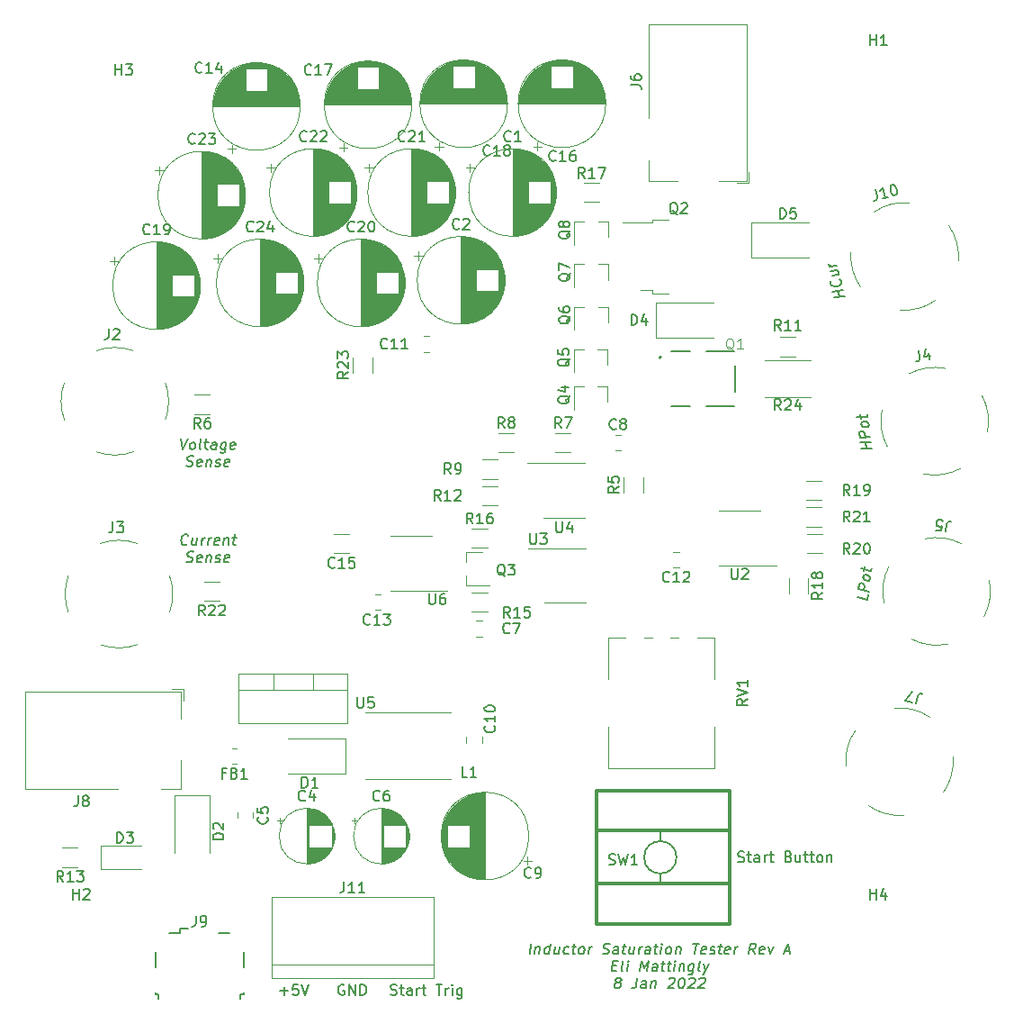
<source format=gbr>
%TF.GenerationSoftware,KiCad,Pcbnew,(6.0.0)*%
%TF.CreationDate,2022-01-09T16:55:07-05:00*%
%TF.ProjectId,Saturation_Tester,53617475-7261-4746-996f-6e5f54657374,rev?*%
%TF.SameCoordinates,Original*%
%TF.FileFunction,Legend,Top*%
%TF.FilePolarity,Positive*%
%FSLAX46Y46*%
G04 Gerber Fmt 4.6, Leading zero omitted, Abs format (unit mm)*
G04 Created by KiCad (PCBNEW (6.0.0)) date 2022-01-09 16:55:07*
%MOMM*%
%LPD*%
G01*
G04 APERTURE LIST*
%ADD10C,0.150000*%
%ADD11C,0.015000*%
%ADD12C,0.120000*%
%ADD13C,0.127000*%
%ADD14C,0.200000*%
%ADD15C,0.300000*%
G04 APERTURE END LIST*
D10*
X84363660Y-89647380D02*
X84571994Y-90647380D01*
X85030327Y-89647380D01*
X85381517Y-90647380D02*
X85292232Y-90599761D01*
X85250565Y-90552142D01*
X85214851Y-90456904D01*
X85250565Y-90171190D01*
X85310089Y-90075952D01*
X85363660Y-90028333D01*
X85464851Y-89980714D01*
X85607708Y-89980714D01*
X85696994Y-90028333D01*
X85738660Y-90075952D01*
X85774375Y-90171190D01*
X85738660Y-90456904D01*
X85679136Y-90552142D01*
X85625565Y-90599761D01*
X85524375Y-90647380D01*
X85381517Y-90647380D01*
X86286279Y-90647380D02*
X86196994Y-90599761D01*
X86161279Y-90504523D01*
X86268422Y-89647380D01*
X86607708Y-89980714D02*
X86988660Y-89980714D01*
X86792232Y-89647380D02*
X86685089Y-90504523D01*
X86720803Y-90599761D01*
X86810089Y-90647380D01*
X86905327Y-90647380D01*
X87667232Y-90647380D02*
X87732708Y-90123571D01*
X87696994Y-90028333D01*
X87607708Y-89980714D01*
X87417232Y-89980714D01*
X87316041Y-90028333D01*
X87673184Y-90599761D02*
X87571994Y-90647380D01*
X87333898Y-90647380D01*
X87244613Y-90599761D01*
X87208898Y-90504523D01*
X87220803Y-90409285D01*
X87280327Y-90314047D01*
X87381517Y-90266428D01*
X87619613Y-90266428D01*
X87720803Y-90218809D01*
X88655327Y-89980714D02*
X88554136Y-90790238D01*
X88494613Y-90885476D01*
X88441041Y-90933095D01*
X88339851Y-90980714D01*
X88196994Y-90980714D01*
X88107708Y-90933095D01*
X88577946Y-90599761D02*
X88476755Y-90647380D01*
X88286279Y-90647380D01*
X88196994Y-90599761D01*
X88155327Y-90552142D01*
X88119613Y-90456904D01*
X88155327Y-90171190D01*
X88214851Y-90075952D01*
X88268422Y-90028333D01*
X88369613Y-89980714D01*
X88560089Y-89980714D01*
X88649375Y-90028333D01*
X89435089Y-90599761D02*
X89333898Y-90647380D01*
X89143422Y-90647380D01*
X89054136Y-90599761D01*
X89018422Y-90504523D01*
X89066041Y-90123571D01*
X89125565Y-90028333D01*
X89226755Y-89980714D01*
X89417232Y-89980714D01*
X89506517Y-90028333D01*
X89542232Y-90123571D01*
X89530327Y-90218809D01*
X89042232Y-90314047D01*
X84911279Y-92209761D02*
X85048184Y-92257380D01*
X85286279Y-92257380D01*
X85387470Y-92209761D01*
X85441041Y-92162142D01*
X85500565Y-92066904D01*
X85512470Y-91971666D01*
X85476755Y-91876428D01*
X85435089Y-91828809D01*
X85345803Y-91781190D01*
X85161279Y-91733571D01*
X85071994Y-91685952D01*
X85030327Y-91638333D01*
X84994613Y-91543095D01*
X85006517Y-91447857D01*
X85066041Y-91352619D01*
X85119613Y-91305000D01*
X85220803Y-91257380D01*
X85458898Y-91257380D01*
X85595803Y-91305000D01*
X86292232Y-92209761D02*
X86191041Y-92257380D01*
X86000565Y-92257380D01*
X85911279Y-92209761D01*
X85875565Y-92114523D01*
X85923184Y-91733571D01*
X85982708Y-91638333D01*
X86083898Y-91590714D01*
X86274375Y-91590714D01*
X86363660Y-91638333D01*
X86399375Y-91733571D01*
X86387470Y-91828809D01*
X85899375Y-91924047D01*
X86845803Y-91590714D02*
X86762470Y-92257380D01*
X86833898Y-91685952D02*
X86887470Y-91638333D01*
X86988660Y-91590714D01*
X87131517Y-91590714D01*
X87220803Y-91638333D01*
X87256517Y-91733571D01*
X87191041Y-92257380D01*
X87625565Y-92209761D02*
X87714851Y-92257380D01*
X87905327Y-92257380D01*
X88006517Y-92209761D01*
X88066041Y-92114523D01*
X88071994Y-92066904D01*
X88036279Y-91971666D01*
X87946994Y-91924047D01*
X87804136Y-91924047D01*
X87714851Y-91876428D01*
X87679136Y-91781190D01*
X87685089Y-91733571D01*
X87744613Y-91638333D01*
X87845803Y-91590714D01*
X87988660Y-91590714D01*
X88077946Y-91638333D01*
X88863660Y-92209761D02*
X88762470Y-92257380D01*
X88571994Y-92257380D01*
X88482708Y-92209761D01*
X88446994Y-92114523D01*
X88494613Y-91733571D01*
X88554136Y-91638333D01*
X88655327Y-91590714D01*
X88845803Y-91590714D01*
X88935089Y-91638333D01*
X88970803Y-91733571D01*
X88958898Y-91828809D01*
X88470803Y-91924047D01*
X146862022Y-76219247D02*
X145863744Y-76357325D01*
X146339115Y-76291573D02*
X146191218Y-75739616D01*
X146714126Y-75667289D02*
X145715848Y-75805367D01*
X146347908Y-74668517D02*
X146407770Y-74707938D01*
X146492281Y-74839353D01*
X146516930Y-74931346D01*
X146506367Y-75075910D01*
X146435943Y-75181053D01*
X146353193Y-75240200D01*
X146175370Y-75312497D01*
X146032759Y-75332223D01*
X145830286Y-75312527D01*
X145722887Y-75279681D01*
X145603163Y-75200838D01*
X145518652Y-75069424D01*
X145494003Y-74977431D01*
X145504566Y-74832866D01*
X145539778Y-74780295D01*
X145555618Y-73919483D02*
X146221137Y-73827430D01*
X145666541Y-74333451D02*
X146189448Y-74261124D01*
X146272198Y-74201977D01*
X146295085Y-74103409D01*
X146258111Y-73965420D01*
X146185925Y-73880002D01*
X146126063Y-73840581D01*
X146097890Y-73367466D02*
X145432371Y-73459518D01*
X145622519Y-73433217D02*
X145515120Y-73400371D01*
X145455259Y-73360950D01*
X145383072Y-73275532D01*
X145358423Y-73183539D01*
X149423227Y-90539771D02*
X148415562Y-90555161D01*
X148895403Y-90547833D02*
X148815875Y-89981965D01*
X149343700Y-89973904D02*
X148336035Y-89989294D01*
X149277427Y-89502348D02*
X148269762Y-89517737D01*
X148216744Y-89140492D01*
X148251473Y-89045448D01*
X148292830Y-88997560D01*
X148382171Y-88948939D01*
X148526123Y-88946740D01*
X148628718Y-88992430D01*
X148683329Y-89038853D01*
X148744568Y-89132431D01*
X148797586Y-89509676D01*
X149118372Y-88370613D02*
X149083642Y-88465657D01*
X149042286Y-88513545D01*
X148952945Y-88562167D01*
X148665041Y-88566564D01*
X148562445Y-88520874D01*
X148507834Y-88474451D01*
X148446595Y-88380873D01*
X148426713Y-88239406D01*
X148461443Y-88144362D01*
X148502800Y-88096473D01*
X148592140Y-88047852D01*
X148880045Y-88043455D01*
X148982640Y-88089145D01*
X149037251Y-88135568D01*
X149098490Y-88229146D01*
X149118372Y-88370613D01*
X148360440Y-87767849D02*
X148307422Y-87390604D01*
X148004670Y-87631512D02*
X148868383Y-87618321D01*
X148957724Y-87569700D01*
X148992453Y-87474656D01*
X148979199Y-87380345D01*
X149074306Y-104320748D02*
X149016273Y-104793389D01*
X148038961Y-104547451D01*
X149114930Y-103989899D02*
X148137617Y-103743961D01*
X148184043Y-103365849D01*
X148242189Y-103283032D01*
X148294531Y-103247479D01*
X148393411Y-103223638D01*
X148533027Y-103258771D01*
X148620302Y-103329458D01*
X148661037Y-103388434D01*
X148695969Y-103494673D01*
X148649543Y-103872786D01*
X149254209Y-102855561D02*
X149196063Y-102938378D01*
X149143721Y-102973930D01*
X149044841Y-102997772D01*
X148765609Y-102927504D01*
X148678335Y-102856817D01*
X148637599Y-102797842D01*
X148602667Y-102691602D01*
X148620077Y-102549810D01*
X148678222Y-102466993D01*
X148730564Y-102431440D01*
X148829445Y-102407599D01*
X149108677Y-102477867D01*
X149195951Y-102548553D01*
X149236687Y-102607529D01*
X149271619Y-102713768D01*
X149254209Y-102855561D01*
X148678110Y-102077169D02*
X148724536Y-101699056D01*
X148369749Y-101853397D02*
X149207446Y-102064201D01*
X149306326Y-102040360D01*
X149364471Y-101957543D01*
X149376078Y-101863014D01*
X104119047Y-141904761D02*
X104261904Y-141952380D01*
X104500000Y-141952380D01*
X104595238Y-141904761D01*
X104642857Y-141857142D01*
X104690476Y-141761904D01*
X104690476Y-141666666D01*
X104642857Y-141571428D01*
X104595238Y-141523809D01*
X104500000Y-141476190D01*
X104309523Y-141428571D01*
X104214285Y-141380952D01*
X104166666Y-141333333D01*
X104119047Y-141238095D01*
X104119047Y-141142857D01*
X104166666Y-141047619D01*
X104214285Y-141000000D01*
X104309523Y-140952380D01*
X104547619Y-140952380D01*
X104690476Y-141000000D01*
X104976190Y-141285714D02*
X105357142Y-141285714D01*
X105119047Y-140952380D02*
X105119047Y-141809523D01*
X105166666Y-141904761D01*
X105261904Y-141952380D01*
X105357142Y-141952380D01*
X106119047Y-141952380D02*
X106119047Y-141428571D01*
X106071428Y-141333333D01*
X105976190Y-141285714D01*
X105785714Y-141285714D01*
X105690476Y-141333333D01*
X106119047Y-141904761D02*
X106023809Y-141952380D01*
X105785714Y-141952380D01*
X105690476Y-141904761D01*
X105642857Y-141809523D01*
X105642857Y-141714285D01*
X105690476Y-141619047D01*
X105785714Y-141571428D01*
X106023809Y-141571428D01*
X106119047Y-141523809D01*
X106595238Y-141952380D02*
X106595238Y-141285714D01*
X106595238Y-141476190D02*
X106642857Y-141380952D01*
X106690476Y-141333333D01*
X106785714Y-141285714D01*
X106880952Y-141285714D01*
X107071428Y-141285714D02*
X107452380Y-141285714D01*
X107214285Y-140952380D02*
X107214285Y-141809523D01*
X107261904Y-141904761D01*
X107357142Y-141952380D01*
X107452380Y-141952380D01*
X108404761Y-140952380D02*
X108976190Y-140952380D01*
X108690476Y-141952380D02*
X108690476Y-140952380D01*
X109309523Y-141952380D02*
X109309523Y-141285714D01*
X109309523Y-141476190D02*
X109357142Y-141380952D01*
X109404761Y-141333333D01*
X109500000Y-141285714D01*
X109595238Y-141285714D01*
X109928571Y-141952380D02*
X109928571Y-141285714D01*
X109928571Y-140952380D02*
X109880952Y-141000000D01*
X109928571Y-141047619D01*
X109976190Y-141000000D01*
X109928571Y-140952380D01*
X109928571Y-141047619D01*
X110833333Y-141285714D02*
X110833333Y-142095238D01*
X110785714Y-142190476D01*
X110738095Y-142238095D01*
X110642857Y-142285714D01*
X110500000Y-142285714D01*
X110404761Y-142238095D01*
X110833333Y-141904761D02*
X110738095Y-141952380D01*
X110547619Y-141952380D01*
X110452380Y-141904761D01*
X110404761Y-141857142D01*
X110357142Y-141761904D01*
X110357142Y-141476190D01*
X110404761Y-141380952D01*
X110452380Y-141333333D01*
X110547619Y-141285714D01*
X110738095Y-141285714D01*
X110833333Y-141333333D01*
X93714285Y-141571428D02*
X94476190Y-141571428D01*
X94095238Y-141952380D02*
X94095238Y-141190476D01*
X95428571Y-140952380D02*
X94952380Y-140952380D01*
X94904761Y-141428571D01*
X94952380Y-141380952D01*
X95047619Y-141333333D01*
X95285714Y-141333333D01*
X95380952Y-141380952D01*
X95428571Y-141428571D01*
X95476190Y-141523809D01*
X95476190Y-141761904D01*
X95428571Y-141857142D01*
X95380952Y-141904761D01*
X95285714Y-141952380D01*
X95047619Y-141952380D01*
X94952380Y-141904761D01*
X94904761Y-141857142D01*
X95761904Y-140952380D02*
X96095238Y-141952380D01*
X96428571Y-140952380D01*
X99738095Y-141000000D02*
X99642857Y-140952380D01*
X99500000Y-140952380D01*
X99357142Y-141000000D01*
X99261904Y-141095238D01*
X99214285Y-141190476D01*
X99166666Y-141380952D01*
X99166666Y-141523809D01*
X99214285Y-141714285D01*
X99261904Y-141809523D01*
X99357142Y-141904761D01*
X99500000Y-141952380D01*
X99595238Y-141952380D01*
X99738095Y-141904761D01*
X99785714Y-141857142D01*
X99785714Y-141523809D01*
X99595238Y-141523809D01*
X100214285Y-141952380D02*
X100214285Y-140952380D01*
X100785714Y-141952380D01*
X100785714Y-140952380D01*
X101261904Y-141952380D02*
X101261904Y-140952380D01*
X101500000Y-140952380D01*
X101642857Y-141000000D01*
X101738095Y-141095238D01*
X101785714Y-141190476D01*
X101833333Y-141380952D01*
X101833333Y-141523809D01*
X101785714Y-141714285D01*
X101738095Y-141809523D01*
X101642857Y-141904761D01*
X101500000Y-141952380D01*
X101261904Y-141952380D01*
X136821428Y-129404761D02*
X136964285Y-129452380D01*
X137202380Y-129452380D01*
X137297619Y-129404761D01*
X137345238Y-129357142D01*
X137392857Y-129261904D01*
X137392857Y-129166666D01*
X137345238Y-129071428D01*
X137297619Y-129023809D01*
X137202380Y-128976190D01*
X137011904Y-128928571D01*
X136916666Y-128880952D01*
X136869047Y-128833333D01*
X136821428Y-128738095D01*
X136821428Y-128642857D01*
X136869047Y-128547619D01*
X136916666Y-128500000D01*
X137011904Y-128452380D01*
X137250000Y-128452380D01*
X137392857Y-128500000D01*
X137678571Y-128785714D02*
X138059523Y-128785714D01*
X137821428Y-128452380D02*
X137821428Y-129309523D01*
X137869047Y-129404761D01*
X137964285Y-129452380D01*
X138059523Y-129452380D01*
X138821428Y-129452380D02*
X138821428Y-128928571D01*
X138773809Y-128833333D01*
X138678571Y-128785714D01*
X138488095Y-128785714D01*
X138392857Y-128833333D01*
X138821428Y-129404761D02*
X138726190Y-129452380D01*
X138488095Y-129452380D01*
X138392857Y-129404761D01*
X138345238Y-129309523D01*
X138345238Y-129214285D01*
X138392857Y-129119047D01*
X138488095Y-129071428D01*
X138726190Y-129071428D01*
X138821428Y-129023809D01*
X139297619Y-129452380D02*
X139297619Y-128785714D01*
X139297619Y-128976190D02*
X139345238Y-128880952D01*
X139392857Y-128833333D01*
X139488095Y-128785714D01*
X139583333Y-128785714D01*
X139773809Y-128785714D02*
X140154761Y-128785714D01*
X139916666Y-128452380D02*
X139916666Y-129309523D01*
X139964285Y-129404761D01*
X140059523Y-129452380D01*
X140154761Y-129452380D01*
X141583333Y-128928571D02*
X141726190Y-128976190D01*
X141773809Y-129023809D01*
X141821428Y-129119047D01*
X141821428Y-129261904D01*
X141773809Y-129357142D01*
X141726190Y-129404761D01*
X141630952Y-129452380D01*
X141250000Y-129452380D01*
X141250000Y-128452380D01*
X141583333Y-128452380D01*
X141678571Y-128500000D01*
X141726190Y-128547619D01*
X141773809Y-128642857D01*
X141773809Y-128738095D01*
X141726190Y-128833333D01*
X141678571Y-128880952D01*
X141583333Y-128928571D01*
X141250000Y-128928571D01*
X142678571Y-128785714D02*
X142678571Y-129452380D01*
X142250000Y-128785714D02*
X142250000Y-129309523D01*
X142297619Y-129404761D01*
X142392857Y-129452380D01*
X142535714Y-129452380D01*
X142630952Y-129404761D01*
X142678571Y-129357142D01*
X143011904Y-128785714D02*
X143392857Y-128785714D01*
X143154761Y-128452380D02*
X143154761Y-129309523D01*
X143202380Y-129404761D01*
X143297619Y-129452380D01*
X143392857Y-129452380D01*
X143583333Y-128785714D02*
X143964285Y-128785714D01*
X143726190Y-128452380D02*
X143726190Y-129309523D01*
X143773809Y-129404761D01*
X143869047Y-129452380D01*
X143964285Y-129452380D01*
X144440476Y-129452380D02*
X144345238Y-129404761D01*
X144297619Y-129357142D01*
X144250000Y-129261904D01*
X144250000Y-128976190D01*
X144297619Y-128880952D01*
X144345238Y-128833333D01*
X144440476Y-128785714D01*
X144583333Y-128785714D01*
X144678571Y-128833333D01*
X144726190Y-128880952D01*
X144773809Y-128976190D01*
X144773809Y-129261904D01*
X144726190Y-129357142D01*
X144678571Y-129404761D01*
X144583333Y-129452380D01*
X144440476Y-129452380D01*
X145202380Y-128785714D02*
X145202380Y-129452380D01*
X145202380Y-128880952D02*
X145250000Y-128833333D01*
X145345238Y-128785714D01*
X145488095Y-128785714D01*
X145583333Y-128833333D01*
X145630952Y-128928571D01*
X145630952Y-129452380D01*
X84988660Y-99552142D02*
X84935089Y-99599761D01*
X84786279Y-99647380D01*
X84691041Y-99647380D01*
X84554136Y-99599761D01*
X84470803Y-99504523D01*
X84435089Y-99409285D01*
X84411279Y-99218809D01*
X84429136Y-99075952D01*
X84500565Y-98885476D01*
X84560089Y-98790238D01*
X84667232Y-98695000D01*
X84816041Y-98647380D01*
X84911279Y-98647380D01*
X85048184Y-98695000D01*
X85089851Y-98742619D01*
X85917232Y-98980714D02*
X85833898Y-99647380D01*
X85488660Y-98980714D02*
X85423184Y-99504523D01*
X85458898Y-99599761D01*
X85548184Y-99647380D01*
X85691041Y-99647380D01*
X85792232Y-99599761D01*
X85845803Y-99552142D01*
X86310089Y-99647380D02*
X86393422Y-98980714D01*
X86369613Y-99171190D02*
X86429136Y-99075952D01*
X86482708Y-99028333D01*
X86583898Y-98980714D01*
X86679136Y-98980714D01*
X86929136Y-99647380D02*
X87012470Y-98980714D01*
X86988660Y-99171190D02*
X87048184Y-99075952D01*
X87101755Y-99028333D01*
X87202946Y-98980714D01*
X87298184Y-98980714D01*
X87935089Y-99599761D02*
X87833898Y-99647380D01*
X87643422Y-99647380D01*
X87554136Y-99599761D01*
X87518422Y-99504523D01*
X87566041Y-99123571D01*
X87625565Y-99028333D01*
X87726755Y-98980714D01*
X87917232Y-98980714D01*
X88006517Y-99028333D01*
X88042232Y-99123571D01*
X88030327Y-99218809D01*
X87542232Y-99314047D01*
X88488660Y-98980714D02*
X88405327Y-99647380D01*
X88476755Y-99075952D02*
X88530327Y-99028333D01*
X88631517Y-98980714D01*
X88774375Y-98980714D01*
X88863660Y-99028333D01*
X88899375Y-99123571D01*
X88833898Y-99647380D01*
X89250565Y-98980714D02*
X89631517Y-98980714D01*
X89435089Y-98647380D02*
X89327946Y-99504523D01*
X89363660Y-99599761D01*
X89452946Y-99647380D01*
X89548184Y-99647380D01*
X84911279Y-101209761D02*
X85048184Y-101257380D01*
X85286279Y-101257380D01*
X85387470Y-101209761D01*
X85441041Y-101162142D01*
X85500565Y-101066904D01*
X85512470Y-100971666D01*
X85476755Y-100876428D01*
X85435089Y-100828809D01*
X85345803Y-100781190D01*
X85161279Y-100733571D01*
X85071994Y-100685952D01*
X85030327Y-100638333D01*
X84994613Y-100543095D01*
X85006517Y-100447857D01*
X85066041Y-100352619D01*
X85119613Y-100305000D01*
X85220803Y-100257380D01*
X85458898Y-100257380D01*
X85595803Y-100305000D01*
X86292232Y-101209761D02*
X86191041Y-101257380D01*
X86000565Y-101257380D01*
X85911279Y-101209761D01*
X85875565Y-101114523D01*
X85923184Y-100733571D01*
X85982708Y-100638333D01*
X86083898Y-100590714D01*
X86274375Y-100590714D01*
X86363660Y-100638333D01*
X86399375Y-100733571D01*
X86387470Y-100828809D01*
X85899375Y-100924047D01*
X86845803Y-100590714D02*
X86762470Y-101257380D01*
X86833898Y-100685952D02*
X86887470Y-100638333D01*
X86988660Y-100590714D01*
X87131517Y-100590714D01*
X87220803Y-100638333D01*
X87256517Y-100733571D01*
X87191041Y-101257380D01*
X87625565Y-101209761D02*
X87714851Y-101257380D01*
X87905327Y-101257380D01*
X88006517Y-101209761D01*
X88066041Y-101114523D01*
X88071994Y-101066904D01*
X88036279Y-100971666D01*
X87946994Y-100924047D01*
X87804136Y-100924047D01*
X87714851Y-100876428D01*
X87679136Y-100781190D01*
X87685089Y-100733571D01*
X87744613Y-100638333D01*
X87845803Y-100590714D01*
X87988660Y-100590714D01*
X88077946Y-100638333D01*
X88863660Y-101209761D02*
X88762470Y-101257380D01*
X88571994Y-101257380D01*
X88482708Y-101209761D01*
X88446994Y-101114523D01*
X88494613Y-100733571D01*
X88554136Y-100638333D01*
X88655327Y-100590714D01*
X88845803Y-100590714D01*
X88935089Y-100638333D01*
X88970803Y-100733571D01*
X88958898Y-100828809D01*
X88470803Y-100924047D01*
X117214851Y-138092380D02*
X117339851Y-137092380D01*
X117774375Y-137425714D02*
X117691041Y-138092380D01*
X117762470Y-137520952D02*
X117816041Y-137473333D01*
X117917232Y-137425714D01*
X118060089Y-137425714D01*
X118149375Y-137473333D01*
X118185089Y-137568571D01*
X118119613Y-138092380D01*
X119024375Y-138092380D02*
X119149375Y-137092380D01*
X119030327Y-138044761D02*
X118929136Y-138092380D01*
X118738660Y-138092380D01*
X118649375Y-138044761D01*
X118607708Y-137997142D01*
X118571994Y-137901904D01*
X118607708Y-137616190D01*
X118667232Y-137520952D01*
X118720803Y-137473333D01*
X118821994Y-137425714D01*
X119012470Y-137425714D01*
X119101755Y-137473333D01*
X120012470Y-137425714D02*
X119929136Y-138092380D01*
X119583898Y-137425714D02*
X119518422Y-137949523D01*
X119554136Y-138044761D01*
X119643422Y-138092380D01*
X119786279Y-138092380D01*
X119887470Y-138044761D01*
X119941041Y-137997142D01*
X120839851Y-138044761D02*
X120738660Y-138092380D01*
X120548184Y-138092380D01*
X120458898Y-138044761D01*
X120417232Y-137997142D01*
X120381517Y-137901904D01*
X120417232Y-137616190D01*
X120476755Y-137520952D01*
X120530327Y-137473333D01*
X120631517Y-137425714D01*
X120821994Y-137425714D01*
X120911279Y-137473333D01*
X121202946Y-137425714D02*
X121583898Y-137425714D01*
X121387470Y-137092380D02*
X121280327Y-137949523D01*
X121316041Y-138044761D01*
X121405327Y-138092380D01*
X121500565Y-138092380D01*
X121976755Y-138092380D02*
X121887470Y-138044761D01*
X121845803Y-137997142D01*
X121810089Y-137901904D01*
X121845803Y-137616190D01*
X121905327Y-137520952D01*
X121958898Y-137473333D01*
X122060089Y-137425714D01*
X122202946Y-137425714D01*
X122292232Y-137473333D01*
X122333898Y-137520952D01*
X122369613Y-137616190D01*
X122333898Y-137901904D01*
X122274375Y-137997142D01*
X122220803Y-138044761D01*
X122119613Y-138092380D01*
X121976755Y-138092380D01*
X122738660Y-138092380D02*
X122821994Y-137425714D01*
X122798184Y-137616190D02*
X122857708Y-137520952D01*
X122911279Y-137473333D01*
X123012470Y-137425714D01*
X123107708Y-137425714D01*
X124077946Y-138044761D02*
X124214851Y-138092380D01*
X124452946Y-138092380D01*
X124554136Y-138044761D01*
X124607708Y-137997142D01*
X124667232Y-137901904D01*
X124679136Y-137806666D01*
X124643422Y-137711428D01*
X124601755Y-137663809D01*
X124512470Y-137616190D01*
X124327946Y-137568571D01*
X124238660Y-137520952D01*
X124196994Y-137473333D01*
X124161279Y-137378095D01*
X124173184Y-137282857D01*
X124232708Y-137187619D01*
X124286279Y-137140000D01*
X124387470Y-137092380D01*
X124625565Y-137092380D01*
X124762470Y-137140000D01*
X125500565Y-138092380D02*
X125566041Y-137568571D01*
X125530327Y-137473333D01*
X125441041Y-137425714D01*
X125250565Y-137425714D01*
X125149375Y-137473333D01*
X125506517Y-138044761D02*
X125405327Y-138092380D01*
X125167232Y-138092380D01*
X125077946Y-138044761D01*
X125042232Y-137949523D01*
X125054136Y-137854285D01*
X125113660Y-137759047D01*
X125214851Y-137711428D01*
X125452946Y-137711428D01*
X125554136Y-137663809D01*
X125917232Y-137425714D02*
X126298184Y-137425714D01*
X126101755Y-137092380D02*
X125994613Y-137949523D01*
X126030327Y-138044761D01*
X126119613Y-138092380D01*
X126214851Y-138092380D01*
X127060089Y-137425714D02*
X126976755Y-138092380D01*
X126631517Y-137425714D02*
X126566041Y-137949523D01*
X126601755Y-138044761D01*
X126691041Y-138092380D01*
X126833898Y-138092380D01*
X126935089Y-138044761D01*
X126988660Y-137997142D01*
X127452946Y-138092380D02*
X127536279Y-137425714D01*
X127512470Y-137616190D02*
X127571994Y-137520952D01*
X127625565Y-137473333D01*
X127726755Y-137425714D01*
X127821994Y-137425714D01*
X128500565Y-138092380D02*
X128566041Y-137568571D01*
X128530327Y-137473333D01*
X128441041Y-137425714D01*
X128250565Y-137425714D01*
X128149375Y-137473333D01*
X128506517Y-138044761D02*
X128405327Y-138092380D01*
X128167232Y-138092380D01*
X128077946Y-138044761D01*
X128042232Y-137949523D01*
X128054136Y-137854285D01*
X128113660Y-137759047D01*
X128214851Y-137711428D01*
X128452946Y-137711428D01*
X128554136Y-137663809D01*
X128917232Y-137425714D02*
X129298184Y-137425714D01*
X129101755Y-137092380D02*
X128994613Y-137949523D01*
X129030327Y-138044761D01*
X129119613Y-138092380D01*
X129214851Y-138092380D01*
X129548184Y-138092380D02*
X129631517Y-137425714D01*
X129673184Y-137092380D02*
X129619613Y-137140000D01*
X129661279Y-137187619D01*
X129714851Y-137140000D01*
X129673184Y-137092380D01*
X129661279Y-137187619D01*
X130167232Y-138092380D02*
X130077946Y-138044761D01*
X130036279Y-137997142D01*
X130000565Y-137901904D01*
X130036279Y-137616190D01*
X130095803Y-137520952D01*
X130149375Y-137473333D01*
X130250565Y-137425714D01*
X130393422Y-137425714D01*
X130482708Y-137473333D01*
X130524375Y-137520952D01*
X130560089Y-137616190D01*
X130524375Y-137901904D01*
X130464851Y-137997142D01*
X130411279Y-138044761D01*
X130310089Y-138092380D01*
X130167232Y-138092380D01*
X131012470Y-137425714D02*
X130929136Y-138092380D01*
X131000565Y-137520952D02*
X131054136Y-137473333D01*
X131155327Y-137425714D01*
X131298184Y-137425714D01*
X131387470Y-137473333D01*
X131423184Y-137568571D01*
X131357708Y-138092380D01*
X132577946Y-137092380D02*
X133149375Y-137092380D01*
X132738660Y-138092380D02*
X132863660Y-137092380D01*
X133744613Y-138044761D02*
X133643422Y-138092380D01*
X133452946Y-138092380D01*
X133363660Y-138044761D01*
X133327946Y-137949523D01*
X133375565Y-137568571D01*
X133435089Y-137473333D01*
X133536279Y-137425714D01*
X133726755Y-137425714D01*
X133816041Y-137473333D01*
X133851755Y-137568571D01*
X133839851Y-137663809D01*
X133351755Y-137759047D01*
X134173184Y-138044761D02*
X134262470Y-138092380D01*
X134452946Y-138092380D01*
X134554136Y-138044761D01*
X134613660Y-137949523D01*
X134619613Y-137901904D01*
X134583898Y-137806666D01*
X134494613Y-137759047D01*
X134351755Y-137759047D01*
X134262470Y-137711428D01*
X134226755Y-137616190D01*
X134232708Y-137568571D01*
X134292232Y-137473333D01*
X134393422Y-137425714D01*
X134536279Y-137425714D01*
X134625565Y-137473333D01*
X134964851Y-137425714D02*
X135345803Y-137425714D01*
X135149375Y-137092380D02*
X135042232Y-137949523D01*
X135077946Y-138044761D01*
X135167232Y-138092380D01*
X135262470Y-138092380D01*
X135982708Y-138044761D02*
X135881517Y-138092380D01*
X135691041Y-138092380D01*
X135601755Y-138044761D01*
X135566041Y-137949523D01*
X135613660Y-137568571D01*
X135673184Y-137473333D01*
X135774375Y-137425714D01*
X135964851Y-137425714D01*
X136054136Y-137473333D01*
X136089851Y-137568571D01*
X136077946Y-137663809D01*
X135589851Y-137759047D01*
X136452946Y-138092380D02*
X136536279Y-137425714D01*
X136512470Y-137616190D02*
X136571994Y-137520952D01*
X136625565Y-137473333D01*
X136726755Y-137425714D01*
X136821994Y-137425714D01*
X138405327Y-138092380D02*
X138131517Y-137616190D01*
X137833898Y-138092380D02*
X137958898Y-137092380D01*
X138339851Y-137092380D01*
X138429136Y-137140000D01*
X138470803Y-137187619D01*
X138506517Y-137282857D01*
X138488660Y-137425714D01*
X138429136Y-137520952D01*
X138375565Y-137568571D01*
X138274375Y-137616190D01*
X137893422Y-137616190D01*
X139220803Y-138044761D02*
X139119613Y-138092380D01*
X138929136Y-138092380D01*
X138839851Y-138044761D01*
X138804136Y-137949523D01*
X138851755Y-137568571D01*
X138911279Y-137473333D01*
X139012470Y-137425714D01*
X139202946Y-137425714D01*
X139292232Y-137473333D01*
X139327946Y-137568571D01*
X139316041Y-137663809D01*
X138827946Y-137759047D01*
X139679136Y-137425714D02*
X139833898Y-138092380D01*
X140155327Y-137425714D01*
X141202946Y-137806666D02*
X141679136Y-137806666D01*
X141071994Y-138092380D02*
X141530327Y-137092380D01*
X141738660Y-138092380D01*
X124994613Y-139178571D02*
X125327946Y-139178571D01*
X125405327Y-139702380D02*
X124929136Y-139702380D01*
X125054136Y-138702380D01*
X125530327Y-138702380D01*
X125976755Y-139702380D02*
X125887470Y-139654761D01*
X125851755Y-139559523D01*
X125958898Y-138702380D01*
X126357708Y-139702380D02*
X126441041Y-139035714D01*
X126482708Y-138702380D02*
X126429136Y-138750000D01*
X126470803Y-138797619D01*
X126524375Y-138750000D01*
X126482708Y-138702380D01*
X126470803Y-138797619D01*
X127595803Y-139702380D02*
X127720803Y-138702380D01*
X127964851Y-139416666D01*
X128387470Y-138702380D01*
X128262470Y-139702380D01*
X129167232Y-139702380D02*
X129232708Y-139178571D01*
X129196994Y-139083333D01*
X129107708Y-139035714D01*
X128917232Y-139035714D01*
X128816041Y-139083333D01*
X129173184Y-139654761D02*
X129071994Y-139702380D01*
X128833898Y-139702380D01*
X128744613Y-139654761D01*
X128708898Y-139559523D01*
X128720803Y-139464285D01*
X128780327Y-139369047D01*
X128881517Y-139321428D01*
X129119613Y-139321428D01*
X129220803Y-139273809D01*
X129583898Y-139035714D02*
X129964851Y-139035714D01*
X129768422Y-138702380D02*
X129661279Y-139559523D01*
X129696994Y-139654761D01*
X129786279Y-139702380D01*
X129881517Y-139702380D01*
X130155327Y-139035714D02*
X130536279Y-139035714D01*
X130339851Y-138702380D02*
X130232708Y-139559523D01*
X130268422Y-139654761D01*
X130357708Y-139702380D01*
X130452946Y-139702380D01*
X130786279Y-139702380D02*
X130869613Y-139035714D01*
X130911279Y-138702380D02*
X130857708Y-138750000D01*
X130899375Y-138797619D01*
X130952946Y-138750000D01*
X130911279Y-138702380D01*
X130899375Y-138797619D01*
X131345803Y-139035714D02*
X131262470Y-139702380D01*
X131333898Y-139130952D02*
X131387470Y-139083333D01*
X131488660Y-139035714D01*
X131631517Y-139035714D01*
X131720803Y-139083333D01*
X131756517Y-139178571D01*
X131691041Y-139702380D01*
X132679136Y-139035714D02*
X132577946Y-139845238D01*
X132518422Y-139940476D01*
X132464851Y-139988095D01*
X132363660Y-140035714D01*
X132220803Y-140035714D01*
X132131517Y-139988095D01*
X132601755Y-139654761D02*
X132500565Y-139702380D01*
X132310089Y-139702380D01*
X132220803Y-139654761D01*
X132179136Y-139607142D01*
X132143422Y-139511904D01*
X132179136Y-139226190D01*
X132238660Y-139130952D01*
X132292232Y-139083333D01*
X132393422Y-139035714D01*
X132583898Y-139035714D01*
X132673184Y-139083333D01*
X133214851Y-139702380D02*
X133125565Y-139654761D01*
X133089851Y-139559523D01*
X133196994Y-138702380D01*
X133583898Y-139035714D02*
X133738660Y-139702380D01*
X134060089Y-139035714D02*
X133738660Y-139702380D01*
X133613660Y-139940476D01*
X133560089Y-139988095D01*
X133458898Y-140035714D01*
X125429136Y-140740952D02*
X125339851Y-140693333D01*
X125298184Y-140645714D01*
X125262470Y-140550476D01*
X125268422Y-140502857D01*
X125327946Y-140407619D01*
X125381517Y-140360000D01*
X125482708Y-140312380D01*
X125673184Y-140312380D01*
X125762470Y-140360000D01*
X125804136Y-140407619D01*
X125839851Y-140502857D01*
X125833898Y-140550476D01*
X125774375Y-140645714D01*
X125720803Y-140693333D01*
X125619613Y-140740952D01*
X125429136Y-140740952D01*
X125327946Y-140788571D01*
X125274375Y-140836190D01*
X125214851Y-140931428D01*
X125191041Y-141121904D01*
X125226755Y-141217142D01*
X125268422Y-141264761D01*
X125357708Y-141312380D01*
X125548184Y-141312380D01*
X125649375Y-141264761D01*
X125702946Y-141217142D01*
X125762470Y-141121904D01*
X125786279Y-140931428D01*
X125750565Y-140836190D01*
X125708898Y-140788571D01*
X125619613Y-140740952D01*
X127339851Y-140312380D02*
X127250565Y-141026666D01*
X127185089Y-141169523D01*
X127077946Y-141264761D01*
X126929136Y-141312380D01*
X126833898Y-141312380D01*
X128119613Y-141312380D02*
X128185089Y-140788571D01*
X128149375Y-140693333D01*
X128060089Y-140645714D01*
X127869613Y-140645714D01*
X127768422Y-140693333D01*
X128125565Y-141264761D02*
X128024375Y-141312380D01*
X127786279Y-141312380D01*
X127696994Y-141264761D01*
X127661279Y-141169523D01*
X127673184Y-141074285D01*
X127732708Y-140979047D01*
X127833898Y-140931428D01*
X128071994Y-140931428D01*
X128173184Y-140883809D01*
X128679136Y-140645714D02*
X128595803Y-141312380D01*
X128667232Y-140740952D02*
X128720803Y-140693333D01*
X128821994Y-140645714D01*
X128964851Y-140645714D01*
X129054136Y-140693333D01*
X129089851Y-140788571D01*
X129024375Y-141312380D01*
X130327946Y-140407619D02*
X130381517Y-140360000D01*
X130482708Y-140312380D01*
X130720803Y-140312380D01*
X130810089Y-140360000D01*
X130851755Y-140407619D01*
X130887470Y-140502857D01*
X130875565Y-140598095D01*
X130810089Y-140740952D01*
X130167232Y-141312380D01*
X130786279Y-141312380D01*
X131530327Y-140312380D02*
X131625565Y-140312380D01*
X131714851Y-140360000D01*
X131756517Y-140407619D01*
X131792232Y-140502857D01*
X131816041Y-140693333D01*
X131786279Y-140931428D01*
X131714851Y-141121904D01*
X131655327Y-141217142D01*
X131601755Y-141264761D01*
X131500565Y-141312380D01*
X131405327Y-141312380D01*
X131316041Y-141264761D01*
X131274375Y-141217142D01*
X131238660Y-141121904D01*
X131214851Y-140931428D01*
X131244613Y-140693333D01*
X131316041Y-140502857D01*
X131375565Y-140407619D01*
X131429136Y-140360000D01*
X131530327Y-140312380D01*
X132232708Y-140407619D02*
X132286279Y-140360000D01*
X132387470Y-140312380D01*
X132625565Y-140312380D01*
X132714851Y-140360000D01*
X132756517Y-140407619D01*
X132792232Y-140502857D01*
X132780327Y-140598095D01*
X132714851Y-140740952D01*
X132071994Y-141312380D01*
X132691041Y-141312380D01*
X133185089Y-140407619D02*
X133238660Y-140360000D01*
X133339851Y-140312380D01*
X133577946Y-140312380D01*
X133667232Y-140360000D01*
X133708898Y-140407619D01*
X133744613Y-140502857D01*
X133732708Y-140598095D01*
X133667232Y-140740952D01*
X133024375Y-141312380D01*
X133643422Y-141312380D01*
%TO.C,C24*%
X91204491Y-70107142D02*
X91156872Y-70154761D01*
X91014015Y-70202380D01*
X90918777Y-70202380D01*
X90775920Y-70154761D01*
X90680682Y-70059523D01*
X90633063Y-69964285D01*
X90585444Y-69773809D01*
X90585444Y-69630952D01*
X90633063Y-69440476D01*
X90680682Y-69345238D01*
X90775920Y-69250000D01*
X90918777Y-69202380D01*
X91014015Y-69202380D01*
X91156872Y-69250000D01*
X91204491Y-69297619D01*
X91585444Y-69297619D02*
X91633063Y-69250000D01*
X91728301Y-69202380D01*
X91966396Y-69202380D01*
X92061634Y-69250000D01*
X92109253Y-69297619D01*
X92156872Y-69392857D01*
X92156872Y-69488095D01*
X92109253Y-69630952D01*
X91537825Y-70202380D01*
X92156872Y-70202380D01*
X93014015Y-69535714D02*
X93014015Y-70202380D01*
X92775920Y-69154761D02*
X92537825Y-69869047D01*
X93156872Y-69869047D01*
%TO.C,C23*%
X85704491Y-61857142D02*
X85656872Y-61904761D01*
X85514015Y-61952380D01*
X85418777Y-61952380D01*
X85275920Y-61904761D01*
X85180682Y-61809523D01*
X85133063Y-61714285D01*
X85085444Y-61523809D01*
X85085444Y-61380952D01*
X85133063Y-61190476D01*
X85180682Y-61095238D01*
X85275920Y-61000000D01*
X85418777Y-60952380D01*
X85514015Y-60952380D01*
X85656872Y-61000000D01*
X85704491Y-61047619D01*
X86085444Y-61047619D02*
X86133063Y-61000000D01*
X86228301Y-60952380D01*
X86466396Y-60952380D01*
X86561634Y-61000000D01*
X86609253Y-61047619D01*
X86656872Y-61142857D01*
X86656872Y-61238095D01*
X86609253Y-61380952D01*
X86037825Y-61952380D01*
X86656872Y-61952380D01*
X86990206Y-60952380D02*
X87609253Y-60952380D01*
X87275920Y-61333333D01*
X87418777Y-61333333D01*
X87514015Y-61380952D01*
X87561634Y-61428571D01*
X87609253Y-61523809D01*
X87609253Y-61761904D01*
X87561634Y-61857142D01*
X87514015Y-61904761D01*
X87418777Y-61952380D01*
X87133063Y-61952380D01*
X87037825Y-61904761D01*
X86990206Y-61857142D01*
%TO.C,C22*%
X96204491Y-61607142D02*
X96156872Y-61654761D01*
X96014015Y-61702380D01*
X95918777Y-61702380D01*
X95775920Y-61654761D01*
X95680682Y-61559523D01*
X95633063Y-61464285D01*
X95585444Y-61273809D01*
X95585444Y-61130952D01*
X95633063Y-60940476D01*
X95680682Y-60845238D01*
X95775920Y-60750000D01*
X95918777Y-60702380D01*
X96014015Y-60702380D01*
X96156872Y-60750000D01*
X96204491Y-60797619D01*
X96585444Y-60797619D02*
X96633063Y-60750000D01*
X96728301Y-60702380D01*
X96966396Y-60702380D01*
X97061634Y-60750000D01*
X97109253Y-60797619D01*
X97156872Y-60892857D01*
X97156872Y-60988095D01*
X97109253Y-61130952D01*
X96537825Y-61702380D01*
X97156872Y-61702380D01*
X97537825Y-60797619D02*
X97585444Y-60750000D01*
X97680682Y-60702380D01*
X97918777Y-60702380D01*
X98014015Y-60750000D01*
X98061634Y-60797619D01*
X98109253Y-60892857D01*
X98109253Y-60988095D01*
X98061634Y-61130952D01*
X97490206Y-61702380D01*
X98109253Y-61702380D01*
%TO.C,C21*%
X105454491Y-61607142D02*
X105406872Y-61654761D01*
X105264015Y-61702380D01*
X105168777Y-61702380D01*
X105025920Y-61654761D01*
X104930682Y-61559523D01*
X104883063Y-61464285D01*
X104835444Y-61273809D01*
X104835444Y-61130952D01*
X104883063Y-60940476D01*
X104930682Y-60845238D01*
X105025920Y-60750000D01*
X105168777Y-60702380D01*
X105264015Y-60702380D01*
X105406872Y-60750000D01*
X105454491Y-60797619D01*
X105835444Y-60797619D02*
X105883063Y-60750000D01*
X105978301Y-60702380D01*
X106216396Y-60702380D01*
X106311634Y-60750000D01*
X106359253Y-60797619D01*
X106406872Y-60892857D01*
X106406872Y-60988095D01*
X106359253Y-61130952D01*
X105787825Y-61702380D01*
X106406872Y-61702380D01*
X107359253Y-61702380D02*
X106787825Y-61702380D01*
X107073539Y-61702380D02*
X107073539Y-60702380D01*
X106978301Y-60845238D01*
X106883063Y-60940476D01*
X106787825Y-60988095D01*
%TO.C,C20*%
X100704491Y-70107142D02*
X100656872Y-70154761D01*
X100514015Y-70202380D01*
X100418777Y-70202380D01*
X100275920Y-70154761D01*
X100180682Y-70059523D01*
X100133063Y-69964285D01*
X100085444Y-69773809D01*
X100085444Y-69630952D01*
X100133063Y-69440476D01*
X100180682Y-69345238D01*
X100275920Y-69250000D01*
X100418777Y-69202380D01*
X100514015Y-69202380D01*
X100656872Y-69250000D01*
X100704491Y-69297619D01*
X101085444Y-69297619D02*
X101133063Y-69250000D01*
X101228301Y-69202380D01*
X101466396Y-69202380D01*
X101561634Y-69250000D01*
X101609253Y-69297619D01*
X101656872Y-69392857D01*
X101656872Y-69488095D01*
X101609253Y-69630952D01*
X101037825Y-70202380D01*
X101656872Y-70202380D01*
X102275920Y-69202380D02*
X102371158Y-69202380D01*
X102466396Y-69250000D01*
X102514015Y-69297619D01*
X102561634Y-69392857D01*
X102609253Y-69583333D01*
X102609253Y-69821428D01*
X102561634Y-70011904D01*
X102514015Y-70107142D01*
X102466396Y-70154761D01*
X102371158Y-70202380D01*
X102275920Y-70202380D01*
X102180682Y-70154761D01*
X102133063Y-70107142D01*
X102085444Y-70011904D01*
X102037825Y-69821428D01*
X102037825Y-69583333D01*
X102085444Y-69392857D01*
X102133063Y-69297619D01*
X102180682Y-69250000D01*
X102275920Y-69202380D01*
%TO.C,C19*%
X81454491Y-70357142D02*
X81406872Y-70404761D01*
X81264015Y-70452380D01*
X81168777Y-70452380D01*
X81025920Y-70404761D01*
X80930682Y-70309523D01*
X80883063Y-70214285D01*
X80835444Y-70023809D01*
X80835444Y-69880952D01*
X80883063Y-69690476D01*
X80930682Y-69595238D01*
X81025920Y-69500000D01*
X81168777Y-69452380D01*
X81264015Y-69452380D01*
X81406872Y-69500000D01*
X81454491Y-69547619D01*
X82406872Y-70452380D02*
X81835444Y-70452380D01*
X82121158Y-70452380D02*
X82121158Y-69452380D01*
X82025920Y-69595238D01*
X81930682Y-69690476D01*
X81835444Y-69738095D01*
X82883063Y-70452380D02*
X83073539Y-70452380D01*
X83168777Y-70404761D01*
X83216396Y-70357142D01*
X83311634Y-70214285D01*
X83359253Y-70023809D01*
X83359253Y-69642857D01*
X83311634Y-69547619D01*
X83264015Y-69500000D01*
X83168777Y-69452380D01*
X82978301Y-69452380D01*
X82883063Y-69500000D01*
X82835444Y-69547619D01*
X82787825Y-69642857D01*
X82787825Y-69880952D01*
X82835444Y-69976190D01*
X82883063Y-70023809D01*
X82978301Y-70071428D01*
X83168777Y-70071428D01*
X83264015Y-70023809D01*
X83311634Y-69976190D01*
X83359253Y-69880952D01*
%TO.C,C2*%
X110583333Y-69857142D02*
X110535714Y-69904761D01*
X110392857Y-69952380D01*
X110297619Y-69952380D01*
X110154761Y-69904761D01*
X110059523Y-69809523D01*
X110011904Y-69714285D01*
X109964285Y-69523809D01*
X109964285Y-69380952D01*
X110011904Y-69190476D01*
X110059523Y-69095238D01*
X110154761Y-69000000D01*
X110297619Y-68952380D01*
X110392857Y-68952380D01*
X110535714Y-69000000D01*
X110583333Y-69047619D01*
X110964285Y-69047619D02*
X111011904Y-69000000D01*
X111107142Y-68952380D01*
X111345238Y-68952380D01*
X111440476Y-69000000D01*
X111488095Y-69047619D01*
X111535714Y-69142857D01*
X111535714Y-69238095D01*
X111488095Y-69380952D01*
X110916666Y-69952380D01*
X111535714Y-69952380D01*
%TO.C,C1*%
X115430682Y-61607142D02*
X115383063Y-61654761D01*
X115240206Y-61702380D01*
X115144968Y-61702380D01*
X115002110Y-61654761D01*
X114906872Y-61559523D01*
X114859253Y-61464285D01*
X114811634Y-61273809D01*
X114811634Y-61130952D01*
X114859253Y-60940476D01*
X114906872Y-60845238D01*
X115002110Y-60750000D01*
X115144968Y-60702380D01*
X115240206Y-60702380D01*
X115383063Y-60750000D01*
X115430682Y-60797619D01*
X116383063Y-61702380D02*
X115811634Y-61702380D01*
X116097349Y-61702380D02*
X116097349Y-60702380D01*
X116002110Y-60845238D01*
X115906872Y-60940476D01*
X115811634Y-60988095D01*
%TO.C,J2*%
X77591666Y-79327380D02*
X77591666Y-80041666D01*
X77544047Y-80184523D01*
X77448809Y-80279761D01*
X77305952Y-80327380D01*
X77210714Y-80327380D01*
X78020238Y-79422619D02*
X78067857Y-79375000D01*
X78163095Y-79327380D01*
X78401190Y-79327380D01*
X78496428Y-79375000D01*
X78544047Y-79422619D01*
X78591666Y-79517857D01*
X78591666Y-79613095D01*
X78544047Y-79755952D01*
X77972619Y-80327380D01*
X78591666Y-80327380D01*
%TO.C,J3*%
X77977028Y-97452380D02*
X77977028Y-98166666D01*
X77929409Y-98309523D01*
X77834171Y-98404761D01*
X77691314Y-98452380D01*
X77596076Y-98452380D01*
X78357981Y-97452380D02*
X78977028Y-97452380D01*
X78643695Y-97833333D01*
X78786552Y-97833333D01*
X78881790Y-97880952D01*
X78929409Y-97928571D01*
X78977028Y-98023809D01*
X78977028Y-98261904D01*
X78929409Y-98357142D01*
X78881790Y-98404761D01*
X78786552Y-98452380D01*
X78500838Y-98452380D01*
X78405600Y-98404761D01*
X78357981Y-98357142D01*
%TO.C,R6*%
X86233333Y-88672380D02*
X85900000Y-88196190D01*
X85661904Y-88672380D02*
X85661904Y-87672380D01*
X86042857Y-87672380D01*
X86138095Y-87720000D01*
X86185714Y-87767619D01*
X86233333Y-87862857D01*
X86233333Y-88005714D01*
X86185714Y-88100952D01*
X86138095Y-88148571D01*
X86042857Y-88196190D01*
X85661904Y-88196190D01*
X87090476Y-87672380D02*
X86900000Y-87672380D01*
X86804761Y-87720000D01*
X86757142Y-87767619D01*
X86661904Y-87910476D01*
X86614285Y-88100952D01*
X86614285Y-88481904D01*
X86661904Y-88577142D01*
X86709523Y-88624761D01*
X86804761Y-88672380D01*
X86995238Y-88672380D01*
X87090476Y-88624761D01*
X87138095Y-88577142D01*
X87185714Y-88481904D01*
X87185714Y-88243809D01*
X87138095Y-88148571D01*
X87090476Y-88100952D01*
X86995238Y-88053333D01*
X86804761Y-88053333D01*
X86709523Y-88100952D01*
X86661904Y-88148571D01*
X86614285Y-88243809D01*
%TO.C,J5*%
X156376140Y-98364711D02*
X156475549Y-97657377D01*
X156542587Y-97522537D01*
X156650153Y-97441481D01*
X156798247Y-97414207D01*
X156892558Y-97427461D01*
X155433028Y-98232165D02*
X155904584Y-98298438D01*
X156018012Y-97833509D01*
X155964229Y-97874038D01*
X155863291Y-97907939D01*
X155627513Y-97874802D01*
X155539829Y-97814392D01*
X155499300Y-97760609D01*
X155465399Y-97659671D01*
X155498536Y-97423893D01*
X155558946Y-97336209D01*
X155612729Y-97295680D01*
X155713668Y-97261779D01*
X155949446Y-97294916D01*
X156037130Y-97355326D01*
X156077658Y-97409109D01*
%TO.C,J4*%
X153801297Y-81349719D02*
X153900707Y-82057053D01*
X153873433Y-82205147D01*
X153792376Y-82312713D01*
X153657537Y-82379751D01*
X153563225Y-82393005D01*
X154743645Y-81553890D02*
X154836427Y-82214068D01*
X154454849Y-81209781D02*
X154318480Y-81950252D01*
X154931503Y-81864097D01*
%TO.C,C4*%
X96083333Y-123607142D02*
X96035714Y-123654761D01*
X95892857Y-123702380D01*
X95797619Y-123702380D01*
X95654761Y-123654761D01*
X95559523Y-123559523D01*
X95511904Y-123464285D01*
X95464285Y-123273809D01*
X95464285Y-123130952D01*
X95511904Y-122940476D01*
X95559523Y-122845238D01*
X95654761Y-122750000D01*
X95797619Y-122702380D01*
X95892857Y-122702380D01*
X96035714Y-122750000D01*
X96083333Y-122797619D01*
X96940476Y-123035714D02*
X96940476Y-123702380D01*
X96702380Y-122654761D02*
X96464285Y-123369047D01*
X97083333Y-123369047D01*
%TO.C,C5*%
X92487142Y-125216666D02*
X92534761Y-125264285D01*
X92582380Y-125407142D01*
X92582380Y-125502380D01*
X92534761Y-125645238D01*
X92439523Y-125740476D01*
X92344285Y-125788095D01*
X92153809Y-125835714D01*
X92010952Y-125835714D01*
X91820476Y-125788095D01*
X91725238Y-125740476D01*
X91630000Y-125645238D01*
X91582380Y-125502380D01*
X91582380Y-125407142D01*
X91630000Y-125264285D01*
X91677619Y-125216666D01*
X91582380Y-124311904D02*
X91582380Y-124788095D01*
X92058571Y-124835714D01*
X92010952Y-124788095D01*
X91963333Y-124692857D01*
X91963333Y-124454761D01*
X92010952Y-124359523D01*
X92058571Y-124311904D01*
X92153809Y-124264285D01*
X92391904Y-124264285D01*
X92487142Y-124311904D01*
X92534761Y-124359523D01*
X92582380Y-124454761D01*
X92582380Y-124692857D01*
X92534761Y-124788095D01*
X92487142Y-124835714D01*
%TO.C,D1*%
X95761904Y-122452380D02*
X95761904Y-121452380D01*
X96000000Y-121452380D01*
X96142857Y-121500000D01*
X96238095Y-121595238D01*
X96285714Y-121690476D01*
X96333333Y-121880952D01*
X96333333Y-122023809D01*
X96285714Y-122214285D01*
X96238095Y-122309523D01*
X96142857Y-122404761D01*
X96000000Y-122452380D01*
X95761904Y-122452380D01*
X97285714Y-122452380D02*
X96714285Y-122452380D01*
X97000000Y-122452380D02*
X97000000Y-121452380D01*
X96904761Y-121595238D01*
X96809523Y-121690476D01*
X96714285Y-121738095D01*
%TO.C,D2*%
X88402380Y-127288095D02*
X87402380Y-127288095D01*
X87402380Y-127050000D01*
X87450000Y-126907142D01*
X87545238Y-126811904D01*
X87640476Y-126764285D01*
X87830952Y-126716666D01*
X87973809Y-126716666D01*
X88164285Y-126764285D01*
X88259523Y-126811904D01*
X88354761Y-126907142D01*
X88402380Y-127050000D01*
X88402380Y-127288095D01*
X87497619Y-126335714D02*
X87450000Y-126288095D01*
X87402380Y-126192857D01*
X87402380Y-125954761D01*
X87450000Y-125859523D01*
X87497619Y-125811904D01*
X87592857Y-125764285D01*
X87688095Y-125764285D01*
X87830952Y-125811904D01*
X88402380Y-126383333D01*
X88402380Y-125764285D01*
%TO.C,FB1*%
X88579166Y-121078571D02*
X88245833Y-121078571D01*
X88245833Y-121602380D02*
X88245833Y-120602380D01*
X88722023Y-120602380D01*
X89436309Y-121078571D02*
X89579166Y-121126190D01*
X89626785Y-121173809D01*
X89674404Y-121269047D01*
X89674404Y-121411904D01*
X89626785Y-121507142D01*
X89579166Y-121554761D01*
X89483928Y-121602380D01*
X89102976Y-121602380D01*
X89102976Y-120602380D01*
X89436309Y-120602380D01*
X89531547Y-120650000D01*
X89579166Y-120697619D01*
X89626785Y-120792857D01*
X89626785Y-120888095D01*
X89579166Y-120983333D01*
X89531547Y-121030952D01*
X89436309Y-121078571D01*
X89102976Y-121078571D01*
X90626785Y-121602380D02*
X90055357Y-121602380D01*
X90341071Y-121602380D02*
X90341071Y-120602380D01*
X90245833Y-120745238D01*
X90150595Y-120840476D01*
X90055357Y-120888095D01*
%TO.C,J8*%
X74716666Y-123202380D02*
X74716666Y-123916666D01*
X74669047Y-124059523D01*
X74573809Y-124154761D01*
X74430952Y-124202380D01*
X74335714Y-124202380D01*
X75335714Y-123630952D02*
X75240476Y-123583333D01*
X75192857Y-123535714D01*
X75145238Y-123440476D01*
X75145238Y-123392857D01*
X75192857Y-123297619D01*
X75240476Y-123250000D01*
X75335714Y-123202380D01*
X75526190Y-123202380D01*
X75621428Y-123250000D01*
X75669047Y-123297619D01*
X75716666Y-123392857D01*
X75716666Y-123440476D01*
X75669047Y-123535714D01*
X75621428Y-123583333D01*
X75526190Y-123630952D01*
X75335714Y-123630952D01*
X75240476Y-123678571D01*
X75192857Y-123726190D01*
X75145238Y-123821428D01*
X75145238Y-124011904D01*
X75192857Y-124107142D01*
X75240476Y-124154761D01*
X75335714Y-124202380D01*
X75526190Y-124202380D01*
X75621428Y-124154761D01*
X75669047Y-124107142D01*
X75716666Y-124011904D01*
X75716666Y-123821428D01*
X75669047Y-123726190D01*
X75621428Y-123678571D01*
X75526190Y-123630952D01*
%TO.C,J9*%
X85791666Y-134502380D02*
X85791666Y-135216666D01*
X85744047Y-135359523D01*
X85648809Y-135454761D01*
X85505952Y-135502380D01*
X85410714Y-135502380D01*
X86315476Y-135502380D02*
X86505952Y-135502380D01*
X86601190Y-135454761D01*
X86648809Y-135407142D01*
X86744047Y-135264285D01*
X86791666Y-135073809D01*
X86791666Y-134692857D01*
X86744047Y-134597619D01*
X86696428Y-134550000D01*
X86601190Y-134502380D01*
X86410714Y-134502380D01*
X86315476Y-134550000D01*
X86267857Y-134597619D01*
X86220238Y-134692857D01*
X86220238Y-134930952D01*
X86267857Y-135026190D01*
X86315476Y-135073809D01*
X86410714Y-135121428D01*
X86601190Y-135121428D01*
X86696428Y-135073809D01*
X86744047Y-135026190D01*
X86791666Y-134930952D01*
%TO.C,C6*%
X103083333Y-123607142D02*
X103035714Y-123654761D01*
X102892857Y-123702380D01*
X102797619Y-123702380D01*
X102654761Y-123654761D01*
X102559523Y-123559523D01*
X102511904Y-123464285D01*
X102464285Y-123273809D01*
X102464285Y-123130952D01*
X102511904Y-122940476D01*
X102559523Y-122845238D01*
X102654761Y-122750000D01*
X102797619Y-122702380D01*
X102892857Y-122702380D01*
X103035714Y-122750000D01*
X103083333Y-122797619D01*
X103940476Y-122702380D02*
X103750000Y-122702380D01*
X103654761Y-122750000D01*
X103607142Y-122797619D01*
X103511904Y-122940476D01*
X103464285Y-123130952D01*
X103464285Y-123511904D01*
X103511904Y-123607142D01*
X103559523Y-123654761D01*
X103654761Y-123702380D01*
X103845238Y-123702380D01*
X103940476Y-123654761D01*
X103988095Y-123607142D01*
X104035714Y-123511904D01*
X104035714Y-123273809D01*
X103988095Y-123178571D01*
X103940476Y-123130952D01*
X103845238Y-123083333D01*
X103654761Y-123083333D01*
X103559523Y-123130952D01*
X103511904Y-123178571D01*
X103464285Y-123273809D01*
%TO.C,D3*%
X78361904Y-127632380D02*
X78361904Y-126632380D01*
X78600000Y-126632380D01*
X78742857Y-126680000D01*
X78838095Y-126775238D01*
X78885714Y-126870476D01*
X78933333Y-127060952D01*
X78933333Y-127203809D01*
X78885714Y-127394285D01*
X78838095Y-127489523D01*
X78742857Y-127584761D01*
X78600000Y-127632380D01*
X78361904Y-127632380D01*
X79266666Y-126632380D02*
X79885714Y-126632380D01*
X79552380Y-127013333D01*
X79695238Y-127013333D01*
X79790476Y-127060952D01*
X79838095Y-127108571D01*
X79885714Y-127203809D01*
X79885714Y-127441904D01*
X79838095Y-127537142D01*
X79790476Y-127584761D01*
X79695238Y-127632380D01*
X79409523Y-127632380D01*
X79314285Y-127584761D01*
X79266666Y-127537142D01*
%TO.C,R13*%
X73319642Y-131272380D02*
X72986309Y-130796190D01*
X72748214Y-131272380D02*
X72748214Y-130272380D01*
X73129166Y-130272380D01*
X73224404Y-130320000D01*
X73272023Y-130367619D01*
X73319642Y-130462857D01*
X73319642Y-130605714D01*
X73272023Y-130700952D01*
X73224404Y-130748571D01*
X73129166Y-130796190D01*
X72748214Y-130796190D01*
X74272023Y-131272380D02*
X73700595Y-131272380D01*
X73986309Y-131272380D02*
X73986309Y-130272380D01*
X73891071Y-130415238D01*
X73795833Y-130510476D01*
X73700595Y-130558095D01*
X74605357Y-130272380D02*
X75224404Y-130272380D01*
X74891071Y-130653333D01*
X75033928Y-130653333D01*
X75129166Y-130700952D01*
X75176785Y-130748571D01*
X75224404Y-130843809D01*
X75224404Y-131081904D01*
X75176785Y-131177142D01*
X75129166Y-131224761D01*
X75033928Y-131272380D01*
X74748214Y-131272380D01*
X74652976Y-131224761D01*
X74605357Y-131177142D01*
%TO.C,U5*%
X100988095Y-113952380D02*
X100988095Y-114761904D01*
X101035714Y-114857142D01*
X101083333Y-114904761D01*
X101178571Y-114952380D01*
X101369047Y-114952380D01*
X101464285Y-114904761D01*
X101511904Y-114857142D01*
X101559523Y-114761904D01*
X101559523Y-113952380D01*
X102511904Y-113952380D02*
X102035714Y-113952380D01*
X101988095Y-114428571D01*
X102035714Y-114380952D01*
X102130952Y-114333333D01*
X102369047Y-114333333D01*
X102464285Y-114380952D01*
X102511904Y-114428571D01*
X102559523Y-114523809D01*
X102559523Y-114761904D01*
X102511904Y-114857142D01*
X102464285Y-114904761D01*
X102369047Y-114952380D01*
X102130952Y-114952380D01*
X102035714Y-114904761D01*
X101988095Y-114857142D01*
%TO.C,C9*%
X117333333Y-130857142D02*
X117285714Y-130904761D01*
X117142857Y-130952380D01*
X117047619Y-130952380D01*
X116904761Y-130904761D01*
X116809523Y-130809523D01*
X116761904Y-130714285D01*
X116714285Y-130523809D01*
X116714285Y-130380952D01*
X116761904Y-130190476D01*
X116809523Y-130095238D01*
X116904761Y-130000000D01*
X117047619Y-129952380D01*
X117142857Y-129952380D01*
X117285714Y-130000000D01*
X117333333Y-130047619D01*
X117809523Y-130952380D02*
X118000000Y-130952380D01*
X118095238Y-130904761D01*
X118142857Y-130857142D01*
X118238095Y-130714285D01*
X118285714Y-130523809D01*
X118285714Y-130142857D01*
X118238095Y-130047619D01*
X118190476Y-130000000D01*
X118095238Y-129952380D01*
X117904761Y-129952380D01*
X117809523Y-130000000D01*
X117761904Y-130047619D01*
X117714285Y-130142857D01*
X117714285Y-130380952D01*
X117761904Y-130476190D01*
X117809523Y-130523809D01*
X117904761Y-130571428D01*
X118095238Y-130571428D01*
X118190476Y-130523809D01*
X118238095Y-130476190D01*
X118285714Y-130380952D01*
%TO.C,H1*%
X149238095Y-52652380D02*
X149238095Y-51652380D01*
X149238095Y-52128571D02*
X149809523Y-52128571D01*
X149809523Y-52652380D02*
X149809523Y-51652380D01*
X150809523Y-52652380D02*
X150238095Y-52652380D01*
X150523809Y-52652380D02*
X150523809Y-51652380D01*
X150428571Y-51795238D01*
X150333333Y-51890476D01*
X150238095Y-51938095D01*
%TO.C,H2*%
X74238095Y-132952380D02*
X74238095Y-131952380D01*
X74238095Y-132428571D02*
X74809523Y-132428571D01*
X74809523Y-132952380D02*
X74809523Y-131952380D01*
X75238095Y-132047619D02*
X75285714Y-132000000D01*
X75380952Y-131952380D01*
X75619047Y-131952380D01*
X75714285Y-132000000D01*
X75761904Y-132047619D01*
X75809523Y-132142857D01*
X75809523Y-132238095D01*
X75761904Y-132380952D01*
X75190476Y-132952380D01*
X75809523Y-132952380D01*
%TO.C,H4*%
X149238095Y-132952380D02*
X149238095Y-131952380D01*
X149238095Y-132428571D02*
X149809523Y-132428571D01*
X149809523Y-132952380D02*
X149809523Y-131952380D01*
X150714285Y-132285714D02*
X150714285Y-132952380D01*
X150476190Y-131904761D02*
X150238095Y-132619047D01*
X150857142Y-132619047D01*
%TO.C,H3*%
X78238095Y-55452380D02*
X78238095Y-54452380D01*
X78238095Y-54928571D02*
X78809523Y-54928571D01*
X78809523Y-55452380D02*
X78809523Y-54452380D01*
X79190476Y-54452380D02*
X79809523Y-54452380D01*
X79476190Y-54833333D01*
X79619047Y-54833333D01*
X79714285Y-54880952D01*
X79761904Y-54928571D01*
X79809523Y-55023809D01*
X79809523Y-55261904D01*
X79761904Y-55357142D01*
X79714285Y-55404761D01*
X79619047Y-55452380D01*
X79333333Y-55452380D01*
X79238095Y-55404761D01*
X79190476Y-55357142D01*
%TO.C,R11*%
X140857142Y-79452380D02*
X140523809Y-78976190D01*
X140285714Y-79452380D02*
X140285714Y-78452380D01*
X140666666Y-78452380D01*
X140761904Y-78500000D01*
X140809523Y-78547619D01*
X140857142Y-78642857D01*
X140857142Y-78785714D01*
X140809523Y-78880952D01*
X140761904Y-78928571D01*
X140666666Y-78976190D01*
X140285714Y-78976190D01*
X141809523Y-79452380D02*
X141238095Y-79452380D01*
X141523809Y-79452380D02*
X141523809Y-78452380D01*
X141428571Y-78595238D01*
X141333333Y-78690476D01*
X141238095Y-78738095D01*
X142761904Y-79452380D02*
X142190476Y-79452380D01*
X142476190Y-79452380D02*
X142476190Y-78452380D01*
X142380952Y-78595238D01*
X142285714Y-78690476D01*
X142190476Y-78738095D01*
%TO.C,J11*%
X99740476Y-131302380D02*
X99740476Y-132016666D01*
X99692857Y-132159523D01*
X99597619Y-132254761D01*
X99454761Y-132302380D01*
X99359523Y-132302380D01*
X100740476Y-132302380D02*
X100169047Y-132302380D01*
X100454761Y-132302380D02*
X100454761Y-131302380D01*
X100359523Y-131445238D01*
X100264285Y-131540476D01*
X100169047Y-131588095D01*
X101692857Y-132302380D02*
X101121428Y-132302380D01*
X101407142Y-132302380D02*
X101407142Y-131302380D01*
X101311904Y-131445238D01*
X101216666Y-131540476D01*
X101121428Y-131588095D01*
%TO.C,C10*%
X113857142Y-116642857D02*
X113904761Y-116690476D01*
X113952380Y-116833333D01*
X113952380Y-116928571D01*
X113904761Y-117071428D01*
X113809523Y-117166666D01*
X113714285Y-117214285D01*
X113523809Y-117261904D01*
X113380952Y-117261904D01*
X113190476Y-117214285D01*
X113095238Y-117166666D01*
X113000000Y-117071428D01*
X112952380Y-116928571D01*
X112952380Y-116833333D01*
X113000000Y-116690476D01*
X113047619Y-116642857D01*
X113952380Y-115690476D02*
X113952380Y-116261904D01*
X113952380Y-115976190D02*
X112952380Y-115976190D01*
X113095238Y-116071428D01*
X113190476Y-116166666D01*
X113238095Y-116261904D01*
X112952380Y-115071428D02*
X112952380Y-114976190D01*
X113000000Y-114880952D01*
X113047619Y-114833333D01*
X113142857Y-114785714D01*
X113333333Y-114738095D01*
X113571428Y-114738095D01*
X113761904Y-114785714D01*
X113857142Y-114833333D01*
X113904761Y-114880952D01*
X113952380Y-114976190D01*
X113952380Y-115071428D01*
X113904761Y-115166666D01*
X113857142Y-115214285D01*
X113761904Y-115261904D01*
X113571428Y-115309523D01*
X113333333Y-115309523D01*
X113142857Y-115261904D01*
X113047619Y-115214285D01*
X113000000Y-115166666D01*
X112952380Y-115071428D01*
%TO.C,L1*%
X111333333Y-121452380D02*
X110857142Y-121452380D01*
X110857142Y-120452380D01*
X112190476Y-121452380D02*
X111619047Y-121452380D01*
X111904761Y-121452380D02*
X111904761Y-120452380D01*
X111809523Y-120595238D01*
X111714285Y-120690476D01*
X111619047Y-120738095D01*
%TO.C,J6*%
X126702380Y-56383333D02*
X127416666Y-56383333D01*
X127559523Y-56430952D01*
X127654761Y-56526190D01*
X127702380Y-56669047D01*
X127702380Y-56764285D01*
X126702380Y-55478571D02*
X126702380Y-55669047D01*
X126750000Y-55764285D01*
X126797619Y-55811904D01*
X126940476Y-55907142D01*
X127130952Y-55954761D01*
X127511904Y-55954761D01*
X127607142Y-55907142D01*
X127654761Y-55859523D01*
X127702380Y-55764285D01*
X127702380Y-55573809D01*
X127654761Y-55478571D01*
X127607142Y-55430952D01*
X127511904Y-55383333D01*
X127273809Y-55383333D01*
X127178571Y-55430952D01*
X127130952Y-55478571D01*
X127083333Y-55573809D01*
X127083333Y-55764285D01*
X127130952Y-55859523D01*
X127178571Y-55907142D01*
X127273809Y-55954761D01*
%TO.C,J10*%
X149717225Y-66208228D02*
X149902096Y-66898175D01*
X149893074Y-67048489D01*
X149825730Y-67165132D01*
X149700066Y-67248102D01*
X149608073Y-67272752D01*
X150941970Y-66915335D02*
X150390013Y-67063232D01*
X150665991Y-66989283D02*
X150407172Y-66023358D01*
X150352154Y-66185996D01*
X150284810Y-66302639D01*
X150205142Y-66373285D01*
X151281105Y-65789188D02*
X151373098Y-65764539D01*
X151477416Y-65785886D01*
X151535737Y-65819557D01*
X151606383Y-65899226D01*
X151701678Y-66070887D01*
X151763302Y-66300869D01*
X151766604Y-66497180D01*
X151745257Y-66601497D01*
X151711585Y-66659818D01*
X151631917Y-66730464D01*
X151539924Y-66755114D01*
X151435607Y-66733767D01*
X151377285Y-66700095D01*
X151306640Y-66620427D01*
X151211344Y-66448766D01*
X151149721Y-66218783D01*
X151146418Y-66022473D01*
X151167765Y-65918155D01*
X151201437Y-65859834D01*
X151281105Y-65789188D01*
D11*
%TO.C,Q1*%
X136404761Y-81297619D02*
X136309523Y-81250000D01*
X136214285Y-81154761D01*
X136071428Y-81011904D01*
X135976190Y-80964285D01*
X135880952Y-80964285D01*
X135928571Y-81202380D02*
X135833333Y-81154761D01*
X135738095Y-81059523D01*
X135690476Y-80869047D01*
X135690476Y-80535714D01*
X135738095Y-80345238D01*
X135833333Y-80250000D01*
X135928571Y-80202380D01*
X136119047Y-80202380D01*
X136214285Y-80250000D01*
X136309523Y-80345238D01*
X136357142Y-80535714D01*
X136357142Y-80869047D01*
X136309523Y-81059523D01*
X136214285Y-81154761D01*
X136119047Y-81202380D01*
X135928571Y-81202380D01*
X137309523Y-81202380D02*
X136738095Y-81202380D01*
X137023809Y-81202380D02*
X137023809Y-80202380D01*
X136928571Y-80345238D01*
X136833333Y-80440476D01*
X136738095Y-80488095D01*
D10*
%TO.C,R22*%
X86644642Y-106272380D02*
X86311309Y-105796190D01*
X86073214Y-106272380D02*
X86073214Y-105272380D01*
X86454166Y-105272380D01*
X86549404Y-105320000D01*
X86597023Y-105367619D01*
X86644642Y-105462857D01*
X86644642Y-105605714D01*
X86597023Y-105700952D01*
X86549404Y-105748571D01*
X86454166Y-105796190D01*
X86073214Y-105796190D01*
X87025595Y-105367619D02*
X87073214Y-105320000D01*
X87168452Y-105272380D01*
X87406547Y-105272380D01*
X87501785Y-105320000D01*
X87549404Y-105367619D01*
X87597023Y-105462857D01*
X87597023Y-105558095D01*
X87549404Y-105700952D01*
X86977976Y-106272380D01*
X87597023Y-106272380D01*
X87977976Y-105367619D02*
X88025595Y-105320000D01*
X88120833Y-105272380D01*
X88358928Y-105272380D01*
X88454166Y-105320000D01*
X88501785Y-105367619D01*
X88549404Y-105462857D01*
X88549404Y-105558095D01*
X88501785Y-105700952D01*
X87930357Y-106272380D01*
X88549404Y-106272380D01*
%TO.C,R24*%
X140857142Y-86952380D02*
X140523809Y-86476190D01*
X140285714Y-86952380D02*
X140285714Y-85952380D01*
X140666666Y-85952380D01*
X140761904Y-86000000D01*
X140809523Y-86047619D01*
X140857142Y-86142857D01*
X140857142Y-86285714D01*
X140809523Y-86380952D01*
X140761904Y-86428571D01*
X140666666Y-86476190D01*
X140285714Y-86476190D01*
X141238095Y-86047619D02*
X141285714Y-86000000D01*
X141380952Y-85952380D01*
X141619047Y-85952380D01*
X141714285Y-86000000D01*
X141761904Y-86047619D01*
X141809523Y-86142857D01*
X141809523Y-86238095D01*
X141761904Y-86380952D01*
X141190476Y-86952380D01*
X141809523Y-86952380D01*
X142666666Y-86285714D02*
X142666666Y-86952380D01*
X142428571Y-85904761D02*
X142190476Y-86619047D01*
X142809523Y-86619047D01*
%TO.C,Q2*%
X131129761Y-68572619D02*
X131034523Y-68525000D01*
X130939285Y-68429761D01*
X130796428Y-68286904D01*
X130701190Y-68239285D01*
X130605952Y-68239285D01*
X130653571Y-68477380D02*
X130558333Y-68429761D01*
X130463095Y-68334523D01*
X130415476Y-68144047D01*
X130415476Y-67810714D01*
X130463095Y-67620238D01*
X130558333Y-67525000D01*
X130653571Y-67477380D01*
X130844047Y-67477380D01*
X130939285Y-67525000D01*
X131034523Y-67620238D01*
X131082142Y-67810714D01*
X131082142Y-68144047D01*
X131034523Y-68334523D01*
X130939285Y-68429761D01*
X130844047Y-68477380D01*
X130653571Y-68477380D01*
X131463095Y-67572619D02*
X131510714Y-67525000D01*
X131605952Y-67477380D01*
X131844047Y-67477380D01*
X131939285Y-67525000D01*
X131986904Y-67572619D01*
X132034523Y-67667857D01*
X132034523Y-67763095D01*
X131986904Y-67905952D01*
X131415476Y-68477380D01*
X132034523Y-68477380D01*
%TO.C,Q3*%
X114904761Y-102547619D02*
X114809523Y-102500000D01*
X114714285Y-102404761D01*
X114571428Y-102261904D01*
X114476190Y-102214285D01*
X114380952Y-102214285D01*
X114428571Y-102452380D02*
X114333333Y-102404761D01*
X114238095Y-102309523D01*
X114190476Y-102119047D01*
X114190476Y-101785714D01*
X114238095Y-101595238D01*
X114333333Y-101500000D01*
X114428571Y-101452380D01*
X114619047Y-101452380D01*
X114714285Y-101500000D01*
X114809523Y-101595238D01*
X114857142Y-101785714D01*
X114857142Y-102119047D01*
X114809523Y-102309523D01*
X114714285Y-102404761D01*
X114619047Y-102452380D01*
X114428571Y-102452380D01*
X115190476Y-101452380D02*
X115809523Y-101452380D01*
X115476190Y-101833333D01*
X115619047Y-101833333D01*
X115714285Y-101880952D01*
X115761904Y-101928571D01*
X115809523Y-102023809D01*
X115809523Y-102261904D01*
X115761904Y-102357142D01*
X115714285Y-102404761D01*
X115619047Y-102452380D01*
X115333333Y-102452380D01*
X115238095Y-102404761D01*
X115190476Y-102357142D01*
%TO.C,Q4*%
X120997619Y-85595238D02*
X120950000Y-85690476D01*
X120854761Y-85785714D01*
X120711904Y-85928571D01*
X120664285Y-86023809D01*
X120664285Y-86119047D01*
X120902380Y-86071428D02*
X120854761Y-86166666D01*
X120759523Y-86261904D01*
X120569047Y-86309523D01*
X120235714Y-86309523D01*
X120045238Y-86261904D01*
X119950000Y-86166666D01*
X119902380Y-86071428D01*
X119902380Y-85880952D01*
X119950000Y-85785714D01*
X120045238Y-85690476D01*
X120235714Y-85642857D01*
X120569047Y-85642857D01*
X120759523Y-85690476D01*
X120854761Y-85785714D01*
X120902380Y-85880952D01*
X120902380Y-86071428D01*
X120235714Y-84785714D02*
X120902380Y-84785714D01*
X119854761Y-85023809D02*
X120569047Y-85261904D01*
X120569047Y-84642857D01*
%TO.C,Q5*%
X120997619Y-82095238D02*
X120950000Y-82190476D01*
X120854761Y-82285714D01*
X120711904Y-82428571D01*
X120664285Y-82523809D01*
X120664285Y-82619047D01*
X120902380Y-82571428D02*
X120854761Y-82666666D01*
X120759523Y-82761904D01*
X120569047Y-82809523D01*
X120235714Y-82809523D01*
X120045238Y-82761904D01*
X119950000Y-82666666D01*
X119902380Y-82571428D01*
X119902380Y-82380952D01*
X119950000Y-82285714D01*
X120045238Y-82190476D01*
X120235714Y-82142857D01*
X120569047Y-82142857D01*
X120759523Y-82190476D01*
X120854761Y-82285714D01*
X120902380Y-82380952D01*
X120902380Y-82571428D01*
X119902380Y-81238095D02*
X119902380Y-81714285D01*
X120378571Y-81761904D01*
X120330952Y-81714285D01*
X120283333Y-81619047D01*
X120283333Y-81380952D01*
X120330952Y-81285714D01*
X120378571Y-81238095D01*
X120473809Y-81190476D01*
X120711904Y-81190476D01*
X120807142Y-81238095D01*
X120854761Y-81285714D01*
X120902380Y-81380952D01*
X120902380Y-81619047D01*
X120854761Y-81714285D01*
X120807142Y-81761904D01*
%TO.C,Q6*%
X121047619Y-78095238D02*
X121000000Y-78190476D01*
X120904761Y-78285714D01*
X120761904Y-78428571D01*
X120714285Y-78523809D01*
X120714285Y-78619047D01*
X120952380Y-78571428D02*
X120904761Y-78666666D01*
X120809523Y-78761904D01*
X120619047Y-78809523D01*
X120285714Y-78809523D01*
X120095238Y-78761904D01*
X120000000Y-78666666D01*
X119952380Y-78571428D01*
X119952380Y-78380952D01*
X120000000Y-78285714D01*
X120095238Y-78190476D01*
X120285714Y-78142857D01*
X120619047Y-78142857D01*
X120809523Y-78190476D01*
X120904761Y-78285714D01*
X120952380Y-78380952D01*
X120952380Y-78571428D01*
X119952380Y-77285714D02*
X119952380Y-77476190D01*
X120000000Y-77571428D01*
X120047619Y-77619047D01*
X120190476Y-77714285D01*
X120380952Y-77761904D01*
X120761904Y-77761904D01*
X120857142Y-77714285D01*
X120904761Y-77666666D01*
X120952380Y-77571428D01*
X120952380Y-77380952D01*
X120904761Y-77285714D01*
X120857142Y-77238095D01*
X120761904Y-77190476D01*
X120523809Y-77190476D01*
X120428571Y-77238095D01*
X120380952Y-77285714D01*
X120333333Y-77380952D01*
X120333333Y-77571428D01*
X120380952Y-77666666D01*
X120428571Y-77714285D01*
X120523809Y-77761904D01*
%TO.C,Q7*%
X121047619Y-74095238D02*
X121000000Y-74190476D01*
X120904761Y-74285714D01*
X120761904Y-74428571D01*
X120714285Y-74523809D01*
X120714285Y-74619047D01*
X120952380Y-74571428D02*
X120904761Y-74666666D01*
X120809523Y-74761904D01*
X120619047Y-74809523D01*
X120285714Y-74809523D01*
X120095238Y-74761904D01*
X120000000Y-74666666D01*
X119952380Y-74571428D01*
X119952380Y-74380952D01*
X120000000Y-74285714D01*
X120095238Y-74190476D01*
X120285714Y-74142857D01*
X120619047Y-74142857D01*
X120809523Y-74190476D01*
X120904761Y-74285714D01*
X120952380Y-74380952D01*
X120952380Y-74571428D01*
X119952380Y-73809523D02*
X119952380Y-73142857D01*
X120952380Y-73571428D01*
%TO.C,Q8*%
X121047619Y-70095238D02*
X121000000Y-70190476D01*
X120904761Y-70285714D01*
X120761904Y-70428571D01*
X120714285Y-70523809D01*
X120714285Y-70619047D01*
X120952380Y-70571428D02*
X120904761Y-70666666D01*
X120809523Y-70761904D01*
X120619047Y-70809523D01*
X120285714Y-70809523D01*
X120095238Y-70761904D01*
X120000000Y-70666666D01*
X119952380Y-70571428D01*
X119952380Y-70380952D01*
X120000000Y-70285714D01*
X120095238Y-70190476D01*
X120285714Y-70142857D01*
X120619047Y-70142857D01*
X120809523Y-70190476D01*
X120904761Y-70285714D01*
X120952380Y-70380952D01*
X120952380Y-70571428D01*
X120380952Y-69571428D02*
X120333333Y-69666666D01*
X120285714Y-69714285D01*
X120190476Y-69761904D01*
X120142857Y-69761904D01*
X120047619Y-69714285D01*
X120000000Y-69666666D01*
X119952380Y-69571428D01*
X119952380Y-69380952D01*
X120000000Y-69285714D01*
X120047619Y-69238095D01*
X120142857Y-69190476D01*
X120190476Y-69190476D01*
X120285714Y-69238095D01*
X120333333Y-69285714D01*
X120380952Y-69380952D01*
X120380952Y-69571428D01*
X120428571Y-69666666D01*
X120476190Y-69714285D01*
X120571428Y-69761904D01*
X120761904Y-69761904D01*
X120857142Y-69714285D01*
X120904761Y-69666666D01*
X120952380Y-69571428D01*
X120952380Y-69380952D01*
X120904761Y-69285714D01*
X120857142Y-69238095D01*
X120761904Y-69190476D01*
X120571428Y-69190476D01*
X120476190Y-69238095D01*
X120428571Y-69285714D01*
X120380952Y-69380952D01*
%TO.C,R5*%
X125594880Y-94129166D02*
X125118690Y-94462500D01*
X125594880Y-94700595D02*
X124594880Y-94700595D01*
X124594880Y-94319642D01*
X124642500Y-94224404D01*
X124690119Y-94176785D01*
X124785357Y-94129166D01*
X124928214Y-94129166D01*
X125023452Y-94176785D01*
X125071071Y-94224404D01*
X125118690Y-94319642D01*
X125118690Y-94700595D01*
X124594880Y-93224404D02*
X124594880Y-93700595D01*
X125071071Y-93748214D01*
X125023452Y-93700595D01*
X124975833Y-93605357D01*
X124975833Y-93367261D01*
X125023452Y-93272023D01*
X125071071Y-93224404D01*
X125166309Y-93176785D01*
X125404404Y-93176785D01*
X125499642Y-93224404D01*
X125547261Y-93272023D01*
X125594880Y-93367261D01*
X125594880Y-93605357D01*
X125547261Y-93700595D01*
X125499642Y-93748214D01*
%TO.C,R7*%
X120175833Y-88632380D02*
X119842500Y-88156190D01*
X119604404Y-88632380D02*
X119604404Y-87632380D01*
X119985357Y-87632380D01*
X120080595Y-87680000D01*
X120128214Y-87727619D01*
X120175833Y-87822857D01*
X120175833Y-87965714D01*
X120128214Y-88060952D01*
X120080595Y-88108571D01*
X119985357Y-88156190D01*
X119604404Y-88156190D01*
X120509166Y-87632380D02*
X121175833Y-87632380D01*
X120747261Y-88632380D01*
%TO.C,R9*%
X109795833Y-92952380D02*
X109462500Y-92476190D01*
X109224404Y-92952380D02*
X109224404Y-91952380D01*
X109605357Y-91952380D01*
X109700595Y-92000000D01*
X109748214Y-92047619D01*
X109795833Y-92142857D01*
X109795833Y-92285714D01*
X109748214Y-92380952D01*
X109700595Y-92428571D01*
X109605357Y-92476190D01*
X109224404Y-92476190D01*
X110272023Y-92952380D02*
X110462500Y-92952380D01*
X110557738Y-92904761D01*
X110605357Y-92857142D01*
X110700595Y-92714285D01*
X110748214Y-92523809D01*
X110748214Y-92142857D01*
X110700595Y-92047619D01*
X110652976Y-92000000D01*
X110557738Y-91952380D01*
X110367261Y-91952380D01*
X110272023Y-92000000D01*
X110224404Y-92047619D01*
X110176785Y-92142857D01*
X110176785Y-92380952D01*
X110224404Y-92476190D01*
X110272023Y-92523809D01*
X110367261Y-92571428D01*
X110557738Y-92571428D01*
X110652976Y-92523809D01*
X110700595Y-92476190D01*
X110748214Y-92380952D01*
%TO.C,R12*%
X108819642Y-95452380D02*
X108486309Y-94976190D01*
X108248214Y-95452380D02*
X108248214Y-94452380D01*
X108629166Y-94452380D01*
X108724404Y-94500000D01*
X108772023Y-94547619D01*
X108819642Y-94642857D01*
X108819642Y-94785714D01*
X108772023Y-94880952D01*
X108724404Y-94928571D01*
X108629166Y-94976190D01*
X108248214Y-94976190D01*
X109772023Y-95452380D02*
X109200595Y-95452380D01*
X109486309Y-95452380D02*
X109486309Y-94452380D01*
X109391071Y-94595238D01*
X109295833Y-94690476D01*
X109200595Y-94738095D01*
X110152976Y-94547619D02*
X110200595Y-94500000D01*
X110295833Y-94452380D01*
X110533928Y-94452380D01*
X110629166Y-94500000D01*
X110676785Y-94547619D01*
X110724404Y-94642857D01*
X110724404Y-94738095D01*
X110676785Y-94880952D01*
X110105357Y-95452380D01*
X110724404Y-95452380D01*
%TO.C,C8*%
X125345833Y-88677142D02*
X125298214Y-88724761D01*
X125155357Y-88772380D01*
X125060119Y-88772380D01*
X124917261Y-88724761D01*
X124822023Y-88629523D01*
X124774404Y-88534285D01*
X124726785Y-88343809D01*
X124726785Y-88200952D01*
X124774404Y-88010476D01*
X124822023Y-87915238D01*
X124917261Y-87820000D01*
X125060119Y-87772380D01*
X125155357Y-87772380D01*
X125298214Y-87820000D01*
X125345833Y-87867619D01*
X125917261Y-88200952D02*
X125822023Y-88153333D01*
X125774404Y-88105714D01*
X125726785Y-88010476D01*
X125726785Y-87962857D01*
X125774404Y-87867619D01*
X125822023Y-87820000D01*
X125917261Y-87772380D01*
X126107738Y-87772380D01*
X126202976Y-87820000D01*
X126250595Y-87867619D01*
X126298214Y-87962857D01*
X126298214Y-88010476D01*
X126250595Y-88105714D01*
X126202976Y-88153333D01*
X126107738Y-88200952D01*
X125917261Y-88200952D01*
X125822023Y-88248571D01*
X125774404Y-88296190D01*
X125726785Y-88391428D01*
X125726785Y-88581904D01*
X125774404Y-88677142D01*
X125822023Y-88724761D01*
X125917261Y-88772380D01*
X126107738Y-88772380D01*
X126202976Y-88724761D01*
X126250595Y-88677142D01*
X126298214Y-88581904D01*
X126298214Y-88391428D01*
X126250595Y-88296190D01*
X126202976Y-88248571D01*
X126107738Y-88200952D01*
%TO.C,C11*%
X103807142Y-81107142D02*
X103759523Y-81154761D01*
X103616666Y-81202380D01*
X103521428Y-81202380D01*
X103378571Y-81154761D01*
X103283333Y-81059523D01*
X103235714Y-80964285D01*
X103188095Y-80773809D01*
X103188095Y-80630952D01*
X103235714Y-80440476D01*
X103283333Y-80345238D01*
X103378571Y-80250000D01*
X103521428Y-80202380D01*
X103616666Y-80202380D01*
X103759523Y-80250000D01*
X103807142Y-80297619D01*
X104759523Y-81202380D02*
X104188095Y-81202380D01*
X104473809Y-81202380D02*
X104473809Y-80202380D01*
X104378571Y-80345238D01*
X104283333Y-80440476D01*
X104188095Y-80488095D01*
X105711904Y-81202380D02*
X105140476Y-81202380D01*
X105426190Y-81202380D02*
X105426190Y-80202380D01*
X105330952Y-80345238D01*
X105235714Y-80440476D01*
X105140476Y-80488095D01*
%TO.C,R18*%
X144772380Y-104105357D02*
X144296190Y-104438690D01*
X144772380Y-104676785D02*
X143772380Y-104676785D01*
X143772380Y-104295833D01*
X143820000Y-104200595D01*
X143867619Y-104152976D01*
X143962857Y-104105357D01*
X144105714Y-104105357D01*
X144200952Y-104152976D01*
X144248571Y-104200595D01*
X144296190Y-104295833D01*
X144296190Y-104676785D01*
X144772380Y-103152976D02*
X144772380Y-103724404D01*
X144772380Y-103438690D02*
X143772380Y-103438690D01*
X143915238Y-103533928D01*
X144010476Y-103629166D01*
X144058095Y-103724404D01*
X144200952Y-102581547D02*
X144153333Y-102676785D01*
X144105714Y-102724404D01*
X144010476Y-102772023D01*
X143962857Y-102772023D01*
X143867619Y-102724404D01*
X143820000Y-102676785D01*
X143772380Y-102581547D01*
X143772380Y-102391071D01*
X143820000Y-102295833D01*
X143867619Y-102248214D01*
X143962857Y-102200595D01*
X144010476Y-102200595D01*
X144105714Y-102248214D01*
X144153333Y-102295833D01*
X144200952Y-102391071D01*
X144200952Y-102581547D01*
X144248571Y-102676785D01*
X144296190Y-102724404D01*
X144391428Y-102772023D01*
X144581904Y-102772023D01*
X144677142Y-102724404D01*
X144724761Y-102676785D01*
X144772380Y-102581547D01*
X144772380Y-102391071D01*
X144724761Y-102295833D01*
X144677142Y-102248214D01*
X144581904Y-102200595D01*
X144391428Y-102200595D01*
X144296190Y-102248214D01*
X144248571Y-102295833D01*
X144200952Y-102391071D01*
%TO.C,R19*%
X147319642Y-94952380D02*
X146986309Y-94476190D01*
X146748214Y-94952380D02*
X146748214Y-93952380D01*
X147129166Y-93952380D01*
X147224404Y-94000000D01*
X147272023Y-94047619D01*
X147319642Y-94142857D01*
X147319642Y-94285714D01*
X147272023Y-94380952D01*
X147224404Y-94428571D01*
X147129166Y-94476190D01*
X146748214Y-94476190D01*
X148272023Y-94952380D02*
X147700595Y-94952380D01*
X147986309Y-94952380D02*
X147986309Y-93952380D01*
X147891071Y-94095238D01*
X147795833Y-94190476D01*
X147700595Y-94238095D01*
X148748214Y-94952380D02*
X148938690Y-94952380D01*
X149033928Y-94904761D01*
X149081547Y-94857142D01*
X149176785Y-94714285D01*
X149224404Y-94523809D01*
X149224404Y-94142857D01*
X149176785Y-94047619D01*
X149129166Y-94000000D01*
X149033928Y-93952380D01*
X148843452Y-93952380D01*
X148748214Y-94000000D01*
X148700595Y-94047619D01*
X148652976Y-94142857D01*
X148652976Y-94380952D01*
X148700595Y-94476190D01*
X148748214Y-94523809D01*
X148843452Y-94571428D01*
X149033928Y-94571428D01*
X149129166Y-94523809D01*
X149176785Y-94476190D01*
X149224404Y-94380952D01*
%TO.C,R21*%
X147319642Y-97452380D02*
X146986309Y-96976190D01*
X146748214Y-97452380D02*
X146748214Y-96452380D01*
X147129166Y-96452380D01*
X147224404Y-96500000D01*
X147272023Y-96547619D01*
X147319642Y-96642857D01*
X147319642Y-96785714D01*
X147272023Y-96880952D01*
X147224404Y-96928571D01*
X147129166Y-96976190D01*
X146748214Y-96976190D01*
X147700595Y-96547619D02*
X147748214Y-96500000D01*
X147843452Y-96452380D01*
X148081547Y-96452380D01*
X148176785Y-96500000D01*
X148224404Y-96547619D01*
X148272023Y-96642857D01*
X148272023Y-96738095D01*
X148224404Y-96880952D01*
X147652976Y-97452380D01*
X148272023Y-97452380D01*
X149224404Y-97452380D02*
X148652976Y-97452380D01*
X148938690Y-97452380D02*
X148938690Y-96452380D01*
X148843452Y-96595238D01*
X148748214Y-96690476D01*
X148652976Y-96738095D01*
%TO.C,R20*%
X147319642Y-100452380D02*
X146986309Y-99976190D01*
X146748214Y-100452380D02*
X146748214Y-99452380D01*
X147129166Y-99452380D01*
X147224404Y-99500000D01*
X147272023Y-99547619D01*
X147319642Y-99642857D01*
X147319642Y-99785714D01*
X147272023Y-99880952D01*
X147224404Y-99928571D01*
X147129166Y-99976190D01*
X146748214Y-99976190D01*
X147700595Y-99547619D02*
X147748214Y-99500000D01*
X147843452Y-99452380D01*
X148081547Y-99452380D01*
X148176785Y-99500000D01*
X148224404Y-99547619D01*
X148272023Y-99642857D01*
X148272023Y-99738095D01*
X148224404Y-99880952D01*
X147652976Y-100452380D01*
X148272023Y-100452380D01*
X148891071Y-99452380D02*
X148986309Y-99452380D01*
X149081547Y-99500000D01*
X149129166Y-99547619D01*
X149176785Y-99642857D01*
X149224404Y-99833333D01*
X149224404Y-100071428D01*
X149176785Y-100261904D01*
X149129166Y-100357142D01*
X149081547Y-100404761D01*
X148986309Y-100452380D01*
X148891071Y-100452380D01*
X148795833Y-100404761D01*
X148748214Y-100357142D01*
X148700595Y-100261904D01*
X148652976Y-100071428D01*
X148652976Y-99833333D01*
X148700595Y-99642857D01*
X148748214Y-99547619D01*
X148795833Y-99500000D01*
X148891071Y-99452380D01*
%TO.C,U3*%
X117238095Y-98552380D02*
X117238095Y-99361904D01*
X117285714Y-99457142D01*
X117333333Y-99504761D01*
X117428571Y-99552380D01*
X117619047Y-99552380D01*
X117714285Y-99504761D01*
X117761904Y-99457142D01*
X117809523Y-99361904D01*
X117809523Y-98552380D01*
X118190476Y-98552380D02*
X118809523Y-98552380D01*
X118476190Y-98933333D01*
X118619047Y-98933333D01*
X118714285Y-98980952D01*
X118761904Y-99028571D01*
X118809523Y-99123809D01*
X118809523Y-99361904D01*
X118761904Y-99457142D01*
X118714285Y-99504761D01*
X118619047Y-99552380D01*
X118333333Y-99552380D01*
X118238095Y-99504761D01*
X118190476Y-99457142D01*
%TO.C,C13*%
X102172142Y-107037142D02*
X102124523Y-107084761D01*
X101981666Y-107132380D01*
X101886428Y-107132380D01*
X101743571Y-107084761D01*
X101648333Y-106989523D01*
X101600714Y-106894285D01*
X101553095Y-106703809D01*
X101553095Y-106560952D01*
X101600714Y-106370476D01*
X101648333Y-106275238D01*
X101743571Y-106180000D01*
X101886428Y-106132380D01*
X101981666Y-106132380D01*
X102124523Y-106180000D01*
X102172142Y-106227619D01*
X103124523Y-107132380D02*
X102553095Y-107132380D01*
X102838809Y-107132380D02*
X102838809Y-106132380D01*
X102743571Y-106275238D01*
X102648333Y-106370476D01*
X102553095Y-106418095D01*
X103457857Y-106132380D02*
X104076904Y-106132380D01*
X103743571Y-106513333D01*
X103886428Y-106513333D01*
X103981666Y-106560952D01*
X104029285Y-106608571D01*
X104076904Y-106703809D01*
X104076904Y-106941904D01*
X104029285Y-107037142D01*
X103981666Y-107084761D01*
X103886428Y-107132380D01*
X103600714Y-107132380D01*
X103505476Y-107084761D01*
X103457857Y-107037142D01*
%TO.C,J7*%
X153556379Y-114513491D02*
X153741249Y-113823544D01*
X153824220Y-113697879D01*
X153940862Y-113630536D01*
X154091176Y-113621513D01*
X154183169Y-113646163D01*
X153188407Y-114414893D02*
X152544456Y-114242347D01*
X153217243Y-113387344D01*
%TO.C,U6*%
X107738095Y-104217380D02*
X107738095Y-105026904D01*
X107785714Y-105122142D01*
X107833333Y-105169761D01*
X107928571Y-105217380D01*
X108119047Y-105217380D01*
X108214285Y-105169761D01*
X108261904Y-105122142D01*
X108309523Y-105026904D01*
X108309523Y-104217380D01*
X109214285Y-104217380D02*
X109023809Y-104217380D01*
X108928571Y-104265000D01*
X108880952Y-104312619D01*
X108785714Y-104455476D01*
X108738095Y-104645952D01*
X108738095Y-105026904D01*
X108785714Y-105122142D01*
X108833333Y-105169761D01*
X108928571Y-105217380D01*
X109119047Y-105217380D01*
X109214285Y-105169761D01*
X109261904Y-105122142D01*
X109309523Y-105026904D01*
X109309523Y-104788809D01*
X109261904Y-104693571D01*
X109214285Y-104645952D01*
X109119047Y-104598333D01*
X108928571Y-104598333D01*
X108833333Y-104645952D01*
X108785714Y-104693571D01*
X108738095Y-104788809D01*
%TO.C,C7*%
X115333333Y-107857142D02*
X115285714Y-107904761D01*
X115142857Y-107952380D01*
X115047619Y-107952380D01*
X114904761Y-107904761D01*
X114809523Y-107809523D01*
X114761904Y-107714285D01*
X114714285Y-107523809D01*
X114714285Y-107380952D01*
X114761904Y-107190476D01*
X114809523Y-107095238D01*
X114904761Y-107000000D01*
X115047619Y-106952380D01*
X115142857Y-106952380D01*
X115285714Y-107000000D01*
X115333333Y-107047619D01*
X115666666Y-106952380D02*
X116333333Y-106952380D01*
X115904761Y-107952380D01*
%TO.C,D4*%
X126761904Y-78952380D02*
X126761904Y-77952380D01*
X127000000Y-77952380D01*
X127142857Y-78000000D01*
X127238095Y-78095238D01*
X127285714Y-78190476D01*
X127333333Y-78380952D01*
X127333333Y-78523809D01*
X127285714Y-78714285D01*
X127238095Y-78809523D01*
X127142857Y-78904761D01*
X127000000Y-78952380D01*
X126761904Y-78952380D01*
X128190476Y-78285714D02*
X128190476Y-78952380D01*
X127952380Y-77904761D02*
X127714285Y-78619047D01*
X128333333Y-78619047D01*
%TO.C,D5*%
X140761904Y-68952380D02*
X140761904Y-67952380D01*
X141000000Y-67952380D01*
X141142857Y-68000000D01*
X141238095Y-68095238D01*
X141285714Y-68190476D01*
X141333333Y-68380952D01*
X141333333Y-68523809D01*
X141285714Y-68714285D01*
X141238095Y-68809523D01*
X141142857Y-68904761D01*
X141000000Y-68952380D01*
X140761904Y-68952380D01*
X142238095Y-67952380D02*
X141761904Y-67952380D01*
X141714285Y-68428571D01*
X141761904Y-68380952D01*
X141857142Y-68333333D01*
X142095238Y-68333333D01*
X142190476Y-68380952D01*
X142238095Y-68428571D01*
X142285714Y-68523809D01*
X142285714Y-68761904D01*
X142238095Y-68857142D01*
X142190476Y-68904761D01*
X142095238Y-68952380D01*
X141857142Y-68952380D01*
X141761904Y-68904761D01*
X141714285Y-68857142D01*
%TO.C,R15*%
X115357142Y-106452380D02*
X115023809Y-105976190D01*
X114785714Y-106452380D02*
X114785714Y-105452380D01*
X115166666Y-105452380D01*
X115261904Y-105500000D01*
X115309523Y-105547619D01*
X115357142Y-105642857D01*
X115357142Y-105785714D01*
X115309523Y-105880952D01*
X115261904Y-105928571D01*
X115166666Y-105976190D01*
X114785714Y-105976190D01*
X116309523Y-106452380D02*
X115738095Y-106452380D01*
X116023809Y-106452380D02*
X116023809Y-105452380D01*
X115928571Y-105595238D01*
X115833333Y-105690476D01*
X115738095Y-105738095D01*
X117214285Y-105452380D02*
X116738095Y-105452380D01*
X116690476Y-105928571D01*
X116738095Y-105880952D01*
X116833333Y-105833333D01*
X117071428Y-105833333D01*
X117166666Y-105880952D01*
X117214285Y-105928571D01*
X117261904Y-106023809D01*
X117261904Y-106261904D01*
X117214285Y-106357142D01*
X117166666Y-106404761D01*
X117071428Y-106452380D01*
X116833333Y-106452380D01*
X116738095Y-106404761D01*
X116690476Y-106357142D01*
%TO.C,R16*%
X111857142Y-97632380D02*
X111523809Y-97156190D01*
X111285714Y-97632380D02*
X111285714Y-96632380D01*
X111666666Y-96632380D01*
X111761904Y-96680000D01*
X111809523Y-96727619D01*
X111857142Y-96822857D01*
X111857142Y-96965714D01*
X111809523Y-97060952D01*
X111761904Y-97108571D01*
X111666666Y-97156190D01*
X111285714Y-97156190D01*
X112809523Y-97632380D02*
X112238095Y-97632380D01*
X112523809Y-97632380D02*
X112523809Y-96632380D01*
X112428571Y-96775238D01*
X112333333Y-96870476D01*
X112238095Y-96918095D01*
X113666666Y-96632380D02*
X113476190Y-96632380D01*
X113380952Y-96680000D01*
X113333333Y-96727619D01*
X113238095Y-96870476D01*
X113190476Y-97060952D01*
X113190476Y-97441904D01*
X113238095Y-97537142D01*
X113285714Y-97584761D01*
X113380952Y-97632380D01*
X113571428Y-97632380D01*
X113666666Y-97584761D01*
X113714285Y-97537142D01*
X113761904Y-97441904D01*
X113761904Y-97203809D01*
X113714285Y-97108571D01*
X113666666Y-97060952D01*
X113571428Y-97013333D01*
X113380952Y-97013333D01*
X113285714Y-97060952D01*
X113238095Y-97108571D01*
X113190476Y-97203809D01*
%TO.C,R17*%
X122394642Y-65132380D02*
X122061309Y-64656190D01*
X121823214Y-65132380D02*
X121823214Y-64132380D01*
X122204166Y-64132380D01*
X122299404Y-64180000D01*
X122347023Y-64227619D01*
X122394642Y-64322857D01*
X122394642Y-64465714D01*
X122347023Y-64560952D01*
X122299404Y-64608571D01*
X122204166Y-64656190D01*
X121823214Y-64656190D01*
X123347023Y-65132380D02*
X122775595Y-65132380D01*
X123061309Y-65132380D02*
X123061309Y-64132380D01*
X122966071Y-64275238D01*
X122870833Y-64370476D01*
X122775595Y-64418095D01*
X123680357Y-64132380D02*
X124347023Y-64132380D01*
X123918452Y-65132380D01*
%TO.C,RV1*%
X137702380Y-114145238D02*
X137226190Y-114478571D01*
X137702380Y-114716666D02*
X136702380Y-114716666D01*
X136702380Y-114335714D01*
X136750000Y-114240476D01*
X136797619Y-114192857D01*
X136892857Y-114145238D01*
X137035714Y-114145238D01*
X137130952Y-114192857D01*
X137178571Y-114240476D01*
X137226190Y-114335714D01*
X137226190Y-114716666D01*
X136702380Y-113859523D02*
X137702380Y-113526190D01*
X136702380Y-113192857D01*
X137702380Y-112335714D02*
X137702380Y-112907142D01*
X137702380Y-112621428D02*
X136702380Y-112621428D01*
X136845238Y-112716666D01*
X136940476Y-112811904D01*
X136988095Y-112907142D01*
%TO.C,U4*%
X119700595Y-97452380D02*
X119700595Y-98261904D01*
X119748214Y-98357142D01*
X119795833Y-98404761D01*
X119891071Y-98452380D01*
X120081547Y-98452380D01*
X120176785Y-98404761D01*
X120224404Y-98357142D01*
X120272023Y-98261904D01*
X120272023Y-97452380D01*
X121176785Y-97785714D02*
X121176785Y-98452380D01*
X120938690Y-97404761D02*
X120700595Y-98119047D01*
X121319642Y-98119047D01*
%TO.C,U2*%
X136200595Y-101852380D02*
X136200595Y-102661904D01*
X136248214Y-102757142D01*
X136295833Y-102804761D01*
X136391071Y-102852380D01*
X136581547Y-102852380D01*
X136676785Y-102804761D01*
X136724404Y-102757142D01*
X136772023Y-102661904D01*
X136772023Y-101852380D01*
X137200595Y-101947619D02*
X137248214Y-101900000D01*
X137343452Y-101852380D01*
X137581547Y-101852380D01*
X137676785Y-101900000D01*
X137724404Y-101947619D01*
X137772023Y-102042857D01*
X137772023Y-102138095D01*
X137724404Y-102280952D01*
X137152976Y-102852380D01*
X137772023Y-102852380D01*
%TO.C,R8*%
X114833333Y-88632380D02*
X114500000Y-88156190D01*
X114261904Y-88632380D02*
X114261904Y-87632380D01*
X114642857Y-87632380D01*
X114738095Y-87680000D01*
X114785714Y-87727619D01*
X114833333Y-87822857D01*
X114833333Y-87965714D01*
X114785714Y-88060952D01*
X114738095Y-88108571D01*
X114642857Y-88156190D01*
X114261904Y-88156190D01*
X115404761Y-88060952D02*
X115309523Y-88013333D01*
X115261904Y-87965714D01*
X115214285Y-87870476D01*
X115214285Y-87822857D01*
X115261904Y-87727619D01*
X115309523Y-87680000D01*
X115404761Y-87632380D01*
X115595238Y-87632380D01*
X115690476Y-87680000D01*
X115738095Y-87727619D01*
X115785714Y-87822857D01*
X115785714Y-87870476D01*
X115738095Y-87965714D01*
X115690476Y-88013333D01*
X115595238Y-88060952D01*
X115404761Y-88060952D01*
X115309523Y-88108571D01*
X115261904Y-88156190D01*
X115214285Y-88251428D01*
X115214285Y-88441904D01*
X115261904Y-88537142D01*
X115309523Y-88584761D01*
X115404761Y-88632380D01*
X115595238Y-88632380D01*
X115690476Y-88584761D01*
X115738095Y-88537142D01*
X115785714Y-88441904D01*
X115785714Y-88251428D01*
X115738095Y-88156190D01*
X115690476Y-88108571D01*
X115595238Y-88060952D01*
%TO.C,C12*%
X130357142Y-103037142D02*
X130309523Y-103084761D01*
X130166666Y-103132380D01*
X130071428Y-103132380D01*
X129928571Y-103084761D01*
X129833333Y-102989523D01*
X129785714Y-102894285D01*
X129738095Y-102703809D01*
X129738095Y-102560952D01*
X129785714Y-102370476D01*
X129833333Y-102275238D01*
X129928571Y-102180000D01*
X130071428Y-102132380D01*
X130166666Y-102132380D01*
X130309523Y-102180000D01*
X130357142Y-102227619D01*
X131309523Y-103132380D02*
X130738095Y-103132380D01*
X131023809Y-103132380D02*
X131023809Y-102132380D01*
X130928571Y-102275238D01*
X130833333Y-102370476D01*
X130738095Y-102418095D01*
X131690476Y-102227619D02*
X131738095Y-102180000D01*
X131833333Y-102132380D01*
X132071428Y-102132380D01*
X132166666Y-102180000D01*
X132214285Y-102227619D01*
X132261904Y-102322857D01*
X132261904Y-102418095D01*
X132214285Y-102560952D01*
X131642857Y-103132380D01*
X132261904Y-103132380D01*
%TO.C,C17*%
X96657142Y-55357142D02*
X96609523Y-55404761D01*
X96466666Y-55452380D01*
X96371428Y-55452380D01*
X96228571Y-55404761D01*
X96133333Y-55309523D01*
X96085714Y-55214285D01*
X96038095Y-55023809D01*
X96038095Y-54880952D01*
X96085714Y-54690476D01*
X96133333Y-54595238D01*
X96228571Y-54500000D01*
X96371428Y-54452380D01*
X96466666Y-54452380D01*
X96609523Y-54500000D01*
X96657142Y-54547619D01*
X97609523Y-55452380D02*
X97038095Y-55452380D01*
X97323809Y-55452380D02*
X97323809Y-54452380D01*
X97228571Y-54595238D01*
X97133333Y-54690476D01*
X97038095Y-54738095D01*
X97942857Y-54452380D02*
X98609523Y-54452380D01*
X98180952Y-55452380D01*
%TO.C,R23*%
X100132380Y-83355357D02*
X99656190Y-83688690D01*
X100132380Y-83926785D02*
X99132380Y-83926785D01*
X99132380Y-83545833D01*
X99180000Y-83450595D01*
X99227619Y-83402976D01*
X99322857Y-83355357D01*
X99465714Y-83355357D01*
X99560952Y-83402976D01*
X99608571Y-83450595D01*
X99656190Y-83545833D01*
X99656190Y-83926785D01*
X99227619Y-82974404D02*
X99180000Y-82926785D01*
X99132380Y-82831547D01*
X99132380Y-82593452D01*
X99180000Y-82498214D01*
X99227619Y-82450595D01*
X99322857Y-82402976D01*
X99418095Y-82402976D01*
X99560952Y-82450595D01*
X100132380Y-83022023D01*
X100132380Y-82402976D01*
X99132380Y-82069642D02*
X99132380Y-81450595D01*
X99513333Y-81783928D01*
X99513333Y-81641071D01*
X99560952Y-81545833D01*
X99608571Y-81498214D01*
X99703809Y-81450595D01*
X99941904Y-81450595D01*
X100037142Y-81498214D01*
X100084761Y-81545833D01*
X100132380Y-81641071D01*
X100132380Y-81926785D01*
X100084761Y-82022023D01*
X100037142Y-82069642D01*
%TO.C,C16*%
X119657142Y-63457142D02*
X119609523Y-63504761D01*
X119466666Y-63552380D01*
X119371428Y-63552380D01*
X119228571Y-63504761D01*
X119133333Y-63409523D01*
X119085714Y-63314285D01*
X119038095Y-63123809D01*
X119038095Y-62980952D01*
X119085714Y-62790476D01*
X119133333Y-62695238D01*
X119228571Y-62600000D01*
X119371428Y-62552380D01*
X119466666Y-62552380D01*
X119609523Y-62600000D01*
X119657142Y-62647619D01*
X120609523Y-63552380D02*
X120038095Y-63552380D01*
X120323809Y-63552380D02*
X120323809Y-62552380D01*
X120228571Y-62695238D01*
X120133333Y-62790476D01*
X120038095Y-62838095D01*
X121466666Y-62552380D02*
X121276190Y-62552380D01*
X121180952Y-62600000D01*
X121133333Y-62647619D01*
X121038095Y-62790476D01*
X120990476Y-62980952D01*
X120990476Y-63361904D01*
X121038095Y-63457142D01*
X121085714Y-63504761D01*
X121180952Y-63552380D01*
X121371428Y-63552380D01*
X121466666Y-63504761D01*
X121514285Y-63457142D01*
X121561904Y-63361904D01*
X121561904Y-63123809D01*
X121514285Y-63028571D01*
X121466666Y-62980952D01*
X121371428Y-62933333D01*
X121180952Y-62933333D01*
X121085714Y-62980952D01*
X121038095Y-63028571D01*
X120990476Y-63123809D01*
%TO.C,C18*%
X113457142Y-62957142D02*
X113409523Y-63004761D01*
X113266666Y-63052380D01*
X113171428Y-63052380D01*
X113028571Y-63004761D01*
X112933333Y-62909523D01*
X112885714Y-62814285D01*
X112838095Y-62623809D01*
X112838095Y-62480952D01*
X112885714Y-62290476D01*
X112933333Y-62195238D01*
X113028571Y-62100000D01*
X113171428Y-62052380D01*
X113266666Y-62052380D01*
X113409523Y-62100000D01*
X113457142Y-62147619D01*
X114409523Y-63052380D02*
X113838095Y-63052380D01*
X114123809Y-63052380D02*
X114123809Y-62052380D01*
X114028571Y-62195238D01*
X113933333Y-62290476D01*
X113838095Y-62338095D01*
X114980952Y-62480952D02*
X114885714Y-62433333D01*
X114838095Y-62385714D01*
X114790476Y-62290476D01*
X114790476Y-62242857D01*
X114838095Y-62147619D01*
X114885714Y-62100000D01*
X114980952Y-62052380D01*
X115171428Y-62052380D01*
X115266666Y-62100000D01*
X115314285Y-62147619D01*
X115361904Y-62242857D01*
X115361904Y-62290476D01*
X115314285Y-62385714D01*
X115266666Y-62433333D01*
X115171428Y-62480952D01*
X114980952Y-62480952D01*
X114885714Y-62528571D01*
X114838095Y-62576190D01*
X114790476Y-62671428D01*
X114790476Y-62861904D01*
X114838095Y-62957142D01*
X114885714Y-63004761D01*
X114980952Y-63052380D01*
X115171428Y-63052380D01*
X115266666Y-63004761D01*
X115314285Y-62957142D01*
X115361904Y-62861904D01*
X115361904Y-62671428D01*
X115314285Y-62576190D01*
X115266666Y-62528571D01*
X115171428Y-62480952D01*
%TO.C,SW1*%
X124666666Y-129654761D02*
X124809523Y-129702380D01*
X125047619Y-129702380D01*
X125142857Y-129654761D01*
X125190476Y-129607142D01*
X125238095Y-129511904D01*
X125238095Y-129416666D01*
X125190476Y-129321428D01*
X125142857Y-129273809D01*
X125047619Y-129226190D01*
X124857142Y-129178571D01*
X124761904Y-129130952D01*
X124714285Y-129083333D01*
X124666666Y-128988095D01*
X124666666Y-128892857D01*
X124714285Y-128797619D01*
X124761904Y-128750000D01*
X124857142Y-128702380D01*
X125095238Y-128702380D01*
X125238095Y-128750000D01*
X125571428Y-128702380D02*
X125809523Y-129702380D01*
X126000000Y-128988095D01*
X126190476Y-129702380D01*
X126428571Y-128702380D01*
X127333333Y-129702380D02*
X126761904Y-129702380D01*
X127047619Y-129702380D02*
X127047619Y-128702380D01*
X126952380Y-128845238D01*
X126857142Y-128940476D01*
X126761904Y-128988095D01*
%TO.C,C15*%
X98857142Y-101707142D02*
X98809523Y-101754761D01*
X98666666Y-101802380D01*
X98571428Y-101802380D01*
X98428571Y-101754761D01*
X98333333Y-101659523D01*
X98285714Y-101564285D01*
X98238095Y-101373809D01*
X98238095Y-101230952D01*
X98285714Y-101040476D01*
X98333333Y-100945238D01*
X98428571Y-100850000D01*
X98571428Y-100802380D01*
X98666666Y-100802380D01*
X98809523Y-100850000D01*
X98857142Y-100897619D01*
X99809523Y-101802380D02*
X99238095Y-101802380D01*
X99523809Y-101802380D02*
X99523809Y-100802380D01*
X99428571Y-100945238D01*
X99333333Y-101040476D01*
X99238095Y-101088095D01*
X100714285Y-100802380D02*
X100238095Y-100802380D01*
X100190476Y-101278571D01*
X100238095Y-101230952D01*
X100333333Y-101183333D01*
X100571428Y-101183333D01*
X100666666Y-101230952D01*
X100714285Y-101278571D01*
X100761904Y-101373809D01*
X100761904Y-101611904D01*
X100714285Y-101707142D01*
X100666666Y-101754761D01*
X100571428Y-101802380D01*
X100333333Y-101802380D01*
X100238095Y-101754761D01*
X100190476Y-101707142D01*
%TO.C,C14*%
X86357142Y-55157142D02*
X86309523Y-55204761D01*
X86166666Y-55252380D01*
X86071428Y-55252380D01*
X85928571Y-55204761D01*
X85833333Y-55109523D01*
X85785714Y-55014285D01*
X85738095Y-54823809D01*
X85738095Y-54680952D01*
X85785714Y-54490476D01*
X85833333Y-54395238D01*
X85928571Y-54300000D01*
X86071428Y-54252380D01*
X86166666Y-54252380D01*
X86309523Y-54300000D01*
X86357142Y-54347619D01*
X87309523Y-55252380D02*
X86738095Y-55252380D01*
X87023809Y-55252380D02*
X87023809Y-54252380D01*
X86928571Y-54395238D01*
X86833333Y-54490476D01*
X86738095Y-54538095D01*
X88166666Y-54585714D02*
X88166666Y-55252380D01*
X87928571Y-54204761D02*
X87690476Y-54919047D01*
X88309523Y-54919047D01*
D12*
%TO.C,C24*%
X95967349Y-75000000D02*
G75*
G03*
X95967349Y-75000000I-4120000J0D01*
G01*
X91847349Y-70920000D02*
X91847349Y-79080000D01*
X91887349Y-70920000D02*
X91887349Y-79080000D01*
X91927349Y-70920000D02*
X91927349Y-79080000D01*
X91967349Y-70921000D02*
X91967349Y-79079000D01*
X92007349Y-70923000D02*
X92007349Y-79077000D01*
X92047349Y-70924000D02*
X92047349Y-79076000D01*
X92087349Y-70926000D02*
X92087349Y-79074000D01*
X92127349Y-70929000D02*
X92127349Y-79071000D01*
X92167349Y-70932000D02*
X92167349Y-79068000D01*
X92207349Y-70935000D02*
X92207349Y-79065000D01*
X92247349Y-70939000D02*
X92247349Y-79061000D01*
X92287349Y-70943000D02*
X92287349Y-79057000D01*
X92327349Y-70948000D02*
X92327349Y-79052000D01*
X92367349Y-70952000D02*
X92367349Y-79048000D01*
X92407349Y-70958000D02*
X92407349Y-79042000D01*
X92447349Y-70963000D02*
X92447349Y-79037000D01*
X92487349Y-70970000D02*
X92487349Y-79030000D01*
X92527349Y-70976000D02*
X92527349Y-79024000D01*
X92568349Y-70983000D02*
X92568349Y-79017000D01*
X92608349Y-70990000D02*
X92608349Y-79010000D01*
X92648349Y-70998000D02*
X92648349Y-79002000D01*
X92688349Y-71006000D02*
X92688349Y-78994000D01*
X92728349Y-71015000D02*
X92728349Y-78985000D01*
X92768349Y-71024000D02*
X92768349Y-78976000D01*
X92808349Y-71033000D02*
X92808349Y-78967000D01*
X92848349Y-71043000D02*
X92848349Y-78957000D01*
X92888349Y-71053000D02*
X92888349Y-78947000D01*
X92928349Y-71064000D02*
X92928349Y-78936000D01*
X92968349Y-71075000D02*
X92968349Y-78925000D01*
X93008349Y-71086000D02*
X93008349Y-78914000D01*
X93048349Y-71098000D02*
X93048349Y-78902000D01*
X93088349Y-71111000D02*
X93088349Y-78889000D01*
X93128349Y-71123000D02*
X93128349Y-78877000D01*
X93168349Y-71137000D02*
X93168349Y-78863000D01*
X93208349Y-71150000D02*
X93208349Y-78850000D01*
X93248349Y-71165000D02*
X93248349Y-78835000D01*
X93288349Y-71179000D02*
X93288349Y-78821000D01*
X93328349Y-71195000D02*
X93328349Y-73960000D01*
X93328349Y-76040000D02*
X93328349Y-78805000D01*
X93368349Y-71210000D02*
X93368349Y-73960000D01*
X93368349Y-76040000D02*
X93368349Y-78790000D01*
X93408349Y-71226000D02*
X93408349Y-73960000D01*
X93408349Y-76040000D02*
X93408349Y-78774000D01*
X93448349Y-71243000D02*
X93448349Y-73960000D01*
X93448349Y-76040000D02*
X93448349Y-78757000D01*
X93488349Y-71260000D02*
X93488349Y-73960000D01*
X93488349Y-76040000D02*
X93488349Y-78740000D01*
X93528349Y-71278000D02*
X93528349Y-73960000D01*
X93528349Y-76040000D02*
X93528349Y-78722000D01*
X93568349Y-71296000D02*
X93568349Y-73960000D01*
X93568349Y-76040000D02*
X93568349Y-78704000D01*
X93608349Y-71314000D02*
X93608349Y-73960000D01*
X93608349Y-76040000D02*
X93608349Y-78686000D01*
X93648349Y-71334000D02*
X93648349Y-73960000D01*
X93648349Y-76040000D02*
X93648349Y-78666000D01*
X93688349Y-71353000D02*
X93688349Y-73960000D01*
X93688349Y-76040000D02*
X93688349Y-78647000D01*
X93728349Y-71373000D02*
X93728349Y-73960000D01*
X93728349Y-76040000D02*
X93728349Y-78627000D01*
X93768349Y-71394000D02*
X93768349Y-73960000D01*
X93768349Y-76040000D02*
X93768349Y-78606000D01*
X93808349Y-71416000D02*
X93808349Y-73960000D01*
X93808349Y-76040000D02*
X93808349Y-78584000D01*
X93848349Y-71438000D02*
X93848349Y-73960000D01*
X93848349Y-76040000D02*
X93848349Y-78562000D01*
X93888349Y-71460000D02*
X93888349Y-73960000D01*
X93888349Y-76040000D02*
X93888349Y-78540000D01*
X93928349Y-71483000D02*
X93928349Y-73960000D01*
X93928349Y-76040000D02*
X93928349Y-78517000D01*
X93968349Y-71507000D02*
X93968349Y-73960000D01*
X93968349Y-76040000D02*
X93968349Y-78493000D01*
X94008349Y-71531000D02*
X94008349Y-73960000D01*
X94008349Y-76040000D02*
X94008349Y-78469000D01*
X94048349Y-71556000D02*
X94048349Y-73960000D01*
X94048349Y-76040000D02*
X94048349Y-78444000D01*
X94088349Y-71582000D02*
X94088349Y-73960000D01*
X94088349Y-76040000D02*
X94088349Y-78418000D01*
X94128349Y-71608000D02*
X94128349Y-73960000D01*
X94128349Y-76040000D02*
X94128349Y-78392000D01*
X94168349Y-71635000D02*
X94168349Y-73960000D01*
X94168349Y-76040000D02*
X94168349Y-78365000D01*
X94208349Y-71662000D02*
X94208349Y-73960000D01*
X94208349Y-76040000D02*
X94208349Y-78338000D01*
X94248349Y-71691000D02*
X94248349Y-73960000D01*
X94248349Y-76040000D02*
X94248349Y-78309000D01*
X94288349Y-71720000D02*
X94288349Y-73960000D01*
X94288349Y-76040000D02*
X94288349Y-78280000D01*
X94328349Y-71750000D02*
X94328349Y-73960000D01*
X94328349Y-76040000D02*
X94328349Y-78250000D01*
X94368349Y-71780000D02*
X94368349Y-73960000D01*
X94368349Y-76040000D02*
X94368349Y-78220000D01*
X94408349Y-71811000D02*
X94408349Y-73960000D01*
X94408349Y-76040000D02*
X94408349Y-78189000D01*
X94448349Y-71844000D02*
X94448349Y-73960000D01*
X94448349Y-76040000D02*
X94448349Y-78156000D01*
X94488349Y-71876000D02*
X94488349Y-73960000D01*
X94488349Y-76040000D02*
X94488349Y-78124000D01*
X94528349Y-71910000D02*
X94528349Y-73960000D01*
X94528349Y-76040000D02*
X94528349Y-78090000D01*
X94568349Y-71945000D02*
X94568349Y-73960000D01*
X94568349Y-76040000D02*
X94568349Y-78055000D01*
X94608349Y-71981000D02*
X94608349Y-73960000D01*
X94608349Y-76040000D02*
X94608349Y-78019000D01*
X94648349Y-72017000D02*
X94648349Y-73960000D01*
X94648349Y-76040000D02*
X94648349Y-77983000D01*
X94688349Y-72055000D02*
X94688349Y-73960000D01*
X94688349Y-76040000D02*
X94688349Y-77945000D01*
X94728349Y-72093000D02*
X94728349Y-73960000D01*
X94728349Y-76040000D02*
X94728349Y-77907000D01*
X94768349Y-72133000D02*
X94768349Y-73960000D01*
X94768349Y-76040000D02*
X94768349Y-77867000D01*
X94808349Y-72174000D02*
X94808349Y-73960000D01*
X94808349Y-76040000D02*
X94808349Y-77826000D01*
X94848349Y-72216000D02*
X94848349Y-73960000D01*
X94848349Y-76040000D02*
X94848349Y-77784000D01*
X94888349Y-72259000D02*
X94888349Y-73960000D01*
X94888349Y-76040000D02*
X94888349Y-77741000D01*
X94928349Y-72303000D02*
X94928349Y-73960000D01*
X94928349Y-76040000D02*
X94928349Y-77697000D01*
X94968349Y-72349000D02*
X94968349Y-73960000D01*
X94968349Y-76040000D02*
X94968349Y-77651000D01*
X95008349Y-72396000D02*
X95008349Y-73960000D01*
X95008349Y-76040000D02*
X95008349Y-77604000D01*
X95048349Y-72444000D02*
X95048349Y-73960000D01*
X95048349Y-76040000D02*
X95048349Y-77556000D01*
X95088349Y-72495000D02*
X95088349Y-73960000D01*
X95088349Y-76040000D02*
X95088349Y-77505000D01*
X95128349Y-72546000D02*
X95128349Y-73960000D01*
X95128349Y-76040000D02*
X95128349Y-77454000D01*
X95168349Y-72600000D02*
X95168349Y-73960000D01*
X95168349Y-76040000D02*
X95168349Y-77400000D01*
X95208349Y-72655000D02*
X95208349Y-73960000D01*
X95208349Y-76040000D02*
X95208349Y-77345000D01*
X95248349Y-72713000D02*
X95248349Y-73960000D01*
X95248349Y-76040000D02*
X95248349Y-77287000D01*
X95288349Y-72772000D02*
X95288349Y-73960000D01*
X95288349Y-76040000D02*
X95288349Y-77228000D01*
X95328349Y-72834000D02*
X95328349Y-73960000D01*
X95328349Y-76040000D02*
X95328349Y-77166000D01*
X95368349Y-72898000D02*
X95368349Y-73960000D01*
X95368349Y-76040000D02*
X95368349Y-77102000D01*
X95408349Y-72966000D02*
X95408349Y-77034000D01*
X95448349Y-73036000D02*
X95448349Y-76964000D01*
X95488349Y-73110000D02*
X95488349Y-76890000D01*
X95528349Y-73187000D02*
X95528349Y-76813000D01*
X95568349Y-73269000D02*
X95568349Y-76731000D01*
X95608349Y-73355000D02*
X95608349Y-76645000D01*
X95648349Y-73448000D02*
X95648349Y-76552000D01*
X95688349Y-73547000D02*
X95688349Y-76453000D01*
X95728349Y-73654000D02*
X95728349Y-76346000D01*
X95768349Y-73771000D02*
X95768349Y-76229000D01*
X95808349Y-73902000D02*
X95808349Y-76098000D01*
X95848349Y-74052000D02*
X95848349Y-75948000D01*
X95888349Y-74232000D02*
X95888349Y-75768000D01*
X95928349Y-74467000D02*
X95928349Y-75533000D01*
X87437651Y-72685000D02*
X88237651Y-72685000D01*
X87837651Y-72285000D02*
X87837651Y-73085000D01*
%TO.C,C23*%
X90467349Y-66750000D02*
G75*
G03*
X90467349Y-66750000I-4120000J0D01*
G01*
X86347349Y-62670000D02*
X86347349Y-70830000D01*
X86387349Y-62670000D02*
X86387349Y-70830000D01*
X86427349Y-62670000D02*
X86427349Y-70830000D01*
X86467349Y-62671000D02*
X86467349Y-70829000D01*
X86507349Y-62673000D02*
X86507349Y-70827000D01*
X86547349Y-62674000D02*
X86547349Y-70826000D01*
X86587349Y-62676000D02*
X86587349Y-70824000D01*
X86627349Y-62679000D02*
X86627349Y-70821000D01*
X86667349Y-62682000D02*
X86667349Y-70818000D01*
X86707349Y-62685000D02*
X86707349Y-70815000D01*
X86747349Y-62689000D02*
X86747349Y-70811000D01*
X86787349Y-62693000D02*
X86787349Y-70807000D01*
X86827349Y-62698000D02*
X86827349Y-70802000D01*
X86867349Y-62702000D02*
X86867349Y-70798000D01*
X86907349Y-62708000D02*
X86907349Y-70792000D01*
X86947349Y-62713000D02*
X86947349Y-70787000D01*
X86987349Y-62720000D02*
X86987349Y-70780000D01*
X87027349Y-62726000D02*
X87027349Y-70774000D01*
X87068349Y-62733000D02*
X87068349Y-70767000D01*
X87108349Y-62740000D02*
X87108349Y-70760000D01*
X87148349Y-62748000D02*
X87148349Y-70752000D01*
X87188349Y-62756000D02*
X87188349Y-70744000D01*
X87228349Y-62765000D02*
X87228349Y-70735000D01*
X87268349Y-62774000D02*
X87268349Y-70726000D01*
X87308349Y-62783000D02*
X87308349Y-70717000D01*
X87348349Y-62793000D02*
X87348349Y-70707000D01*
X87388349Y-62803000D02*
X87388349Y-70697000D01*
X87428349Y-62814000D02*
X87428349Y-70686000D01*
X87468349Y-62825000D02*
X87468349Y-70675000D01*
X87508349Y-62836000D02*
X87508349Y-70664000D01*
X87548349Y-62848000D02*
X87548349Y-70652000D01*
X87588349Y-62861000D02*
X87588349Y-70639000D01*
X87628349Y-62873000D02*
X87628349Y-70627000D01*
X87668349Y-62887000D02*
X87668349Y-70613000D01*
X87708349Y-62900000D02*
X87708349Y-70600000D01*
X87748349Y-62915000D02*
X87748349Y-70585000D01*
X87788349Y-62929000D02*
X87788349Y-70571000D01*
X87828349Y-62945000D02*
X87828349Y-65710000D01*
X87828349Y-67790000D02*
X87828349Y-70555000D01*
X87868349Y-62960000D02*
X87868349Y-65710000D01*
X87868349Y-67790000D02*
X87868349Y-70540000D01*
X87908349Y-62976000D02*
X87908349Y-65710000D01*
X87908349Y-67790000D02*
X87908349Y-70524000D01*
X87948349Y-62993000D02*
X87948349Y-65710000D01*
X87948349Y-67790000D02*
X87948349Y-70507000D01*
X87988349Y-63010000D02*
X87988349Y-65710000D01*
X87988349Y-67790000D02*
X87988349Y-70490000D01*
X88028349Y-63028000D02*
X88028349Y-65710000D01*
X88028349Y-67790000D02*
X88028349Y-70472000D01*
X88068349Y-63046000D02*
X88068349Y-65710000D01*
X88068349Y-67790000D02*
X88068349Y-70454000D01*
X88108349Y-63064000D02*
X88108349Y-65710000D01*
X88108349Y-67790000D02*
X88108349Y-70436000D01*
X88148349Y-63084000D02*
X88148349Y-65710000D01*
X88148349Y-67790000D02*
X88148349Y-70416000D01*
X88188349Y-63103000D02*
X88188349Y-65710000D01*
X88188349Y-67790000D02*
X88188349Y-70397000D01*
X88228349Y-63123000D02*
X88228349Y-65710000D01*
X88228349Y-67790000D02*
X88228349Y-70377000D01*
X88268349Y-63144000D02*
X88268349Y-65710000D01*
X88268349Y-67790000D02*
X88268349Y-70356000D01*
X88308349Y-63166000D02*
X88308349Y-65710000D01*
X88308349Y-67790000D02*
X88308349Y-70334000D01*
X88348349Y-63188000D02*
X88348349Y-65710000D01*
X88348349Y-67790000D02*
X88348349Y-70312000D01*
X88388349Y-63210000D02*
X88388349Y-65710000D01*
X88388349Y-67790000D02*
X88388349Y-70290000D01*
X88428349Y-63233000D02*
X88428349Y-65710000D01*
X88428349Y-67790000D02*
X88428349Y-70267000D01*
X88468349Y-63257000D02*
X88468349Y-65710000D01*
X88468349Y-67790000D02*
X88468349Y-70243000D01*
X88508349Y-63281000D02*
X88508349Y-65710000D01*
X88508349Y-67790000D02*
X88508349Y-70219000D01*
X88548349Y-63306000D02*
X88548349Y-65710000D01*
X88548349Y-67790000D02*
X88548349Y-70194000D01*
X88588349Y-63332000D02*
X88588349Y-65710000D01*
X88588349Y-67790000D02*
X88588349Y-70168000D01*
X88628349Y-63358000D02*
X88628349Y-65710000D01*
X88628349Y-67790000D02*
X88628349Y-70142000D01*
X88668349Y-63385000D02*
X88668349Y-65710000D01*
X88668349Y-67790000D02*
X88668349Y-70115000D01*
X88708349Y-63412000D02*
X88708349Y-65710000D01*
X88708349Y-67790000D02*
X88708349Y-70088000D01*
X88748349Y-63441000D02*
X88748349Y-65710000D01*
X88748349Y-67790000D02*
X88748349Y-70059000D01*
X88788349Y-63470000D02*
X88788349Y-65710000D01*
X88788349Y-67790000D02*
X88788349Y-70030000D01*
X88828349Y-63500000D02*
X88828349Y-65710000D01*
X88828349Y-67790000D02*
X88828349Y-70000000D01*
X88868349Y-63530000D02*
X88868349Y-65710000D01*
X88868349Y-67790000D02*
X88868349Y-69970000D01*
X88908349Y-63561000D02*
X88908349Y-65710000D01*
X88908349Y-67790000D02*
X88908349Y-69939000D01*
X88948349Y-63594000D02*
X88948349Y-65710000D01*
X88948349Y-67790000D02*
X88948349Y-69906000D01*
X88988349Y-63626000D02*
X88988349Y-65710000D01*
X88988349Y-67790000D02*
X88988349Y-69874000D01*
X89028349Y-63660000D02*
X89028349Y-65710000D01*
X89028349Y-67790000D02*
X89028349Y-69840000D01*
X89068349Y-63695000D02*
X89068349Y-65710000D01*
X89068349Y-67790000D02*
X89068349Y-69805000D01*
X89108349Y-63731000D02*
X89108349Y-65710000D01*
X89108349Y-67790000D02*
X89108349Y-69769000D01*
X89148349Y-63767000D02*
X89148349Y-65710000D01*
X89148349Y-67790000D02*
X89148349Y-69733000D01*
X89188349Y-63805000D02*
X89188349Y-65710000D01*
X89188349Y-67790000D02*
X89188349Y-69695000D01*
X89228349Y-63843000D02*
X89228349Y-65710000D01*
X89228349Y-67790000D02*
X89228349Y-69657000D01*
X89268349Y-63883000D02*
X89268349Y-65710000D01*
X89268349Y-67790000D02*
X89268349Y-69617000D01*
X89308349Y-63924000D02*
X89308349Y-65710000D01*
X89308349Y-67790000D02*
X89308349Y-69576000D01*
X89348349Y-63966000D02*
X89348349Y-65710000D01*
X89348349Y-67790000D02*
X89348349Y-69534000D01*
X89388349Y-64009000D02*
X89388349Y-65710000D01*
X89388349Y-67790000D02*
X89388349Y-69491000D01*
X89428349Y-64053000D02*
X89428349Y-65710000D01*
X89428349Y-67790000D02*
X89428349Y-69447000D01*
X89468349Y-64099000D02*
X89468349Y-65710000D01*
X89468349Y-67790000D02*
X89468349Y-69401000D01*
X89508349Y-64146000D02*
X89508349Y-65710000D01*
X89508349Y-67790000D02*
X89508349Y-69354000D01*
X89548349Y-64194000D02*
X89548349Y-65710000D01*
X89548349Y-67790000D02*
X89548349Y-69306000D01*
X89588349Y-64245000D02*
X89588349Y-65710000D01*
X89588349Y-67790000D02*
X89588349Y-69255000D01*
X89628349Y-64296000D02*
X89628349Y-65710000D01*
X89628349Y-67790000D02*
X89628349Y-69204000D01*
X89668349Y-64350000D02*
X89668349Y-65710000D01*
X89668349Y-67790000D02*
X89668349Y-69150000D01*
X89708349Y-64405000D02*
X89708349Y-65710000D01*
X89708349Y-67790000D02*
X89708349Y-69095000D01*
X89748349Y-64463000D02*
X89748349Y-65710000D01*
X89748349Y-67790000D02*
X89748349Y-69037000D01*
X89788349Y-64522000D02*
X89788349Y-65710000D01*
X89788349Y-67790000D02*
X89788349Y-68978000D01*
X89828349Y-64584000D02*
X89828349Y-65710000D01*
X89828349Y-67790000D02*
X89828349Y-68916000D01*
X89868349Y-64648000D02*
X89868349Y-65710000D01*
X89868349Y-67790000D02*
X89868349Y-68852000D01*
X89908349Y-64716000D02*
X89908349Y-68784000D01*
X89948349Y-64786000D02*
X89948349Y-68714000D01*
X89988349Y-64860000D02*
X89988349Y-68640000D01*
X90028349Y-64937000D02*
X90028349Y-68563000D01*
X90068349Y-65019000D02*
X90068349Y-68481000D01*
X90108349Y-65105000D02*
X90108349Y-68395000D01*
X90148349Y-65198000D02*
X90148349Y-68302000D01*
X90188349Y-65297000D02*
X90188349Y-68203000D01*
X90228349Y-65404000D02*
X90228349Y-68096000D01*
X90268349Y-65521000D02*
X90268349Y-67979000D01*
X90308349Y-65652000D02*
X90308349Y-67848000D01*
X90348349Y-65802000D02*
X90348349Y-67698000D01*
X90388349Y-65982000D02*
X90388349Y-67518000D01*
X90428349Y-66217000D02*
X90428349Y-67283000D01*
X81937651Y-64435000D02*
X82737651Y-64435000D01*
X82337651Y-64035000D02*
X82337651Y-64835000D01*
%TO.C,C22*%
X100967349Y-66500000D02*
G75*
G03*
X100967349Y-66500000I-4120000J0D01*
G01*
X96847349Y-62420000D02*
X96847349Y-70580000D01*
X96887349Y-62420000D02*
X96887349Y-70580000D01*
X96927349Y-62420000D02*
X96927349Y-70580000D01*
X96967349Y-62421000D02*
X96967349Y-70579000D01*
X97007349Y-62423000D02*
X97007349Y-70577000D01*
X97047349Y-62424000D02*
X97047349Y-70576000D01*
X97087349Y-62426000D02*
X97087349Y-70574000D01*
X97127349Y-62429000D02*
X97127349Y-70571000D01*
X97167349Y-62432000D02*
X97167349Y-70568000D01*
X97207349Y-62435000D02*
X97207349Y-70565000D01*
X97247349Y-62439000D02*
X97247349Y-70561000D01*
X97287349Y-62443000D02*
X97287349Y-70557000D01*
X97327349Y-62448000D02*
X97327349Y-70552000D01*
X97367349Y-62452000D02*
X97367349Y-70548000D01*
X97407349Y-62458000D02*
X97407349Y-70542000D01*
X97447349Y-62463000D02*
X97447349Y-70537000D01*
X97487349Y-62470000D02*
X97487349Y-70530000D01*
X97527349Y-62476000D02*
X97527349Y-70524000D01*
X97568349Y-62483000D02*
X97568349Y-70517000D01*
X97608349Y-62490000D02*
X97608349Y-70510000D01*
X97648349Y-62498000D02*
X97648349Y-70502000D01*
X97688349Y-62506000D02*
X97688349Y-70494000D01*
X97728349Y-62515000D02*
X97728349Y-70485000D01*
X97768349Y-62524000D02*
X97768349Y-70476000D01*
X97808349Y-62533000D02*
X97808349Y-70467000D01*
X97848349Y-62543000D02*
X97848349Y-70457000D01*
X97888349Y-62553000D02*
X97888349Y-70447000D01*
X97928349Y-62564000D02*
X97928349Y-70436000D01*
X97968349Y-62575000D02*
X97968349Y-70425000D01*
X98008349Y-62586000D02*
X98008349Y-70414000D01*
X98048349Y-62598000D02*
X98048349Y-70402000D01*
X98088349Y-62611000D02*
X98088349Y-70389000D01*
X98128349Y-62623000D02*
X98128349Y-70377000D01*
X98168349Y-62637000D02*
X98168349Y-70363000D01*
X98208349Y-62650000D02*
X98208349Y-70350000D01*
X98248349Y-62665000D02*
X98248349Y-70335000D01*
X98288349Y-62679000D02*
X98288349Y-70321000D01*
X98328349Y-62695000D02*
X98328349Y-65460000D01*
X98328349Y-67540000D02*
X98328349Y-70305000D01*
X98368349Y-62710000D02*
X98368349Y-65460000D01*
X98368349Y-67540000D02*
X98368349Y-70290000D01*
X98408349Y-62726000D02*
X98408349Y-65460000D01*
X98408349Y-67540000D02*
X98408349Y-70274000D01*
X98448349Y-62743000D02*
X98448349Y-65460000D01*
X98448349Y-67540000D02*
X98448349Y-70257000D01*
X98488349Y-62760000D02*
X98488349Y-65460000D01*
X98488349Y-67540000D02*
X98488349Y-70240000D01*
X98528349Y-62778000D02*
X98528349Y-65460000D01*
X98528349Y-67540000D02*
X98528349Y-70222000D01*
X98568349Y-62796000D02*
X98568349Y-65460000D01*
X98568349Y-67540000D02*
X98568349Y-70204000D01*
X98608349Y-62814000D02*
X98608349Y-65460000D01*
X98608349Y-67540000D02*
X98608349Y-70186000D01*
X98648349Y-62834000D02*
X98648349Y-65460000D01*
X98648349Y-67540000D02*
X98648349Y-70166000D01*
X98688349Y-62853000D02*
X98688349Y-65460000D01*
X98688349Y-67540000D02*
X98688349Y-70147000D01*
X98728349Y-62873000D02*
X98728349Y-65460000D01*
X98728349Y-67540000D02*
X98728349Y-70127000D01*
X98768349Y-62894000D02*
X98768349Y-65460000D01*
X98768349Y-67540000D02*
X98768349Y-70106000D01*
X98808349Y-62916000D02*
X98808349Y-65460000D01*
X98808349Y-67540000D02*
X98808349Y-70084000D01*
X98848349Y-62938000D02*
X98848349Y-65460000D01*
X98848349Y-67540000D02*
X98848349Y-70062000D01*
X98888349Y-62960000D02*
X98888349Y-65460000D01*
X98888349Y-67540000D02*
X98888349Y-70040000D01*
X98928349Y-62983000D02*
X98928349Y-65460000D01*
X98928349Y-67540000D02*
X98928349Y-70017000D01*
X98968349Y-63007000D02*
X98968349Y-65460000D01*
X98968349Y-67540000D02*
X98968349Y-69993000D01*
X99008349Y-63031000D02*
X99008349Y-65460000D01*
X99008349Y-67540000D02*
X99008349Y-69969000D01*
X99048349Y-63056000D02*
X99048349Y-65460000D01*
X99048349Y-67540000D02*
X99048349Y-69944000D01*
X99088349Y-63082000D02*
X99088349Y-65460000D01*
X99088349Y-67540000D02*
X99088349Y-69918000D01*
X99128349Y-63108000D02*
X99128349Y-65460000D01*
X99128349Y-67540000D02*
X99128349Y-69892000D01*
X99168349Y-63135000D02*
X99168349Y-65460000D01*
X99168349Y-67540000D02*
X99168349Y-69865000D01*
X99208349Y-63162000D02*
X99208349Y-65460000D01*
X99208349Y-67540000D02*
X99208349Y-69838000D01*
X99248349Y-63191000D02*
X99248349Y-65460000D01*
X99248349Y-67540000D02*
X99248349Y-69809000D01*
X99288349Y-63220000D02*
X99288349Y-65460000D01*
X99288349Y-67540000D02*
X99288349Y-69780000D01*
X99328349Y-63250000D02*
X99328349Y-65460000D01*
X99328349Y-67540000D02*
X99328349Y-69750000D01*
X99368349Y-63280000D02*
X99368349Y-65460000D01*
X99368349Y-67540000D02*
X99368349Y-69720000D01*
X99408349Y-63311000D02*
X99408349Y-65460000D01*
X99408349Y-67540000D02*
X99408349Y-69689000D01*
X99448349Y-63344000D02*
X99448349Y-65460000D01*
X99448349Y-67540000D02*
X99448349Y-69656000D01*
X99488349Y-63376000D02*
X99488349Y-65460000D01*
X99488349Y-67540000D02*
X99488349Y-69624000D01*
X99528349Y-63410000D02*
X99528349Y-65460000D01*
X99528349Y-67540000D02*
X99528349Y-69590000D01*
X99568349Y-63445000D02*
X99568349Y-65460000D01*
X99568349Y-67540000D02*
X99568349Y-69555000D01*
X99608349Y-63481000D02*
X99608349Y-65460000D01*
X99608349Y-67540000D02*
X99608349Y-69519000D01*
X99648349Y-63517000D02*
X99648349Y-65460000D01*
X99648349Y-67540000D02*
X99648349Y-69483000D01*
X99688349Y-63555000D02*
X99688349Y-65460000D01*
X99688349Y-67540000D02*
X99688349Y-69445000D01*
X99728349Y-63593000D02*
X99728349Y-65460000D01*
X99728349Y-67540000D02*
X99728349Y-69407000D01*
X99768349Y-63633000D02*
X99768349Y-65460000D01*
X99768349Y-67540000D02*
X99768349Y-69367000D01*
X99808349Y-63674000D02*
X99808349Y-65460000D01*
X99808349Y-67540000D02*
X99808349Y-69326000D01*
X99848349Y-63716000D02*
X99848349Y-65460000D01*
X99848349Y-67540000D02*
X99848349Y-69284000D01*
X99888349Y-63759000D02*
X99888349Y-65460000D01*
X99888349Y-67540000D02*
X99888349Y-69241000D01*
X99928349Y-63803000D02*
X99928349Y-65460000D01*
X99928349Y-67540000D02*
X99928349Y-69197000D01*
X99968349Y-63849000D02*
X99968349Y-65460000D01*
X99968349Y-67540000D02*
X99968349Y-69151000D01*
X100008349Y-63896000D02*
X100008349Y-65460000D01*
X100008349Y-67540000D02*
X100008349Y-69104000D01*
X100048349Y-63944000D02*
X100048349Y-65460000D01*
X100048349Y-67540000D02*
X100048349Y-69056000D01*
X100088349Y-63995000D02*
X100088349Y-65460000D01*
X100088349Y-67540000D02*
X100088349Y-69005000D01*
X100128349Y-64046000D02*
X100128349Y-65460000D01*
X100128349Y-67540000D02*
X100128349Y-68954000D01*
X100168349Y-64100000D02*
X100168349Y-65460000D01*
X100168349Y-67540000D02*
X100168349Y-68900000D01*
X100208349Y-64155000D02*
X100208349Y-65460000D01*
X100208349Y-67540000D02*
X100208349Y-68845000D01*
X100248349Y-64213000D02*
X100248349Y-65460000D01*
X100248349Y-67540000D02*
X100248349Y-68787000D01*
X100288349Y-64272000D02*
X100288349Y-65460000D01*
X100288349Y-67540000D02*
X100288349Y-68728000D01*
X100328349Y-64334000D02*
X100328349Y-65460000D01*
X100328349Y-67540000D02*
X100328349Y-68666000D01*
X100368349Y-64398000D02*
X100368349Y-65460000D01*
X100368349Y-67540000D02*
X100368349Y-68602000D01*
X100408349Y-64466000D02*
X100408349Y-68534000D01*
X100448349Y-64536000D02*
X100448349Y-68464000D01*
X100488349Y-64610000D02*
X100488349Y-68390000D01*
X100528349Y-64687000D02*
X100528349Y-68313000D01*
X100568349Y-64769000D02*
X100568349Y-68231000D01*
X100608349Y-64855000D02*
X100608349Y-68145000D01*
X100648349Y-64948000D02*
X100648349Y-68052000D01*
X100688349Y-65047000D02*
X100688349Y-67953000D01*
X100728349Y-65154000D02*
X100728349Y-67846000D01*
X100768349Y-65271000D02*
X100768349Y-67729000D01*
X100808349Y-65402000D02*
X100808349Y-67598000D01*
X100848349Y-65552000D02*
X100848349Y-67448000D01*
X100888349Y-65732000D02*
X100888349Y-67268000D01*
X100928349Y-65967000D02*
X100928349Y-67033000D01*
X92437651Y-64185000D02*
X93237651Y-64185000D01*
X92837651Y-63785000D02*
X92837651Y-64585000D01*
%TO.C,C21*%
X110217349Y-66500000D02*
G75*
G03*
X110217349Y-66500000I-4120000J0D01*
G01*
X106097349Y-62420000D02*
X106097349Y-70580000D01*
X106137349Y-62420000D02*
X106137349Y-70580000D01*
X106177349Y-62420000D02*
X106177349Y-70580000D01*
X106217349Y-62421000D02*
X106217349Y-70579000D01*
X106257349Y-62423000D02*
X106257349Y-70577000D01*
X106297349Y-62424000D02*
X106297349Y-70576000D01*
X106337349Y-62426000D02*
X106337349Y-70574000D01*
X106377349Y-62429000D02*
X106377349Y-70571000D01*
X106417349Y-62432000D02*
X106417349Y-70568000D01*
X106457349Y-62435000D02*
X106457349Y-70565000D01*
X106497349Y-62439000D02*
X106497349Y-70561000D01*
X106537349Y-62443000D02*
X106537349Y-70557000D01*
X106577349Y-62448000D02*
X106577349Y-70552000D01*
X106617349Y-62452000D02*
X106617349Y-70548000D01*
X106657349Y-62458000D02*
X106657349Y-70542000D01*
X106697349Y-62463000D02*
X106697349Y-70537000D01*
X106737349Y-62470000D02*
X106737349Y-70530000D01*
X106777349Y-62476000D02*
X106777349Y-70524000D01*
X106818349Y-62483000D02*
X106818349Y-70517000D01*
X106858349Y-62490000D02*
X106858349Y-70510000D01*
X106898349Y-62498000D02*
X106898349Y-70502000D01*
X106938349Y-62506000D02*
X106938349Y-70494000D01*
X106978349Y-62515000D02*
X106978349Y-70485000D01*
X107018349Y-62524000D02*
X107018349Y-70476000D01*
X107058349Y-62533000D02*
X107058349Y-70467000D01*
X107098349Y-62543000D02*
X107098349Y-70457000D01*
X107138349Y-62553000D02*
X107138349Y-70447000D01*
X107178349Y-62564000D02*
X107178349Y-70436000D01*
X107218349Y-62575000D02*
X107218349Y-70425000D01*
X107258349Y-62586000D02*
X107258349Y-70414000D01*
X107298349Y-62598000D02*
X107298349Y-70402000D01*
X107338349Y-62611000D02*
X107338349Y-70389000D01*
X107378349Y-62623000D02*
X107378349Y-70377000D01*
X107418349Y-62637000D02*
X107418349Y-70363000D01*
X107458349Y-62650000D02*
X107458349Y-70350000D01*
X107498349Y-62665000D02*
X107498349Y-70335000D01*
X107538349Y-62679000D02*
X107538349Y-70321000D01*
X107578349Y-62695000D02*
X107578349Y-65460000D01*
X107578349Y-67540000D02*
X107578349Y-70305000D01*
X107618349Y-62710000D02*
X107618349Y-65460000D01*
X107618349Y-67540000D02*
X107618349Y-70290000D01*
X107658349Y-62726000D02*
X107658349Y-65460000D01*
X107658349Y-67540000D02*
X107658349Y-70274000D01*
X107698349Y-62743000D02*
X107698349Y-65460000D01*
X107698349Y-67540000D02*
X107698349Y-70257000D01*
X107738349Y-62760000D02*
X107738349Y-65460000D01*
X107738349Y-67540000D02*
X107738349Y-70240000D01*
X107778349Y-62778000D02*
X107778349Y-65460000D01*
X107778349Y-67540000D02*
X107778349Y-70222000D01*
X107818349Y-62796000D02*
X107818349Y-65460000D01*
X107818349Y-67540000D02*
X107818349Y-70204000D01*
X107858349Y-62814000D02*
X107858349Y-65460000D01*
X107858349Y-67540000D02*
X107858349Y-70186000D01*
X107898349Y-62834000D02*
X107898349Y-65460000D01*
X107898349Y-67540000D02*
X107898349Y-70166000D01*
X107938349Y-62853000D02*
X107938349Y-65460000D01*
X107938349Y-67540000D02*
X107938349Y-70147000D01*
X107978349Y-62873000D02*
X107978349Y-65460000D01*
X107978349Y-67540000D02*
X107978349Y-70127000D01*
X108018349Y-62894000D02*
X108018349Y-65460000D01*
X108018349Y-67540000D02*
X108018349Y-70106000D01*
X108058349Y-62916000D02*
X108058349Y-65460000D01*
X108058349Y-67540000D02*
X108058349Y-70084000D01*
X108098349Y-62938000D02*
X108098349Y-65460000D01*
X108098349Y-67540000D02*
X108098349Y-70062000D01*
X108138349Y-62960000D02*
X108138349Y-65460000D01*
X108138349Y-67540000D02*
X108138349Y-70040000D01*
X108178349Y-62983000D02*
X108178349Y-65460000D01*
X108178349Y-67540000D02*
X108178349Y-70017000D01*
X108218349Y-63007000D02*
X108218349Y-65460000D01*
X108218349Y-67540000D02*
X108218349Y-69993000D01*
X108258349Y-63031000D02*
X108258349Y-65460000D01*
X108258349Y-67540000D02*
X108258349Y-69969000D01*
X108298349Y-63056000D02*
X108298349Y-65460000D01*
X108298349Y-67540000D02*
X108298349Y-69944000D01*
X108338349Y-63082000D02*
X108338349Y-65460000D01*
X108338349Y-67540000D02*
X108338349Y-69918000D01*
X108378349Y-63108000D02*
X108378349Y-65460000D01*
X108378349Y-67540000D02*
X108378349Y-69892000D01*
X108418349Y-63135000D02*
X108418349Y-65460000D01*
X108418349Y-67540000D02*
X108418349Y-69865000D01*
X108458349Y-63162000D02*
X108458349Y-65460000D01*
X108458349Y-67540000D02*
X108458349Y-69838000D01*
X108498349Y-63191000D02*
X108498349Y-65460000D01*
X108498349Y-67540000D02*
X108498349Y-69809000D01*
X108538349Y-63220000D02*
X108538349Y-65460000D01*
X108538349Y-67540000D02*
X108538349Y-69780000D01*
X108578349Y-63250000D02*
X108578349Y-65460000D01*
X108578349Y-67540000D02*
X108578349Y-69750000D01*
X108618349Y-63280000D02*
X108618349Y-65460000D01*
X108618349Y-67540000D02*
X108618349Y-69720000D01*
X108658349Y-63311000D02*
X108658349Y-65460000D01*
X108658349Y-67540000D02*
X108658349Y-69689000D01*
X108698349Y-63344000D02*
X108698349Y-65460000D01*
X108698349Y-67540000D02*
X108698349Y-69656000D01*
X108738349Y-63376000D02*
X108738349Y-65460000D01*
X108738349Y-67540000D02*
X108738349Y-69624000D01*
X108778349Y-63410000D02*
X108778349Y-65460000D01*
X108778349Y-67540000D02*
X108778349Y-69590000D01*
X108818349Y-63445000D02*
X108818349Y-65460000D01*
X108818349Y-67540000D02*
X108818349Y-69555000D01*
X108858349Y-63481000D02*
X108858349Y-65460000D01*
X108858349Y-67540000D02*
X108858349Y-69519000D01*
X108898349Y-63517000D02*
X108898349Y-65460000D01*
X108898349Y-67540000D02*
X108898349Y-69483000D01*
X108938349Y-63555000D02*
X108938349Y-65460000D01*
X108938349Y-67540000D02*
X108938349Y-69445000D01*
X108978349Y-63593000D02*
X108978349Y-65460000D01*
X108978349Y-67540000D02*
X108978349Y-69407000D01*
X109018349Y-63633000D02*
X109018349Y-65460000D01*
X109018349Y-67540000D02*
X109018349Y-69367000D01*
X109058349Y-63674000D02*
X109058349Y-65460000D01*
X109058349Y-67540000D02*
X109058349Y-69326000D01*
X109098349Y-63716000D02*
X109098349Y-65460000D01*
X109098349Y-67540000D02*
X109098349Y-69284000D01*
X109138349Y-63759000D02*
X109138349Y-65460000D01*
X109138349Y-67540000D02*
X109138349Y-69241000D01*
X109178349Y-63803000D02*
X109178349Y-65460000D01*
X109178349Y-67540000D02*
X109178349Y-69197000D01*
X109218349Y-63849000D02*
X109218349Y-65460000D01*
X109218349Y-67540000D02*
X109218349Y-69151000D01*
X109258349Y-63896000D02*
X109258349Y-65460000D01*
X109258349Y-67540000D02*
X109258349Y-69104000D01*
X109298349Y-63944000D02*
X109298349Y-65460000D01*
X109298349Y-67540000D02*
X109298349Y-69056000D01*
X109338349Y-63995000D02*
X109338349Y-65460000D01*
X109338349Y-67540000D02*
X109338349Y-69005000D01*
X109378349Y-64046000D02*
X109378349Y-65460000D01*
X109378349Y-67540000D02*
X109378349Y-68954000D01*
X109418349Y-64100000D02*
X109418349Y-65460000D01*
X109418349Y-67540000D02*
X109418349Y-68900000D01*
X109458349Y-64155000D02*
X109458349Y-65460000D01*
X109458349Y-67540000D02*
X109458349Y-68845000D01*
X109498349Y-64213000D02*
X109498349Y-65460000D01*
X109498349Y-67540000D02*
X109498349Y-68787000D01*
X109538349Y-64272000D02*
X109538349Y-65460000D01*
X109538349Y-67540000D02*
X109538349Y-68728000D01*
X109578349Y-64334000D02*
X109578349Y-65460000D01*
X109578349Y-67540000D02*
X109578349Y-68666000D01*
X109618349Y-64398000D02*
X109618349Y-65460000D01*
X109618349Y-67540000D02*
X109618349Y-68602000D01*
X109658349Y-64466000D02*
X109658349Y-68534000D01*
X109698349Y-64536000D02*
X109698349Y-68464000D01*
X109738349Y-64610000D02*
X109738349Y-68390000D01*
X109778349Y-64687000D02*
X109778349Y-68313000D01*
X109818349Y-64769000D02*
X109818349Y-68231000D01*
X109858349Y-64855000D02*
X109858349Y-68145000D01*
X109898349Y-64948000D02*
X109898349Y-68052000D01*
X109938349Y-65047000D02*
X109938349Y-67953000D01*
X109978349Y-65154000D02*
X109978349Y-67846000D01*
X110018349Y-65271000D02*
X110018349Y-67729000D01*
X110058349Y-65402000D02*
X110058349Y-67598000D01*
X110098349Y-65552000D02*
X110098349Y-67448000D01*
X110138349Y-65732000D02*
X110138349Y-67268000D01*
X110178349Y-65967000D02*
X110178349Y-67033000D01*
X101687651Y-64185000D02*
X102487651Y-64185000D01*
X102087651Y-63785000D02*
X102087651Y-64585000D01*
%TO.C,C20*%
X105467349Y-75000000D02*
G75*
G03*
X105467349Y-75000000I-4120000J0D01*
G01*
X101347349Y-70920000D02*
X101347349Y-79080000D01*
X101387349Y-70920000D02*
X101387349Y-79080000D01*
X101427349Y-70920000D02*
X101427349Y-79080000D01*
X101467349Y-70921000D02*
X101467349Y-79079000D01*
X101507349Y-70923000D02*
X101507349Y-79077000D01*
X101547349Y-70924000D02*
X101547349Y-79076000D01*
X101587349Y-70926000D02*
X101587349Y-79074000D01*
X101627349Y-70929000D02*
X101627349Y-79071000D01*
X101667349Y-70932000D02*
X101667349Y-79068000D01*
X101707349Y-70935000D02*
X101707349Y-79065000D01*
X101747349Y-70939000D02*
X101747349Y-79061000D01*
X101787349Y-70943000D02*
X101787349Y-79057000D01*
X101827349Y-70948000D02*
X101827349Y-79052000D01*
X101867349Y-70952000D02*
X101867349Y-79048000D01*
X101907349Y-70958000D02*
X101907349Y-79042000D01*
X101947349Y-70963000D02*
X101947349Y-79037000D01*
X101987349Y-70970000D02*
X101987349Y-79030000D01*
X102027349Y-70976000D02*
X102027349Y-79024000D01*
X102068349Y-70983000D02*
X102068349Y-79017000D01*
X102108349Y-70990000D02*
X102108349Y-79010000D01*
X102148349Y-70998000D02*
X102148349Y-79002000D01*
X102188349Y-71006000D02*
X102188349Y-78994000D01*
X102228349Y-71015000D02*
X102228349Y-78985000D01*
X102268349Y-71024000D02*
X102268349Y-78976000D01*
X102308349Y-71033000D02*
X102308349Y-78967000D01*
X102348349Y-71043000D02*
X102348349Y-78957000D01*
X102388349Y-71053000D02*
X102388349Y-78947000D01*
X102428349Y-71064000D02*
X102428349Y-78936000D01*
X102468349Y-71075000D02*
X102468349Y-78925000D01*
X102508349Y-71086000D02*
X102508349Y-78914000D01*
X102548349Y-71098000D02*
X102548349Y-78902000D01*
X102588349Y-71111000D02*
X102588349Y-78889000D01*
X102628349Y-71123000D02*
X102628349Y-78877000D01*
X102668349Y-71137000D02*
X102668349Y-78863000D01*
X102708349Y-71150000D02*
X102708349Y-78850000D01*
X102748349Y-71165000D02*
X102748349Y-78835000D01*
X102788349Y-71179000D02*
X102788349Y-78821000D01*
X102828349Y-71195000D02*
X102828349Y-73960000D01*
X102828349Y-76040000D02*
X102828349Y-78805000D01*
X102868349Y-71210000D02*
X102868349Y-73960000D01*
X102868349Y-76040000D02*
X102868349Y-78790000D01*
X102908349Y-71226000D02*
X102908349Y-73960000D01*
X102908349Y-76040000D02*
X102908349Y-78774000D01*
X102948349Y-71243000D02*
X102948349Y-73960000D01*
X102948349Y-76040000D02*
X102948349Y-78757000D01*
X102988349Y-71260000D02*
X102988349Y-73960000D01*
X102988349Y-76040000D02*
X102988349Y-78740000D01*
X103028349Y-71278000D02*
X103028349Y-73960000D01*
X103028349Y-76040000D02*
X103028349Y-78722000D01*
X103068349Y-71296000D02*
X103068349Y-73960000D01*
X103068349Y-76040000D02*
X103068349Y-78704000D01*
X103108349Y-71314000D02*
X103108349Y-73960000D01*
X103108349Y-76040000D02*
X103108349Y-78686000D01*
X103148349Y-71334000D02*
X103148349Y-73960000D01*
X103148349Y-76040000D02*
X103148349Y-78666000D01*
X103188349Y-71353000D02*
X103188349Y-73960000D01*
X103188349Y-76040000D02*
X103188349Y-78647000D01*
X103228349Y-71373000D02*
X103228349Y-73960000D01*
X103228349Y-76040000D02*
X103228349Y-78627000D01*
X103268349Y-71394000D02*
X103268349Y-73960000D01*
X103268349Y-76040000D02*
X103268349Y-78606000D01*
X103308349Y-71416000D02*
X103308349Y-73960000D01*
X103308349Y-76040000D02*
X103308349Y-78584000D01*
X103348349Y-71438000D02*
X103348349Y-73960000D01*
X103348349Y-76040000D02*
X103348349Y-78562000D01*
X103388349Y-71460000D02*
X103388349Y-73960000D01*
X103388349Y-76040000D02*
X103388349Y-78540000D01*
X103428349Y-71483000D02*
X103428349Y-73960000D01*
X103428349Y-76040000D02*
X103428349Y-78517000D01*
X103468349Y-71507000D02*
X103468349Y-73960000D01*
X103468349Y-76040000D02*
X103468349Y-78493000D01*
X103508349Y-71531000D02*
X103508349Y-73960000D01*
X103508349Y-76040000D02*
X103508349Y-78469000D01*
X103548349Y-71556000D02*
X103548349Y-73960000D01*
X103548349Y-76040000D02*
X103548349Y-78444000D01*
X103588349Y-71582000D02*
X103588349Y-73960000D01*
X103588349Y-76040000D02*
X103588349Y-78418000D01*
X103628349Y-71608000D02*
X103628349Y-73960000D01*
X103628349Y-76040000D02*
X103628349Y-78392000D01*
X103668349Y-71635000D02*
X103668349Y-73960000D01*
X103668349Y-76040000D02*
X103668349Y-78365000D01*
X103708349Y-71662000D02*
X103708349Y-73960000D01*
X103708349Y-76040000D02*
X103708349Y-78338000D01*
X103748349Y-71691000D02*
X103748349Y-73960000D01*
X103748349Y-76040000D02*
X103748349Y-78309000D01*
X103788349Y-71720000D02*
X103788349Y-73960000D01*
X103788349Y-76040000D02*
X103788349Y-78280000D01*
X103828349Y-71750000D02*
X103828349Y-73960000D01*
X103828349Y-76040000D02*
X103828349Y-78250000D01*
X103868349Y-71780000D02*
X103868349Y-73960000D01*
X103868349Y-76040000D02*
X103868349Y-78220000D01*
X103908349Y-71811000D02*
X103908349Y-73960000D01*
X103908349Y-76040000D02*
X103908349Y-78189000D01*
X103948349Y-71844000D02*
X103948349Y-73960000D01*
X103948349Y-76040000D02*
X103948349Y-78156000D01*
X103988349Y-71876000D02*
X103988349Y-73960000D01*
X103988349Y-76040000D02*
X103988349Y-78124000D01*
X104028349Y-71910000D02*
X104028349Y-73960000D01*
X104028349Y-76040000D02*
X104028349Y-78090000D01*
X104068349Y-71945000D02*
X104068349Y-73960000D01*
X104068349Y-76040000D02*
X104068349Y-78055000D01*
X104108349Y-71981000D02*
X104108349Y-73960000D01*
X104108349Y-76040000D02*
X104108349Y-78019000D01*
X104148349Y-72017000D02*
X104148349Y-73960000D01*
X104148349Y-76040000D02*
X104148349Y-77983000D01*
X104188349Y-72055000D02*
X104188349Y-73960000D01*
X104188349Y-76040000D02*
X104188349Y-77945000D01*
X104228349Y-72093000D02*
X104228349Y-73960000D01*
X104228349Y-76040000D02*
X104228349Y-77907000D01*
X104268349Y-72133000D02*
X104268349Y-73960000D01*
X104268349Y-76040000D02*
X104268349Y-77867000D01*
X104308349Y-72174000D02*
X104308349Y-73960000D01*
X104308349Y-76040000D02*
X104308349Y-77826000D01*
X104348349Y-72216000D02*
X104348349Y-73960000D01*
X104348349Y-76040000D02*
X104348349Y-77784000D01*
X104388349Y-72259000D02*
X104388349Y-73960000D01*
X104388349Y-76040000D02*
X104388349Y-77741000D01*
X104428349Y-72303000D02*
X104428349Y-73960000D01*
X104428349Y-76040000D02*
X104428349Y-77697000D01*
X104468349Y-72349000D02*
X104468349Y-73960000D01*
X104468349Y-76040000D02*
X104468349Y-77651000D01*
X104508349Y-72396000D02*
X104508349Y-73960000D01*
X104508349Y-76040000D02*
X104508349Y-77604000D01*
X104548349Y-72444000D02*
X104548349Y-73960000D01*
X104548349Y-76040000D02*
X104548349Y-77556000D01*
X104588349Y-72495000D02*
X104588349Y-73960000D01*
X104588349Y-76040000D02*
X104588349Y-77505000D01*
X104628349Y-72546000D02*
X104628349Y-73960000D01*
X104628349Y-76040000D02*
X104628349Y-77454000D01*
X104668349Y-72600000D02*
X104668349Y-73960000D01*
X104668349Y-76040000D02*
X104668349Y-77400000D01*
X104708349Y-72655000D02*
X104708349Y-73960000D01*
X104708349Y-76040000D02*
X104708349Y-77345000D01*
X104748349Y-72713000D02*
X104748349Y-73960000D01*
X104748349Y-76040000D02*
X104748349Y-77287000D01*
X104788349Y-72772000D02*
X104788349Y-73960000D01*
X104788349Y-76040000D02*
X104788349Y-77228000D01*
X104828349Y-72834000D02*
X104828349Y-73960000D01*
X104828349Y-76040000D02*
X104828349Y-77166000D01*
X104868349Y-72898000D02*
X104868349Y-73960000D01*
X104868349Y-76040000D02*
X104868349Y-77102000D01*
X104908349Y-72966000D02*
X104908349Y-77034000D01*
X104948349Y-73036000D02*
X104948349Y-76964000D01*
X104988349Y-73110000D02*
X104988349Y-76890000D01*
X105028349Y-73187000D02*
X105028349Y-76813000D01*
X105068349Y-73269000D02*
X105068349Y-76731000D01*
X105108349Y-73355000D02*
X105108349Y-76645000D01*
X105148349Y-73448000D02*
X105148349Y-76552000D01*
X105188349Y-73547000D02*
X105188349Y-76453000D01*
X105228349Y-73654000D02*
X105228349Y-76346000D01*
X105268349Y-73771000D02*
X105268349Y-76229000D01*
X105308349Y-73902000D02*
X105308349Y-76098000D01*
X105348349Y-74052000D02*
X105348349Y-75948000D01*
X105388349Y-74232000D02*
X105388349Y-75768000D01*
X105428349Y-74467000D02*
X105428349Y-75533000D01*
X96937651Y-72685000D02*
X97737651Y-72685000D01*
X97337651Y-72285000D02*
X97337651Y-73085000D01*
%TO.C,C19*%
X78087651Y-72535000D02*
X78087651Y-73335000D01*
X77687651Y-72935000D02*
X78487651Y-72935000D01*
X86178349Y-74717000D02*
X86178349Y-75783000D01*
X86138349Y-74482000D02*
X86138349Y-76018000D01*
X86098349Y-74302000D02*
X86098349Y-76198000D01*
X86058349Y-74152000D02*
X86058349Y-76348000D01*
X86018349Y-74021000D02*
X86018349Y-76479000D01*
X85978349Y-73904000D02*
X85978349Y-76596000D01*
X85938349Y-73797000D02*
X85938349Y-76703000D01*
X85898349Y-73698000D02*
X85898349Y-76802000D01*
X85858349Y-73605000D02*
X85858349Y-76895000D01*
X85818349Y-73519000D02*
X85818349Y-76981000D01*
X85778349Y-73437000D02*
X85778349Y-77063000D01*
X85738349Y-73360000D02*
X85738349Y-77140000D01*
X85698349Y-73286000D02*
X85698349Y-77214000D01*
X85658349Y-73216000D02*
X85658349Y-77284000D01*
X85618349Y-76290000D02*
X85618349Y-77352000D01*
X85618349Y-73148000D02*
X85618349Y-74210000D01*
X85578349Y-76290000D02*
X85578349Y-77416000D01*
X85578349Y-73084000D02*
X85578349Y-74210000D01*
X85538349Y-76290000D02*
X85538349Y-77478000D01*
X85538349Y-73022000D02*
X85538349Y-74210000D01*
X85498349Y-76290000D02*
X85498349Y-77537000D01*
X85498349Y-72963000D02*
X85498349Y-74210000D01*
X85458349Y-76290000D02*
X85458349Y-77595000D01*
X85458349Y-72905000D02*
X85458349Y-74210000D01*
X85418349Y-76290000D02*
X85418349Y-77650000D01*
X85418349Y-72850000D02*
X85418349Y-74210000D01*
X85378349Y-76290000D02*
X85378349Y-77704000D01*
X85378349Y-72796000D02*
X85378349Y-74210000D01*
X85338349Y-76290000D02*
X85338349Y-77755000D01*
X85338349Y-72745000D02*
X85338349Y-74210000D01*
X85298349Y-76290000D02*
X85298349Y-77806000D01*
X85298349Y-72694000D02*
X85298349Y-74210000D01*
X85258349Y-76290000D02*
X85258349Y-77854000D01*
X85258349Y-72646000D02*
X85258349Y-74210000D01*
X85218349Y-76290000D02*
X85218349Y-77901000D01*
X85218349Y-72599000D02*
X85218349Y-74210000D01*
X85178349Y-76290000D02*
X85178349Y-77947000D01*
X85178349Y-72553000D02*
X85178349Y-74210000D01*
X85138349Y-76290000D02*
X85138349Y-77991000D01*
X85138349Y-72509000D02*
X85138349Y-74210000D01*
X85098349Y-76290000D02*
X85098349Y-78034000D01*
X85098349Y-72466000D02*
X85098349Y-74210000D01*
X85058349Y-76290000D02*
X85058349Y-78076000D01*
X85058349Y-72424000D02*
X85058349Y-74210000D01*
X85018349Y-76290000D02*
X85018349Y-78117000D01*
X85018349Y-72383000D02*
X85018349Y-74210000D01*
X84978349Y-76290000D02*
X84978349Y-78157000D01*
X84978349Y-72343000D02*
X84978349Y-74210000D01*
X84938349Y-76290000D02*
X84938349Y-78195000D01*
X84938349Y-72305000D02*
X84938349Y-74210000D01*
X84898349Y-76290000D02*
X84898349Y-78233000D01*
X84898349Y-72267000D02*
X84898349Y-74210000D01*
X84858349Y-76290000D02*
X84858349Y-78269000D01*
X84858349Y-72231000D02*
X84858349Y-74210000D01*
X84818349Y-76290000D02*
X84818349Y-78305000D01*
X84818349Y-72195000D02*
X84818349Y-74210000D01*
X84778349Y-76290000D02*
X84778349Y-78340000D01*
X84778349Y-72160000D02*
X84778349Y-74210000D01*
X84738349Y-76290000D02*
X84738349Y-78374000D01*
X84738349Y-72126000D02*
X84738349Y-74210000D01*
X84698349Y-76290000D02*
X84698349Y-78406000D01*
X84698349Y-72094000D02*
X84698349Y-74210000D01*
X84658349Y-76290000D02*
X84658349Y-78439000D01*
X84658349Y-72061000D02*
X84658349Y-74210000D01*
X84618349Y-76290000D02*
X84618349Y-78470000D01*
X84618349Y-72030000D02*
X84618349Y-74210000D01*
X84578349Y-76290000D02*
X84578349Y-78500000D01*
X84578349Y-72000000D02*
X84578349Y-74210000D01*
X84538349Y-76290000D02*
X84538349Y-78530000D01*
X84538349Y-71970000D02*
X84538349Y-74210000D01*
X84498349Y-76290000D02*
X84498349Y-78559000D01*
X84498349Y-71941000D02*
X84498349Y-74210000D01*
X84458349Y-76290000D02*
X84458349Y-78588000D01*
X84458349Y-71912000D02*
X84458349Y-74210000D01*
X84418349Y-76290000D02*
X84418349Y-78615000D01*
X84418349Y-71885000D02*
X84418349Y-74210000D01*
X84378349Y-76290000D02*
X84378349Y-78642000D01*
X84378349Y-71858000D02*
X84378349Y-74210000D01*
X84338349Y-76290000D02*
X84338349Y-78668000D01*
X84338349Y-71832000D02*
X84338349Y-74210000D01*
X84298349Y-76290000D02*
X84298349Y-78694000D01*
X84298349Y-71806000D02*
X84298349Y-74210000D01*
X84258349Y-76290000D02*
X84258349Y-78719000D01*
X84258349Y-71781000D02*
X84258349Y-74210000D01*
X84218349Y-76290000D02*
X84218349Y-78743000D01*
X84218349Y-71757000D02*
X84218349Y-74210000D01*
X84178349Y-76290000D02*
X84178349Y-78767000D01*
X84178349Y-71733000D02*
X84178349Y-74210000D01*
X84138349Y-76290000D02*
X84138349Y-78790000D01*
X84138349Y-71710000D02*
X84138349Y-74210000D01*
X84098349Y-76290000D02*
X84098349Y-78812000D01*
X84098349Y-71688000D02*
X84098349Y-74210000D01*
X84058349Y-76290000D02*
X84058349Y-78834000D01*
X84058349Y-71666000D02*
X84058349Y-74210000D01*
X84018349Y-76290000D02*
X84018349Y-78856000D01*
X84018349Y-71644000D02*
X84018349Y-74210000D01*
X83978349Y-76290000D02*
X83978349Y-78877000D01*
X83978349Y-71623000D02*
X83978349Y-74210000D01*
X83938349Y-76290000D02*
X83938349Y-78897000D01*
X83938349Y-71603000D02*
X83938349Y-74210000D01*
X83898349Y-76290000D02*
X83898349Y-78916000D01*
X83898349Y-71584000D02*
X83898349Y-74210000D01*
X83858349Y-76290000D02*
X83858349Y-78936000D01*
X83858349Y-71564000D02*
X83858349Y-74210000D01*
X83818349Y-76290000D02*
X83818349Y-78954000D01*
X83818349Y-71546000D02*
X83818349Y-74210000D01*
X83778349Y-76290000D02*
X83778349Y-78972000D01*
X83778349Y-71528000D02*
X83778349Y-74210000D01*
X83738349Y-76290000D02*
X83738349Y-78990000D01*
X83738349Y-71510000D02*
X83738349Y-74210000D01*
X83698349Y-76290000D02*
X83698349Y-79007000D01*
X83698349Y-71493000D02*
X83698349Y-74210000D01*
X83658349Y-76290000D02*
X83658349Y-79024000D01*
X83658349Y-71476000D02*
X83658349Y-74210000D01*
X83618349Y-76290000D02*
X83618349Y-79040000D01*
X83618349Y-71460000D02*
X83618349Y-74210000D01*
X83578349Y-76290000D02*
X83578349Y-79055000D01*
X83578349Y-71445000D02*
X83578349Y-74210000D01*
X83538349Y-71429000D02*
X83538349Y-79071000D01*
X83498349Y-71415000D02*
X83498349Y-79085000D01*
X83458349Y-71400000D02*
X83458349Y-79100000D01*
X83418349Y-71387000D02*
X83418349Y-79113000D01*
X83378349Y-71373000D02*
X83378349Y-79127000D01*
X83338349Y-71361000D02*
X83338349Y-79139000D01*
X83298349Y-71348000D02*
X83298349Y-79152000D01*
X83258349Y-71336000D02*
X83258349Y-79164000D01*
X83218349Y-71325000D02*
X83218349Y-79175000D01*
X83178349Y-71314000D02*
X83178349Y-79186000D01*
X83138349Y-71303000D02*
X83138349Y-79197000D01*
X83098349Y-71293000D02*
X83098349Y-79207000D01*
X83058349Y-71283000D02*
X83058349Y-79217000D01*
X83018349Y-71274000D02*
X83018349Y-79226000D01*
X82978349Y-71265000D02*
X82978349Y-79235000D01*
X82938349Y-71256000D02*
X82938349Y-79244000D01*
X82898349Y-71248000D02*
X82898349Y-79252000D01*
X82858349Y-71240000D02*
X82858349Y-79260000D01*
X82818349Y-71233000D02*
X82818349Y-79267000D01*
X82777349Y-71226000D02*
X82777349Y-79274000D01*
X82737349Y-71220000D02*
X82737349Y-79280000D01*
X82697349Y-71213000D02*
X82697349Y-79287000D01*
X82657349Y-71208000D02*
X82657349Y-79292000D01*
X82617349Y-71202000D02*
X82617349Y-79298000D01*
X82577349Y-71198000D02*
X82577349Y-79302000D01*
X82537349Y-71193000D02*
X82537349Y-79307000D01*
X82497349Y-71189000D02*
X82497349Y-79311000D01*
X82457349Y-71185000D02*
X82457349Y-79315000D01*
X82417349Y-71182000D02*
X82417349Y-79318000D01*
X82377349Y-71179000D02*
X82377349Y-79321000D01*
X82337349Y-71176000D02*
X82337349Y-79324000D01*
X82297349Y-71174000D02*
X82297349Y-79326000D01*
X82257349Y-71173000D02*
X82257349Y-79327000D01*
X82217349Y-71171000D02*
X82217349Y-79329000D01*
X82177349Y-71170000D02*
X82177349Y-79330000D01*
X82137349Y-71170000D02*
X82137349Y-79330000D01*
X82097349Y-71170000D02*
X82097349Y-79330000D01*
X86217349Y-75250000D02*
G75*
G03*
X86217349Y-75250000I-4120000J0D01*
G01*
%TO.C,C2*%
X114870000Y-74750000D02*
G75*
G03*
X114870000Y-74750000I-4120000J0D01*
G01*
X110750000Y-70670000D02*
X110750000Y-78830000D01*
X110790000Y-70670000D02*
X110790000Y-78830000D01*
X110830000Y-70670000D02*
X110830000Y-78830000D01*
X110870000Y-70671000D02*
X110870000Y-78829000D01*
X110910000Y-70673000D02*
X110910000Y-78827000D01*
X110950000Y-70674000D02*
X110950000Y-78826000D01*
X110990000Y-70676000D02*
X110990000Y-78824000D01*
X111030000Y-70679000D02*
X111030000Y-78821000D01*
X111070000Y-70682000D02*
X111070000Y-78818000D01*
X111110000Y-70685000D02*
X111110000Y-78815000D01*
X111150000Y-70689000D02*
X111150000Y-78811000D01*
X111190000Y-70693000D02*
X111190000Y-78807000D01*
X111230000Y-70698000D02*
X111230000Y-78802000D01*
X111270000Y-70702000D02*
X111270000Y-78798000D01*
X111310000Y-70708000D02*
X111310000Y-78792000D01*
X111350000Y-70713000D02*
X111350000Y-78787000D01*
X111390000Y-70720000D02*
X111390000Y-78780000D01*
X111430000Y-70726000D02*
X111430000Y-78774000D01*
X111471000Y-70733000D02*
X111471000Y-78767000D01*
X111511000Y-70740000D02*
X111511000Y-78760000D01*
X111551000Y-70748000D02*
X111551000Y-78752000D01*
X111591000Y-70756000D02*
X111591000Y-78744000D01*
X111631000Y-70765000D02*
X111631000Y-78735000D01*
X111671000Y-70774000D02*
X111671000Y-78726000D01*
X111711000Y-70783000D02*
X111711000Y-78717000D01*
X111751000Y-70793000D02*
X111751000Y-78707000D01*
X111791000Y-70803000D02*
X111791000Y-78697000D01*
X111831000Y-70814000D02*
X111831000Y-78686000D01*
X111871000Y-70825000D02*
X111871000Y-78675000D01*
X111911000Y-70836000D02*
X111911000Y-78664000D01*
X111951000Y-70848000D02*
X111951000Y-78652000D01*
X111991000Y-70861000D02*
X111991000Y-78639000D01*
X112031000Y-70873000D02*
X112031000Y-78627000D01*
X112071000Y-70887000D02*
X112071000Y-78613000D01*
X112111000Y-70900000D02*
X112111000Y-78600000D01*
X112151000Y-70915000D02*
X112151000Y-78585000D01*
X112191000Y-70929000D02*
X112191000Y-78571000D01*
X112231000Y-70945000D02*
X112231000Y-73710000D01*
X112231000Y-75790000D02*
X112231000Y-78555000D01*
X112271000Y-70960000D02*
X112271000Y-73710000D01*
X112271000Y-75790000D02*
X112271000Y-78540000D01*
X112311000Y-70976000D02*
X112311000Y-73710000D01*
X112311000Y-75790000D02*
X112311000Y-78524000D01*
X112351000Y-70993000D02*
X112351000Y-73710000D01*
X112351000Y-75790000D02*
X112351000Y-78507000D01*
X112391000Y-71010000D02*
X112391000Y-73710000D01*
X112391000Y-75790000D02*
X112391000Y-78490000D01*
X112431000Y-71028000D02*
X112431000Y-73710000D01*
X112431000Y-75790000D02*
X112431000Y-78472000D01*
X112471000Y-71046000D02*
X112471000Y-73710000D01*
X112471000Y-75790000D02*
X112471000Y-78454000D01*
X112511000Y-71064000D02*
X112511000Y-73710000D01*
X112511000Y-75790000D02*
X112511000Y-78436000D01*
X112551000Y-71084000D02*
X112551000Y-73710000D01*
X112551000Y-75790000D02*
X112551000Y-78416000D01*
X112591000Y-71103000D02*
X112591000Y-73710000D01*
X112591000Y-75790000D02*
X112591000Y-78397000D01*
X112631000Y-71123000D02*
X112631000Y-73710000D01*
X112631000Y-75790000D02*
X112631000Y-78377000D01*
X112671000Y-71144000D02*
X112671000Y-73710000D01*
X112671000Y-75790000D02*
X112671000Y-78356000D01*
X112711000Y-71166000D02*
X112711000Y-73710000D01*
X112711000Y-75790000D02*
X112711000Y-78334000D01*
X112751000Y-71188000D02*
X112751000Y-73710000D01*
X112751000Y-75790000D02*
X112751000Y-78312000D01*
X112791000Y-71210000D02*
X112791000Y-73710000D01*
X112791000Y-75790000D02*
X112791000Y-78290000D01*
X112831000Y-71233000D02*
X112831000Y-73710000D01*
X112831000Y-75790000D02*
X112831000Y-78267000D01*
X112871000Y-71257000D02*
X112871000Y-73710000D01*
X112871000Y-75790000D02*
X112871000Y-78243000D01*
X112911000Y-71281000D02*
X112911000Y-73710000D01*
X112911000Y-75790000D02*
X112911000Y-78219000D01*
X112951000Y-71306000D02*
X112951000Y-73710000D01*
X112951000Y-75790000D02*
X112951000Y-78194000D01*
X112991000Y-71332000D02*
X112991000Y-73710000D01*
X112991000Y-75790000D02*
X112991000Y-78168000D01*
X113031000Y-71358000D02*
X113031000Y-73710000D01*
X113031000Y-75790000D02*
X113031000Y-78142000D01*
X113071000Y-71385000D02*
X113071000Y-73710000D01*
X113071000Y-75790000D02*
X113071000Y-78115000D01*
X113111000Y-71412000D02*
X113111000Y-73710000D01*
X113111000Y-75790000D02*
X113111000Y-78088000D01*
X113151000Y-71441000D02*
X113151000Y-73710000D01*
X113151000Y-75790000D02*
X113151000Y-78059000D01*
X113191000Y-71470000D02*
X113191000Y-73710000D01*
X113191000Y-75790000D02*
X113191000Y-78030000D01*
X113231000Y-71500000D02*
X113231000Y-73710000D01*
X113231000Y-75790000D02*
X113231000Y-78000000D01*
X113271000Y-71530000D02*
X113271000Y-73710000D01*
X113271000Y-75790000D02*
X113271000Y-77970000D01*
X113311000Y-71561000D02*
X113311000Y-73710000D01*
X113311000Y-75790000D02*
X113311000Y-77939000D01*
X113351000Y-71594000D02*
X113351000Y-73710000D01*
X113351000Y-75790000D02*
X113351000Y-77906000D01*
X113391000Y-71626000D02*
X113391000Y-73710000D01*
X113391000Y-75790000D02*
X113391000Y-77874000D01*
X113431000Y-71660000D02*
X113431000Y-73710000D01*
X113431000Y-75790000D02*
X113431000Y-77840000D01*
X113471000Y-71695000D02*
X113471000Y-73710000D01*
X113471000Y-75790000D02*
X113471000Y-77805000D01*
X113511000Y-71731000D02*
X113511000Y-73710000D01*
X113511000Y-75790000D02*
X113511000Y-77769000D01*
X113551000Y-71767000D02*
X113551000Y-73710000D01*
X113551000Y-75790000D02*
X113551000Y-77733000D01*
X113591000Y-71805000D02*
X113591000Y-73710000D01*
X113591000Y-75790000D02*
X113591000Y-77695000D01*
X113631000Y-71843000D02*
X113631000Y-73710000D01*
X113631000Y-75790000D02*
X113631000Y-77657000D01*
X113671000Y-71883000D02*
X113671000Y-73710000D01*
X113671000Y-75790000D02*
X113671000Y-77617000D01*
X113711000Y-71924000D02*
X113711000Y-73710000D01*
X113711000Y-75790000D02*
X113711000Y-77576000D01*
X113751000Y-71966000D02*
X113751000Y-73710000D01*
X113751000Y-75790000D02*
X113751000Y-77534000D01*
X113791000Y-72009000D02*
X113791000Y-73710000D01*
X113791000Y-75790000D02*
X113791000Y-77491000D01*
X113831000Y-72053000D02*
X113831000Y-73710000D01*
X113831000Y-75790000D02*
X113831000Y-77447000D01*
X113871000Y-72099000D02*
X113871000Y-73710000D01*
X113871000Y-75790000D02*
X113871000Y-77401000D01*
X113911000Y-72146000D02*
X113911000Y-73710000D01*
X113911000Y-75790000D02*
X113911000Y-77354000D01*
X113951000Y-72194000D02*
X113951000Y-73710000D01*
X113951000Y-75790000D02*
X113951000Y-77306000D01*
X113991000Y-72245000D02*
X113991000Y-73710000D01*
X113991000Y-75790000D02*
X113991000Y-77255000D01*
X114031000Y-72296000D02*
X114031000Y-73710000D01*
X114031000Y-75790000D02*
X114031000Y-77204000D01*
X114071000Y-72350000D02*
X114071000Y-73710000D01*
X114071000Y-75790000D02*
X114071000Y-77150000D01*
X114111000Y-72405000D02*
X114111000Y-73710000D01*
X114111000Y-75790000D02*
X114111000Y-77095000D01*
X114151000Y-72463000D02*
X114151000Y-73710000D01*
X114151000Y-75790000D02*
X114151000Y-77037000D01*
X114191000Y-72522000D02*
X114191000Y-73710000D01*
X114191000Y-75790000D02*
X114191000Y-76978000D01*
X114231000Y-72584000D02*
X114231000Y-73710000D01*
X114231000Y-75790000D02*
X114231000Y-76916000D01*
X114271000Y-72648000D02*
X114271000Y-73710000D01*
X114271000Y-75790000D02*
X114271000Y-76852000D01*
X114311000Y-72716000D02*
X114311000Y-76784000D01*
X114351000Y-72786000D02*
X114351000Y-76714000D01*
X114391000Y-72860000D02*
X114391000Y-76640000D01*
X114431000Y-72937000D02*
X114431000Y-76563000D01*
X114471000Y-73019000D02*
X114471000Y-76481000D01*
X114511000Y-73105000D02*
X114511000Y-76395000D01*
X114551000Y-73198000D02*
X114551000Y-76302000D01*
X114591000Y-73297000D02*
X114591000Y-76203000D01*
X114631000Y-73404000D02*
X114631000Y-76096000D01*
X114671000Y-73521000D02*
X114671000Y-75979000D01*
X114711000Y-73652000D02*
X114711000Y-75848000D01*
X114751000Y-73802000D02*
X114751000Y-75698000D01*
X114791000Y-73982000D02*
X114791000Y-75518000D01*
X114831000Y-74217000D02*
X114831000Y-75283000D01*
X106340302Y-72435000D02*
X107140302Y-72435000D01*
X106740302Y-72035000D02*
X106740302Y-72835000D01*
%TO.C,C1*%
X119717349Y-66500000D02*
G75*
G03*
X119717349Y-66500000I-4120000J0D01*
G01*
X115597349Y-62420000D02*
X115597349Y-70580000D01*
X115637349Y-62420000D02*
X115637349Y-70580000D01*
X115677349Y-62420000D02*
X115677349Y-70580000D01*
X115717349Y-62421000D02*
X115717349Y-70579000D01*
X115757349Y-62423000D02*
X115757349Y-70577000D01*
X115797349Y-62424000D02*
X115797349Y-70576000D01*
X115837349Y-62426000D02*
X115837349Y-70574000D01*
X115877349Y-62429000D02*
X115877349Y-70571000D01*
X115917349Y-62432000D02*
X115917349Y-70568000D01*
X115957349Y-62435000D02*
X115957349Y-70565000D01*
X115997349Y-62439000D02*
X115997349Y-70561000D01*
X116037349Y-62443000D02*
X116037349Y-70557000D01*
X116077349Y-62448000D02*
X116077349Y-70552000D01*
X116117349Y-62452000D02*
X116117349Y-70548000D01*
X116157349Y-62458000D02*
X116157349Y-70542000D01*
X116197349Y-62463000D02*
X116197349Y-70537000D01*
X116237349Y-62470000D02*
X116237349Y-70530000D01*
X116277349Y-62476000D02*
X116277349Y-70524000D01*
X116318349Y-62483000D02*
X116318349Y-70517000D01*
X116358349Y-62490000D02*
X116358349Y-70510000D01*
X116398349Y-62498000D02*
X116398349Y-70502000D01*
X116438349Y-62506000D02*
X116438349Y-70494000D01*
X116478349Y-62515000D02*
X116478349Y-70485000D01*
X116518349Y-62524000D02*
X116518349Y-70476000D01*
X116558349Y-62533000D02*
X116558349Y-70467000D01*
X116598349Y-62543000D02*
X116598349Y-70457000D01*
X116638349Y-62553000D02*
X116638349Y-70447000D01*
X116678349Y-62564000D02*
X116678349Y-70436000D01*
X116718349Y-62575000D02*
X116718349Y-70425000D01*
X116758349Y-62586000D02*
X116758349Y-70414000D01*
X116798349Y-62598000D02*
X116798349Y-70402000D01*
X116838349Y-62611000D02*
X116838349Y-70389000D01*
X116878349Y-62623000D02*
X116878349Y-70377000D01*
X116918349Y-62637000D02*
X116918349Y-70363000D01*
X116958349Y-62650000D02*
X116958349Y-70350000D01*
X116998349Y-62665000D02*
X116998349Y-70335000D01*
X117038349Y-62679000D02*
X117038349Y-70321000D01*
X117078349Y-62695000D02*
X117078349Y-65460000D01*
X117078349Y-67540000D02*
X117078349Y-70305000D01*
X117118349Y-62710000D02*
X117118349Y-65460000D01*
X117118349Y-67540000D02*
X117118349Y-70290000D01*
X117158349Y-62726000D02*
X117158349Y-65460000D01*
X117158349Y-67540000D02*
X117158349Y-70274000D01*
X117198349Y-62743000D02*
X117198349Y-65460000D01*
X117198349Y-67540000D02*
X117198349Y-70257000D01*
X117238349Y-62760000D02*
X117238349Y-65460000D01*
X117238349Y-67540000D02*
X117238349Y-70240000D01*
X117278349Y-62778000D02*
X117278349Y-65460000D01*
X117278349Y-67540000D02*
X117278349Y-70222000D01*
X117318349Y-62796000D02*
X117318349Y-65460000D01*
X117318349Y-67540000D02*
X117318349Y-70204000D01*
X117358349Y-62814000D02*
X117358349Y-65460000D01*
X117358349Y-67540000D02*
X117358349Y-70186000D01*
X117398349Y-62834000D02*
X117398349Y-65460000D01*
X117398349Y-67540000D02*
X117398349Y-70166000D01*
X117438349Y-62853000D02*
X117438349Y-65460000D01*
X117438349Y-67540000D02*
X117438349Y-70147000D01*
X117478349Y-62873000D02*
X117478349Y-65460000D01*
X117478349Y-67540000D02*
X117478349Y-70127000D01*
X117518349Y-62894000D02*
X117518349Y-65460000D01*
X117518349Y-67540000D02*
X117518349Y-70106000D01*
X117558349Y-62916000D02*
X117558349Y-65460000D01*
X117558349Y-67540000D02*
X117558349Y-70084000D01*
X117598349Y-62938000D02*
X117598349Y-65460000D01*
X117598349Y-67540000D02*
X117598349Y-70062000D01*
X117638349Y-62960000D02*
X117638349Y-65460000D01*
X117638349Y-67540000D02*
X117638349Y-70040000D01*
X117678349Y-62983000D02*
X117678349Y-65460000D01*
X117678349Y-67540000D02*
X117678349Y-70017000D01*
X117718349Y-63007000D02*
X117718349Y-65460000D01*
X117718349Y-67540000D02*
X117718349Y-69993000D01*
X117758349Y-63031000D02*
X117758349Y-65460000D01*
X117758349Y-67540000D02*
X117758349Y-69969000D01*
X117798349Y-63056000D02*
X117798349Y-65460000D01*
X117798349Y-67540000D02*
X117798349Y-69944000D01*
X117838349Y-63082000D02*
X117838349Y-65460000D01*
X117838349Y-67540000D02*
X117838349Y-69918000D01*
X117878349Y-63108000D02*
X117878349Y-65460000D01*
X117878349Y-67540000D02*
X117878349Y-69892000D01*
X117918349Y-63135000D02*
X117918349Y-65460000D01*
X117918349Y-67540000D02*
X117918349Y-69865000D01*
X117958349Y-63162000D02*
X117958349Y-65460000D01*
X117958349Y-67540000D02*
X117958349Y-69838000D01*
X117998349Y-63191000D02*
X117998349Y-65460000D01*
X117998349Y-67540000D02*
X117998349Y-69809000D01*
X118038349Y-63220000D02*
X118038349Y-65460000D01*
X118038349Y-67540000D02*
X118038349Y-69780000D01*
X118078349Y-63250000D02*
X118078349Y-65460000D01*
X118078349Y-67540000D02*
X118078349Y-69750000D01*
X118118349Y-63280000D02*
X118118349Y-65460000D01*
X118118349Y-67540000D02*
X118118349Y-69720000D01*
X118158349Y-63311000D02*
X118158349Y-65460000D01*
X118158349Y-67540000D02*
X118158349Y-69689000D01*
X118198349Y-63344000D02*
X118198349Y-65460000D01*
X118198349Y-67540000D02*
X118198349Y-69656000D01*
X118238349Y-63376000D02*
X118238349Y-65460000D01*
X118238349Y-67540000D02*
X118238349Y-69624000D01*
X118278349Y-63410000D02*
X118278349Y-65460000D01*
X118278349Y-67540000D02*
X118278349Y-69590000D01*
X118318349Y-63445000D02*
X118318349Y-65460000D01*
X118318349Y-67540000D02*
X118318349Y-69555000D01*
X118358349Y-63481000D02*
X118358349Y-65460000D01*
X118358349Y-67540000D02*
X118358349Y-69519000D01*
X118398349Y-63517000D02*
X118398349Y-65460000D01*
X118398349Y-67540000D02*
X118398349Y-69483000D01*
X118438349Y-63555000D02*
X118438349Y-65460000D01*
X118438349Y-67540000D02*
X118438349Y-69445000D01*
X118478349Y-63593000D02*
X118478349Y-65460000D01*
X118478349Y-67540000D02*
X118478349Y-69407000D01*
X118518349Y-63633000D02*
X118518349Y-65460000D01*
X118518349Y-67540000D02*
X118518349Y-69367000D01*
X118558349Y-63674000D02*
X118558349Y-65460000D01*
X118558349Y-67540000D02*
X118558349Y-69326000D01*
X118598349Y-63716000D02*
X118598349Y-65460000D01*
X118598349Y-67540000D02*
X118598349Y-69284000D01*
X118638349Y-63759000D02*
X118638349Y-65460000D01*
X118638349Y-67540000D02*
X118638349Y-69241000D01*
X118678349Y-63803000D02*
X118678349Y-65460000D01*
X118678349Y-67540000D02*
X118678349Y-69197000D01*
X118718349Y-63849000D02*
X118718349Y-65460000D01*
X118718349Y-67540000D02*
X118718349Y-69151000D01*
X118758349Y-63896000D02*
X118758349Y-65460000D01*
X118758349Y-67540000D02*
X118758349Y-69104000D01*
X118798349Y-63944000D02*
X118798349Y-65460000D01*
X118798349Y-67540000D02*
X118798349Y-69056000D01*
X118838349Y-63995000D02*
X118838349Y-65460000D01*
X118838349Y-67540000D02*
X118838349Y-69005000D01*
X118878349Y-64046000D02*
X118878349Y-65460000D01*
X118878349Y-67540000D02*
X118878349Y-68954000D01*
X118918349Y-64100000D02*
X118918349Y-65460000D01*
X118918349Y-67540000D02*
X118918349Y-68900000D01*
X118958349Y-64155000D02*
X118958349Y-65460000D01*
X118958349Y-67540000D02*
X118958349Y-68845000D01*
X118998349Y-64213000D02*
X118998349Y-65460000D01*
X118998349Y-67540000D02*
X118998349Y-68787000D01*
X119038349Y-64272000D02*
X119038349Y-65460000D01*
X119038349Y-67540000D02*
X119038349Y-68728000D01*
X119078349Y-64334000D02*
X119078349Y-65460000D01*
X119078349Y-67540000D02*
X119078349Y-68666000D01*
X119118349Y-64398000D02*
X119118349Y-65460000D01*
X119118349Y-67540000D02*
X119118349Y-68602000D01*
X119158349Y-64466000D02*
X119158349Y-68534000D01*
X119198349Y-64536000D02*
X119198349Y-68464000D01*
X119238349Y-64610000D02*
X119238349Y-68390000D01*
X119278349Y-64687000D02*
X119278349Y-68313000D01*
X119318349Y-64769000D02*
X119318349Y-68231000D01*
X119358349Y-64855000D02*
X119358349Y-68145000D01*
X119398349Y-64948000D02*
X119398349Y-68052000D01*
X119438349Y-65047000D02*
X119438349Y-67953000D01*
X119478349Y-65154000D02*
X119478349Y-67846000D01*
X119518349Y-65271000D02*
X119518349Y-67729000D01*
X119558349Y-65402000D02*
X119558349Y-67598000D01*
X119598349Y-65552000D02*
X119598349Y-67448000D01*
X119638349Y-65732000D02*
X119638349Y-67268000D01*
X119678349Y-65967000D02*
X119678349Y-67033000D01*
X111187651Y-64185000D02*
X111987651Y-64185000D01*
X111587651Y-63785000D02*
X111587651Y-64585000D01*
%TO.C,J2*%
X79887663Y-81361411D02*
G75*
G03*
X76425000Y-81375000I-1712664J-4763588D01*
G01*
X82938589Y-87837663D02*
G75*
G03*
X82925000Y-84375000I-4763588J1712664D01*
G01*
X73411411Y-84412337D02*
G75*
G03*
X73425000Y-87875000I4763588J-1712664D01*
G01*
X76462337Y-90888589D02*
G75*
G03*
X79925000Y-90875000I1712664J4763588D01*
G01*
%TO.C,J3*%
X83323951Y-105962663D02*
G75*
G03*
X83310362Y-102500000I-4763588J1712664D01*
G01*
X73796773Y-102537337D02*
G75*
G03*
X73810362Y-106000000I4763588J-1712664D01*
G01*
X80273025Y-99486411D02*
G75*
G03*
X76810362Y-99500000I-1712664J-4763588D01*
G01*
X76847699Y-109013589D02*
G75*
G03*
X80310362Y-109000000I1712664J4763588D01*
G01*
%TO.C,R6*%
X87127064Y-85490000D02*
X85672936Y-85490000D01*
X87127064Y-87310000D02*
X85672936Y-87310000D01*
%TO.C,J5*%
X159978873Y-106358959D02*
G75*
G03*
X160447326Y-102928103I-4478872J2358960D01*
G01*
X157858959Y-99521127D02*
G75*
G03*
X154428103Y-99052674I-2358960J-4478872D01*
G01*
X151021127Y-101641041D02*
G75*
G03*
X150552674Y-105071897I4478872J-2358960D01*
G01*
X153141041Y-108478873D02*
G75*
G03*
X156571897Y-108947326I2358960J4478872D01*
G01*
%TO.C,J4*%
X160280586Y-89033032D02*
G75*
G03*
X159785220Y-85605959I-4955585J1033033D01*
G01*
X154291968Y-92955586D02*
G75*
G03*
X157719041Y-92460220I1033033J4955585D01*
G01*
X156358032Y-83044414D02*
G75*
G03*
X152930959Y-83539780I-1033033J-4955585D01*
G01*
X150369414Y-86966968D02*
G75*
G03*
X150864780Y-90394041I4955585J-1033033D01*
G01*
%TO.C,C4*%
X96410000Y-124424000D02*
X96410000Y-129576000D01*
X96370000Y-124422000D02*
X96370000Y-129578000D01*
X96250000Y-124420000D02*
X96250000Y-129580000D01*
X97251000Y-128040000D02*
X97251000Y-129382000D01*
X98451000Y-128040000D02*
X98451000Y-128383000D01*
X97971000Y-125063000D02*
X97971000Y-125960000D01*
X97291000Y-124635000D02*
X97291000Y-125960000D01*
X96690000Y-128040000D02*
X96690000Y-129543000D01*
X97011000Y-124532000D02*
X97011000Y-125960000D01*
X97491000Y-128040000D02*
X97491000Y-129268000D01*
X97211000Y-128040000D02*
X97211000Y-129398000D01*
X98251000Y-125347000D02*
X98251000Y-125960000D01*
X97411000Y-128040000D02*
X97411000Y-129310000D01*
X96450000Y-124427000D02*
X96450000Y-129573000D01*
X93695225Y-125275000D02*
X93695225Y-125775000D01*
X97171000Y-124586000D02*
X97171000Y-125960000D01*
X97531000Y-128040000D02*
X97531000Y-129247000D01*
X98411000Y-125557000D02*
X98411000Y-125960000D01*
X98851000Y-126716000D02*
X98851000Y-127284000D01*
X98091000Y-128040000D02*
X98091000Y-128826000D01*
X98611000Y-125902000D02*
X98611000Y-128098000D01*
X97731000Y-128040000D02*
X97731000Y-129122000D01*
X98451000Y-125617000D02*
X98451000Y-125960000D01*
X97611000Y-124800000D02*
X97611000Y-125960000D01*
X98091000Y-125174000D02*
X98091000Y-125960000D01*
X96810000Y-128040000D02*
X96810000Y-129520000D01*
X98771000Y-126323000D02*
X98771000Y-127677000D01*
X97931000Y-125029000D02*
X97931000Y-125960000D01*
X98731000Y-126195000D02*
X98731000Y-127805000D01*
X97331000Y-124652000D02*
X97331000Y-125960000D01*
X97171000Y-128040000D02*
X97171000Y-129414000D01*
X96610000Y-128040000D02*
X96610000Y-129556000D01*
X96650000Y-128040000D02*
X96650000Y-129550000D01*
X96490000Y-128040000D02*
X96490000Y-129569000D01*
X98331000Y-128040000D02*
X98331000Y-128554000D01*
X97771000Y-124905000D02*
X97771000Y-125960000D01*
X96610000Y-124444000D02*
X96610000Y-125960000D01*
X96971000Y-124520000D02*
X96971000Y-125960000D01*
X97731000Y-124878000D02*
X97731000Y-125960000D01*
X97491000Y-124732000D02*
X97491000Y-125960000D01*
X98531000Y-125749000D02*
X98531000Y-125960000D01*
X98571000Y-125822000D02*
X98571000Y-128178000D01*
X98251000Y-128040000D02*
X98251000Y-128653000D01*
X97651000Y-128040000D02*
X97651000Y-129175000D01*
X96530000Y-124435000D02*
X96530000Y-125960000D01*
X97051000Y-124545000D02*
X97051000Y-125960000D01*
X98331000Y-125446000D02*
X98331000Y-125960000D01*
X97851000Y-128040000D02*
X97851000Y-129035000D01*
X98371000Y-125500000D02*
X98371000Y-125960000D01*
X97371000Y-128040000D02*
X97371000Y-129329000D01*
X97451000Y-124710000D02*
X97451000Y-125960000D01*
X97771000Y-128040000D02*
X97771000Y-129095000D01*
X97571000Y-124776000D02*
X97571000Y-125960000D01*
X98211000Y-125301000D02*
X98211000Y-125960000D01*
X97811000Y-124935000D02*
X97811000Y-125960000D01*
X96890000Y-128040000D02*
X96890000Y-129501000D01*
X96850000Y-124489000D02*
X96850000Y-125960000D01*
X96570000Y-128040000D02*
X96570000Y-129561000D01*
X97691000Y-128040000D02*
X97691000Y-129149000D01*
X97811000Y-128040000D02*
X97811000Y-129065000D01*
X98811000Y-126482000D02*
X98811000Y-127518000D01*
X97051000Y-128040000D02*
X97051000Y-129455000D01*
X97571000Y-128040000D02*
X97571000Y-129224000D01*
X96770000Y-128040000D02*
X96770000Y-129528000D01*
X97411000Y-124690000D02*
X97411000Y-125960000D01*
X96730000Y-124464000D02*
X96730000Y-125960000D01*
X97451000Y-128040000D02*
X97451000Y-129290000D01*
X98291000Y-125395000D02*
X98291000Y-125960000D01*
X96930000Y-128040000D02*
X96930000Y-129491000D01*
X97611000Y-128040000D02*
X97611000Y-129200000D01*
X96810000Y-124480000D02*
X96810000Y-125960000D01*
X97931000Y-128040000D02*
X97931000Y-128971000D01*
X96570000Y-124439000D02*
X96570000Y-125960000D01*
X97131000Y-128040000D02*
X97131000Y-129428000D01*
X96730000Y-128040000D02*
X96730000Y-129536000D01*
X97251000Y-124618000D02*
X97251000Y-125960000D01*
X96650000Y-124450000D02*
X96650000Y-125960000D01*
X97891000Y-124996000D02*
X97891000Y-125960000D01*
X96490000Y-124431000D02*
X96490000Y-125960000D01*
X96330000Y-124421000D02*
X96330000Y-129579000D01*
X98491000Y-128040000D02*
X98491000Y-128319000D01*
X97971000Y-128040000D02*
X97971000Y-128937000D01*
X98651000Y-125989000D02*
X98651000Y-128011000D01*
X97131000Y-124572000D02*
X97131000Y-125960000D01*
X98291000Y-128040000D02*
X98291000Y-128605000D01*
X97211000Y-124602000D02*
X97211000Y-125960000D01*
X97691000Y-124851000D02*
X97691000Y-125960000D01*
X96290000Y-124420000D02*
X96290000Y-129580000D01*
X96770000Y-124472000D02*
X96770000Y-125960000D01*
X98491000Y-125681000D02*
X98491000Y-125960000D01*
X98411000Y-128040000D02*
X98411000Y-128443000D01*
X98131000Y-128040000D02*
X98131000Y-128785000D01*
X96690000Y-124457000D02*
X96690000Y-125960000D01*
X97891000Y-128040000D02*
X97891000Y-129004000D01*
X97091000Y-124558000D02*
X97091000Y-125960000D01*
X97011000Y-128040000D02*
X97011000Y-129468000D01*
X98051000Y-125136000D02*
X98051000Y-125960000D01*
X97291000Y-128040000D02*
X97291000Y-129365000D01*
X98171000Y-125257000D02*
X98171000Y-125960000D01*
X97651000Y-124825000D02*
X97651000Y-125960000D01*
X97851000Y-124965000D02*
X97851000Y-125960000D01*
X97331000Y-128040000D02*
X97331000Y-129348000D01*
X97371000Y-124671000D02*
X97371000Y-125960000D01*
X98531000Y-128040000D02*
X98531000Y-128251000D01*
X98211000Y-128040000D02*
X98211000Y-128699000D01*
X96530000Y-128040000D02*
X96530000Y-129565000D01*
X96971000Y-128040000D02*
X96971000Y-129480000D01*
X98011000Y-125099000D02*
X98011000Y-125960000D01*
X98051000Y-128040000D02*
X98051000Y-128864000D01*
X98371000Y-128040000D02*
X98371000Y-128500000D01*
X96850000Y-128040000D02*
X96850000Y-129511000D01*
X98691000Y-126085000D02*
X98691000Y-127915000D01*
X98011000Y-128040000D02*
X98011000Y-128901000D01*
X93445225Y-125525000D02*
X93945225Y-125525000D01*
X97531000Y-124753000D02*
X97531000Y-125960000D01*
X98131000Y-125215000D02*
X98131000Y-125960000D01*
X96930000Y-124509000D02*
X96930000Y-125960000D01*
X98171000Y-128040000D02*
X98171000Y-128743000D01*
X97091000Y-128040000D02*
X97091000Y-129442000D01*
X96890000Y-124499000D02*
X96890000Y-125960000D01*
X98870000Y-127000000D02*
G75*
G03*
X98870000Y-127000000I-2620000J0D01*
G01*
%TO.C,C5*%
X91185000Y-124788748D02*
X91185000Y-125311252D01*
X89715000Y-124788748D02*
X89715000Y-125311252D01*
%TO.C,D1*%
X99900000Y-117850000D02*
X94500000Y-117850000D01*
X99900000Y-121150000D02*
X99900000Y-117850000D01*
X99900000Y-121150000D02*
X94500000Y-121150000D01*
%TO.C,D2*%
X87100000Y-123150000D02*
X87100000Y-128550000D01*
X87100000Y-123150000D02*
X83800000Y-123150000D01*
X83800000Y-123150000D02*
X83800000Y-128550000D01*
%TO.C,FB1*%
X89639564Y-120235000D02*
X89185436Y-120235000D01*
X89639564Y-118765000D02*
X89185436Y-118765000D01*
%TO.C,J8*%
X78500000Y-122600000D02*
X69700000Y-122600000D01*
X84400000Y-113400000D02*
X84400000Y-116000000D01*
X83550000Y-113200000D02*
X84600000Y-113200000D01*
X84600000Y-114250000D02*
X84600000Y-113200000D01*
X84400000Y-119900000D02*
X84400000Y-122600000D01*
X84400000Y-122600000D02*
X82500000Y-122600000D01*
X69700000Y-113400000D02*
X84400000Y-113400000D01*
X69700000Y-122600000D02*
X69700000Y-113400000D01*
D10*
%TO.C,J9*%
X89975000Y-142300000D02*
X89975000Y-141850000D01*
X85050000Y-135725000D02*
X84325000Y-135725000D01*
X87925000Y-136150000D02*
X88925000Y-136150000D01*
X81975000Y-141850000D02*
X82275000Y-141850000D01*
X90275000Y-139300000D02*
X90275000Y-137900000D01*
X82275000Y-141850000D02*
X82275000Y-142300000D01*
X81975000Y-141700000D02*
X81975000Y-141850000D01*
X84325000Y-135725000D02*
X84325000Y-136150000D01*
X89975000Y-141850000D02*
X90275000Y-141850000D01*
X90275000Y-141850000D02*
X90275000Y-141700000D01*
X81975000Y-137900000D02*
X81975000Y-139300000D01*
X84325000Y-136150000D02*
X83325000Y-136150000D01*
D12*
%TO.C,C6*%
X103650000Y-124450000D02*
X103650000Y-125960000D01*
X105771000Y-126323000D02*
X105771000Y-127677000D01*
X105171000Y-128040000D02*
X105171000Y-128743000D01*
X104571000Y-124776000D02*
X104571000Y-125960000D01*
X103890000Y-128040000D02*
X103890000Y-129501000D01*
X103290000Y-124420000D02*
X103290000Y-129580000D01*
X105371000Y-128040000D02*
X105371000Y-128500000D01*
X104651000Y-128040000D02*
X104651000Y-129175000D01*
X105171000Y-125257000D02*
X105171000Y-125960000D01*
X104331000Y-128040000D02*
X104331000Y-129348000D01*
X104091000Y-128040000D02*
X104091000Y-129442000D01*
X104771000Y-124905000D02*
X104771000Y-125960000D01*
X104651000Y-124825000D02*
X104651000Y-125960000D01*
X104251000Y-124618000D02*
X104251000Y-125960000D01*
X105651000Y-125989000D02*
X105651000Y-128011000D01*
X104091000Y-124558000D02*
X104091000Y-125960000D01*
X104211000Y-128040000D02*
X104211000Y-129398000D01*
X104771000Y-128040000D02*
X104771000Y-129095000D01*
X104411000Y-128040000D02*
X104411000Y-129310000D01*
X105611000Y-125902000D02*
X105611000Y-128098000D01*
X104891000Y-128040000D02*
X104891000Y-129004000D01*
X103850000Y-124489000D02*
X103850000Y-125960000D01*
X105291000Y-128040000D02*
X105291000Y-128605000D01*
X103330000Y-124421000D02*
X103330000Y-129579000D01*
X103690000Y-124457000D02*
X103690000Y-125960000D01*
X104251000Y-128040000D02*
X104251000Y-129382000D01*
X105211000Y-128040000D02*
X105211000Y-128699000D01*
X105051000Y-128040000D02*
X105051000Y-128864000D01*
X105091000Y-128040000D02*
X105091000Y-128826000D01*
X103610000Y-124444000D02*
X103610000Y-125960000D01*
X105851000Y-126716000D02*
X105851000Y-127284000D01*
X105691000Y-126085000D02*
X105691000Y-127915000D01*
X104611000Y-128040000D02*
X104611000Y-129200000D01*
X104371000Y-128040000D02*
X104371000Y-129329000D01*
X104811000Y-124935000D02*
X104811000Y-125960000D01*
X103250000Y-124420000D02*
X103250000Y-129580000D01*
X105571000Y-125822000D02*
X105571000Y-128178000D01*
X103370000Y-124422000D02*
X103370000Y-129578000D01*
X104051000Y-128040000D02*
X104051000Y-129455000D01*
X103770000Y-124472000D02*
X103770000Y-125960000D01*
X104371000Y-124671000D02*
X104371000Y-125960000D01*
X103810000Y-128040000D02*
X103810000Y-129520000D01*
X103971000Y-128040000D02*
X103971000Y-129480000D01*
X105451000Y-128040000D02*
X105451000Y-128383000D01*
X105491000Y-125681000D02*
X105491000Y-125960000D01*
X105331000Y-128040000D02*
X105331000Y-128554000D01*
X104451000Y-124710000D02*
X104451000Y-125960000D01*
X105811000Y-126482000D02*
X105811000Y-127518000D01*
X103730000Y-124464000D02*
X103730000Y-125960000D01*
X105411000Y-125557000D02*
X105411000Y-125960000D01*
X104851000Y-128040000D02*
X104851000Y-129035000D01*
X104491000Y-124732000D02*
X104491000Y-125960000D01*
X103730000Y-128040000D02*
X103730000Y-129536000D01*
X104171000Y-128040000D02*
X104171000Y-129414000D01*
X104691000Y-128040000D02*
X104691000Y-129149000D01*
X105131000Y-125215000D02*
X105131000Y-125960000D01*
X103570000Y-128040000D02*
X103570000Y-129561000D01*
X105011000Y-125099000D02*
X105011000Y-125960000D01*
X104971000Y-125063000D02*
X104971000Y-125960000D01*
X103450000Y-124427000D02*
X103450000Y-129573000D01*
X104291000Y-124635000D02*
X104291000Y-125960000D01*
X105531000Y-128040000D02*
X105531000Y-128251000D01*
X105531000Y-125749000D02*
X105531000Y-125960000D01*
X103610000Y-128040000D02*
X103610000Y-129556000D01*
X103930000Y-128040000D02*
X103930000Y-129491000D01*
X104131000Y-124572000D02*
X104131000Y-125960000D01*
X105411000Y-128040000D02*
X105411000Y-128443000D01*
X103410000Y-124424000D02*
X103410000Y-129576000D01*
X104891000Y-124996000D02*
X104891000Y-125960000D01*
X103850000Y-128040000D02*
X103850000Y-129511000D01*
X104051000Y-124545000D02*
X104051000Y-125960000D01*
X103890000Y-124499000D02*
X103890000Y-125960000D01*
X105011000Y-128040000D02*
X105011000Y-128901000D01*
X105291000Y-125395000D02*
X105291000Y-125960000D01*
X103490000Y-124431000D02*
X103490000Y-125960000D01*
X104451000Y-128040000D02*
X104451000Y-129290000D01*
X104811000Y-128040000D02*
X104811000Y-129065000D01*
X103971000Y-124520000D02*
X103971000Y-125960000D01*
X103810000Y-124480000D02*
X103810000Y-125960000D01*
X104531000Y-128040000D02*
X104531000Y-129247000D01*
X104611000Y-124800000D02*
X104611000Y-125960000D01*
X105091000Y-125174000D02*
X105091000Y-125960000D01*
X104571000Y-128040000D02*
X104571000Y-129224000D01*
X100445225Y-125525000D02*
X100945225Y-125525000D01*
X103530000Y-128040000D02*
X103530000Y-129565000D01*
X103570000Y-124439000D02*
X103570000Y-125960000D01*
X105251000Y-125347000D02*
X105251000Y-125960000D01*
X104491000Y-128040000D02*
X104491000Y-129268000D01*
X105251000Y-128040000D02*
X105251000Y-128653000D01*
X104851000Y-124965000D02*
X104851000Y-125960000D01*
X103650000Y-128040000D02*
X103650000Y-129550000D01*
X104931000Y-128040000D02*
X104931000Y-128971000D01*
X104731000Y-128040000D02*
X104731000Y-129122000D01*
X105491000Y-128040000D02*
X105491000Y-128319000D01*
X105211000Y-125301000D02*
X105211000Y-125960000D01*
X103930000Y-124509000D02*
X103930000Y-125960000D01*
X104691000Y-124851000D02*
X104691000Y-125960000D01*
X104971000Y-128040000D02*
X104971000Y-128937000D01*
X105131000Y-128040000D02*
X105131000Y-128785000D01*
X104011000Y-124532000D02*
X104011000Y-125960000D01*
X104131000Y-128040000D02*
X104131000Y-129428000D01*
X104171000Y-124586000D02*
X104171000Y-125960000D01*
X104411000Y-124690000D02*
X104411000Y-125960000D01*
X103770000Y-128040000D02*
X103770000Y-129528000D01*
X104211000Y-124602000D02*
X104211000Y-125960000D01*
X104731000Y-124878000D02*
X104731000Y-125960000D01*
X103690000Y-128040000D02*
X103690000Y-129543000D01*
X105451000Y-125617000D02*
X105451000Y-125960000D01*
X103490000Y-128040000D02*
X103490000Y-129569000D01*
X104291000Y-128040000D02*
X104291000Y-129365000D01*
X103530000Y-124435000D02*
X103530000Y-125960000D01*
X105371000Y-125500000D02*
X105371000Y-125960000D01*
X104331000Y-124652000D02*
X104331000Y-125960000D01*
X104531000Y-124753000D02*
X104531000Y-125960000D01*
X105331000Y-125446000D02*
X105331000Y-125960000D01*
X105051000Y-125136000D02*
X105051000Y-125960000D01*
X104011000Y-128040000D02*
X104011000Y-129468000D01*
X100695225Y-125275000D02*
X100695225Y-125775000D01*
X105731000Y-126195000D02*
X105731000Y-127805000D01*
X104931000Y-125029000D02*
X104931000Y-125960000D01*
X105870000Y-127000000D02*
G75*
G03*
X105870000Y-127000000I-2620000J0D01*
G01*
%TO.C,D3*%
X80700000Y-127865000D02*
X76815000Y-127865000D01*
X76815000Y-127865000D02*
X76815000Y-130135000D01*
X76815000Y-130135000D02*
X80700000Y-130135000D01*
%TO.C,R13*%
X74689564Y-128090000D02*
X73235436Y-128090000D01*
X74689564Y-129910000D02*
X73235436Y-129910000D01*
%TO.C,U5*%
X89840000Y-111730000D02*
X89840000Y-116371000D01*
X93110000Y-111730000D02*
X93110000Y-113240000D01*
X89840000Y-111730000D02*
X100080000Y-111730000D01*
X96811000Y-111730000D02*
X96811000Y-113240000D01*
X89840000Y-113240000D02*
X100080000Y-113240000D01*
X100080000Y-111730000D02*
X100080000Y-116371000D01*
X89840000Y-116371000D02*
X100080000Y-116371000D01*
%TO.C,C9*%
X112400000Y-131037000D02*
X112400000Y-122963000D01*
X111439000Y-130774000D02*
X111439000Y-128040000D01*
X109399000Y-128964000D02*
X109399000Y-125036000D01*
X109799000Y-125960000D02*
X109799000Y-124444000D01*
X109599000Y-125960000D02*
X109599000Y-124713000D01*
X112039000Y-130967000D02*
X112039000Y-123033000D01*
X110759000Y-125960000D02*
X110759000Y-123582000D01*
X111479000Y-125960000D02*
X111479000Y-123210000D01*
X111039000Y-125960000D02*
X111039000Y-123416000D01*
X110919000Y-125960000D02*
X110919000Y-123483000D01*
X111399000Y-125960000D02*
X111399000Y-123243000D01*
X112920000Y-131080000D02*
X112920000Y-122920000D01*
X112800000Y-131076000D02*
X112800000Y-122924000D01*
X110999000Y-125960000D02*
X110999000Y-123438000D01*
X110999000Y-130562000D02*
X110999000Y-128040000D01*
X109319000Y-128813000D02*
X109319000Y-125187000D01*
X111319000Y-130722000D02*
X111319000Y-128040000D01*
X110399000Y-130156000D02*
X110399000Y-128040000D01*
X109559000Y-129228000D02*
X109559000Y-128040000D01*
X111159000Y-125960000D02*
X111159000Y-123353000D01*
X109519000Y-125960000D02*
X109519000Y-124834000D01*
X110839000Y-130469000D02*
X110839000Y-128040000D01*
X110079000Y-129867000D02*
X110079000Y-128040000D01*
X110279000Y-125960000D02*
X110279000Y-123945000D01*
X110159000Y-125960000D02*
X110159000Y-124055000D01*
X109759000Y-125960000D02*
X109759000Y-124495000D01*
X109959000Y-125960000D02*
X109959000Y-124259000D01*
X110359000Y-130124000D02*
X110359000Y-128040000D01*
X111159000Y-130647000D02*
X111159000Y-128040000D01*
X111239000Y-130686000D02*
X111239000Y-128040000D01*
X110439000Y-130189000D02*
X110439000Y-128040000D01*
X110239000Y-130019000D02*
X110239000Y-128040000D01*
X110719000Y-130392000D02*
X110719000Y-128040000D01*
X111239000Y-125960000D02*
X111239000Y-123314000D01*
X110959000Y-130540000D02*
X110959000Y-128040000D01*
X111039000Y-130584000D02*
X111039000Y-128040000D01*
X109479000Y-129102000D02*
X109479000Y-128040000D01*
X112239000Y-131010000D02*
X112239000Y-122990000D01*
X110159000Y-129945000D02*
X110159000Y-128040000D01*
X110039000Y-129826000D02*
X110039000Y-128040000D01*
X110079000Y-125960000D02*
X110079000Y-124133000D01*
X109999000Y-125960000D02*
X109999000Y-124216000D01*
X110199000Y-125960000D02*
X110199000Y-124017000D01*
X109119000Y-128346000D02*
X109119000Y-125654000D01*
X109239000Y-128645000D02*
X109239000Y-125355000D01*
X111679000Y-130863000D02*
X111679000Y-123137000D01*
X109839000Y-129604000D02*
X109839000Y-128040000D01*
X110399000Y-125960000D02*
X110399000Y-123844000D01*
X110239000Y-125960000D02*
X110239000Y-123981000D01*
X112880000Y-131079000D02*
X112880000Y-122921000D01*
X112840000Y-131077000D02*
X112840000Y-122923000D01*
X110519000Y-130250000D02*
X110519000Y-128040000D01*
X110639000Y-130338000D02*
X110639000Y-128040000D01*
X111199000Y-130666000D02*
X111199000Y-128040000D01*
X110839000Y-125960000D02*
X110839000Y-123531000D01*
X112480000Y-131048000D02*
X112480000Y-122952000D01*
X111479000Y-130790000D02*
X111479000Y-128040000D01*
X109719000Y-125960000D02*
X109719000Y-124546000D01*
X108919000Y-127533000D02*
X108919000Y-126467000D01*
X110879000Y-125960000D02*
X110879000Y-123507000D01*
X111919000Y-130936000D02*
X111919000Y-123064000D01*
X110599000Y-130309000D02*
X110599000Y-128040000D01*
X109839000Y-125960000D02*
X109839000Y-124396000D01*
X111399000Y-130757000D02*
X111399000Y-128040000D01*
X110919000Y-130517000D02*
X110919000Y-128040000D01*
X111119000Y-130627000D02*
X111119000Y-128040000D01*
X112440000Y-131042000D02*
X112440000Y-122958000D01*
X110119000Y-125960000D02*
X110119000Y-124093000D01*
X112760000Y-131074000D02*
X112760000Y-122926000D01*
X109199000Y-128552000D02*
X109199000Y-125448000D01*
X111439000Y-125960000D02*
X111439000Y-123226000D01*
X111799000Y-130902000D02*
X111799000Y-123098000D01*
X111879000Y-130925000D02*
X111879000Y-123075000D01*
X111559000Y-130821000D02*
X111559000Y-123179000D01*
X112119000Y-130985000D02*
X112119000Y-123015000D01*
X112320000Y-131024000D02*
X112320000Y-122976000D01*
X109639000Y-125960000D02*
X109639000Y-124655000D01*
X117409698Y-129315000D02*
X116609698Y-129315000D01*
X109999000Y-129784000D02*
X109999000Y-128040000D01*
X110559000Y-125960000D02*
X110559000Y-123720000D01*
X112680000Y-131068000D02*
X112680000Y-122932000D01*
X112720000Y-131071000D02*
X112720000Y-122929000D01*
X111599000Y-130835000D02*
X111599000Y-123165000D01*
X109919000Y-129697000D02*
X109919000Y-128040000D01*
X109479000Y-125960000D02*
X109479000Y-124898000D01*
X109079000Y-128229000D02*
X109079000Y-125771000D01*
X110559000Y-130280000D02*
X110559000Y-128040000D01*
X110519000Y-125960000D02*
X110519000Y-123750000D01*
X111359000Y-130740000D02*
X111359000Y-128040000D01*
X110799000Y-125960000D02*
X110799000Y-123556000D01*
X110359000Y-125960000D02*
X110359000Y-123876000D01*
X111959000Y-130947000D02*
X111959000Y-123053000D01*
X109679000Y-125960000D02*
X109679000Y-124600000D01*
X109879000Y-129651000D02*
X109879000Y-128040000D01*
X112360000Y-131030000D02*
X112360000Y-122970000D01*
X111279000Y-130704000D02*
X111279000Y-128040000D01*
X109599000Y-129287000D02*
X109599000Y-128040000D01*
X109519000Y-129166000D02*
X109519000Y-128040000D01*
X109719000Y-129454000D02*
X109719000Y-128040000D01*
X109799000Y-129556000D02*
X109799000Y-128040000D01*
X117009698Y-129715000D02*
X117009698Y-128915000D01*
X110639000Y-125960000D02*
X110639000Y-123662000D01*
X109439000Y-129034000D02*
X109439000Y-124966000D01*
X112600000Y-131061000D02*
X112600000Y-122939000D01*
X111079000Y-125960000D02*
X111079000Y-123394000D01*
X110879000Y-130493000D02*
X110879000Y-128040000D01*
X110199000Y-129983000D02*
X110199000Y-128040000D01*
X110119000Y-129907000D02*
X110119000Y-128040000D01*
X109159000Y-128453000D02*
X109159000Y-125547000D01*
X111319000Y-125960000D02*
X111319000Y-123278000D01*
X110679000Y-130365000D02*
X110679000Y-128040000D01*
X109039000Y-128098000D02*
X109039000Y-125902000D01*
X112960000Y-131080000D02*
X112960000Y-122920000D01*
X112279000Y-131017000D02*
X112279000Y-122983000D01*
X111519000Y-130805000D02*
X111519000Y-128040000D01*
X108999000Y-127948000D02*
X108999000Y-126052000D01*
X112560000Y-131057000D02*
X112560000Y-122943000D01*
X111759000Y-130889000D02*
X111759000Y-123111000D01*
X109679000Y-129400000D02*
X109679000Y-128040000D01*
X110719000Y-125960000D02*
X110719000Y-123608000D01*
X110319000Y-130090000D02*
X110319000Y-128040000D01*
X109959000Y-129741000D02*
X109959000Y-128040000D01*
X110599000Y-125960000D02*
X110599000Y-123691000D01*
X109559000Y-125960000D02*
X109559000Y-124772000D01*
X109919000Y-125960000D02*
X109919000Y-124303000D01*
X110279000Y-130055000D02*
X110279000Y-128040000D01*
X111359000Y-125960000D02*
X111359000Y-123260000D01*
X112520000Y-131052000D02*
X112520000Y-122948000D01*
X110679000Y-125960000D02*
X110679000Y-123635000D01*
X110439000Y-125960000D02*
X110439000Y-123811000D01*
X110039000Y-125960000D02*
X110039000Y-124174000D01*
X111639000Y-130850000D02*
X111639000Y-123150000D01*
X111719000Y-130877000D02*
X111719000Y-123123000D01*
X109279000Y-128731000D02*
X109279000Y-125269000D01*
X111999000Y-130957000D02*
X111999000Y-123043000D01*
X111519000Y-125960000D02*
X111519000Y-123195000D01*
X110959000Y-125960000D02*
X110959000Y-123460000D01*
X110759000Y-130418000D02*
X110759000Y-128040000D01*
X112199000Y-131002000D02*
X112199000Y-122998000D01*
X109639000Y-129345000D02*
X109639000Y-128040000D01*
X110479000Y-130220000D02*
X110479000Y-128040000D01*
X109879000Y-125960000D02*
X109879000Y-124349000D01*
X112159000Y-130994000D02*
X112159000Y-123006000D01*
X109759000Y-129505000D02*
X109759000Y-128040000D01*
X112079000Y-130976000D02*
X112079000Y-123024000D01*
X111199000Y-125960000D02*
X111199000Y-123334000D01*
X111119000Y-125960000D02*
X111119000Y-123373000D01*
X111839000Y-130914000D02*
X111839000Y-123086000D01*
X112640000Y-131065000D02*
X112640000Y-122935000D01*
X111079000Y-130606000D02*
X111079000Y-128040000D01*
X113000000Y-131080000D02*
X113000000Y-122920000D01*
X110319000Y-125960000D02*
X110319000Y-123910000D01*
X109359000Y-128890000D02*
X109359000Y-125110000D01*
X110799000Y-130444000D02*
X110799000Y-128040000D01*
X111279000Y-125960000D02*
X111279000Y-123296000D01*
X110479000Y-125960000D02*
X110479000Y-123780000D01*
X108959000Y-127768000D02*
X108959000Y-126232000D01*
X117120000Y-127000000D02*
G75*
G03*
X117120000Y-127000000I-4120000J0D01*
G01*
%TO.C,R11*%
X140772936Y-81910000D02*
X142227064Y-81910000D01*
X140772936Y-80090000D02*
X142227064Y-80090000D01*
%TO.C,J11*%
X92960000Y-132690000D02*
X108200000Y-132690000D01*
X108200000Y-140310000D02*
X108200000Y-132690000D01*
X92960000Y-140310000D02*
X108200000Y-140310000D01*
X92960000Y-139040000D02*
X108200000Y-139040000D01*
X92960000Y-140310000D02*
X92960000Y-132690000D01*
%TO.C,C10*%
X111265000Y-118211252D02*
X111265000Y-117688748D01*
X112735000Y-118211252D02*
X112735000Y-117688748D01*
%TO.C,L1*%
X109775000Y-115400000D02*
X101775000Y-115400000D01*
X109775000Y-121600000D02*
X101775000Y-121600000D01*
%TO.C,J6*%
X137600000Y-65400000D02*
X135000000Y-65400000D01*
X128400000Y-50700000D02*
X137600000Y-50700000D01*
X137600000Y-50700000D02*
X137600000Y-65400000D01*
X128400000Y-59500000D02*
X128400000Y-50700000D01*
X131100000Y-65400000D02*
X128400000Y-65400000D01*
X136750000Y-65600000D02*
X137800000Y-65600000D01*
X137800000Y-64550000D02*
X137800000Y-65600000D01*
X128400000Y-65400000D02*
X128400000Y-63500000D01*
%TO.C,J10*%
X152921398Y-67455456D02*
G75*
G03*
X149580239Y-68364786I-421399J-5044543D01*
G01*
X147455456Y-72078602D02*
G75*
G03*
X148364786Y-75419761I5044543J-421399D01*
G01*
X152078602Y-77544544D02*
G75*
G03*
X155419761Y-76635214I421399J5044543D01*
G01*
X157544544Y-72921398D02*
G75*
G03*
X156635214Y-69580239I-5044543J421399D01*
G01*
D13*
%TO.C,Q1*%
X136545000Y-85210000D02*
X136545000Y-82790000D01*
X132275000Y-86600000D02*
X130550000Y-86600000D01*
X133820000Y-81400000D02*
X136450000Y-81400000D01*
X132275000Y-81400000D02*
X130550000Y-81400000D01*
X133820000Y-86600000D02*
X136450000Y-86600000D01*
D14*
X129600000Y-82000000D02*
G75*
G03*
X129600000Y-82000000I-100000J0D01*
G01*
D12*
%TO.C,R22*%
X88014564Y-103090000D02*
X86560436Y-103090000D01*
X88014564Y-104910000D02*
X86560436Y-104910000D01*
%TO.C,R24*%
X143677064Y-82290000D02*
X139322936Y-82290000D01*
X143677064Y-85710000D02*
X139322936Y-85710000D01*
%TO.C,Q2*%
X128755000Y-69075000D02*
X128755000Y-69345000D01*
X128755000Y-75705000D02*
X127655000Y-75705000D01*
X130255000Y-69075000D02*
X128755000Y-69075000D01*
X128755000Y-75975000D02*
X128755000Y-75705000D01*
X128755000Y-69345000D02*
X125925000Y-69345000D01*
X130255000Y-75975000D02*
X128755000Y-75975000D01*
%TO.C,Q3*%
X111265000Y-100285000D02*
X111265000Y-101215000D01*
X111265000Y-103445000D02*
X113425000Y-103445000D01*
X111265000Y-103445000D02*
X111265000Y-102515000D01*
X111265000Y-100285000D02*
X112725000Y-100285000D01*
%TO.C,Q4*%
X121370000Y-84740000D02*
X122300000Y-84740000D01*
X121370000Y-84740000D02*
X121370000Y-86900000D01*
X124530000Y-84740000D02*
X123600000Y-84740000D01*
X124530000Y-84740000D02*
X124530000Y-86200000D01*
%TO.C,Q5*%
X121370000Y-81240000D02*
X122300000Y-81240000D01*
X121370000Y-81240000D02*
X121370000Y-83400000D01*
X124530000Y-81240000D02*
X123600000Y-81240000D01*
X124530000Y-81240000D02*
X124530000Y-82700000D01*
%TO.C,Q6*%
X121420000Y-77240000D02*
X121420000Y-79400000D01*
X124580000Y-77240000D02*
X124580000Y-78700000D01*
X121420000Y-77240000D02*
X122350000Y-77240000D01*
X124580000Y-77240000D02*
X123650000Y-77240000D01*
%TO.C,Q7*%
X124580000Y-73240000D02*
X123650000Y-73240000D01*
X124580000Y-73240000D02*
X124580000Y-74700000D01*
X121420000Y-73240000D02*
X122350000Y-73240000D01*
X121420000Y-73240000D02*
X121420000Y-75400000D01*
%TO.C,Q8*%
X124580000Y-69240000D02*
X123650000Y-69240000D01*
X124580000Y-69240000D02*
X124580000Y-70700000D01*
X121420000Y-69240000D02*
X121420000Y-71400000D01*
X121420000Y-69240000D02*
X122350000Y-69240000D01*
%TO.C,R5*%
X127872500Y-94689564D02*
X127872500Y-93235436D01*
X126052500Y-94689564D02*
X126052500Y-93235436D01*
%TO.C,R7*%
X119615436Y-90910000D02*
X121069564Y-90910000D01*
X119615436Y-89090000D02*
X121069564Y-89090000D01*
%TO.C,R9*%
X112772936Y-91590000D02*
X114227064Y-91590000D01*
X112772936Y-93410000D02*
X114227064Y-93410000D01*
%TO.C,R12*%
X112735436Y-95910000D02*
X114189564Y-95910000D01*
X112735436Y-94090000D02*
X114189564Y-94090000D01*
%TO.C,C8*%
X125251248Y-90735000D02*
X125773752Y-90735000D01*
X125251248Y-89265000D02*
X125773752Y-89265000D01*
%TO.C,C11*%
X107761252Y-80015000D02*
X107238748Y-80015000D01*
X107761252Y-81485000D02*
X107238748Y-81485000D01*
%TO.C,R18*%
X141590000Y-102735436D02*
X141590000Y-104189564D01*
X143410000Y-102735436D02*
X143410000Y-104189564D01*
%TO.C,R19*%
X143235436Y-95410000D02*
X144689564Y-95410000D01*
X143235436Y-93590000D02*
X144689564Y-93590000D01*
%TO.C,R21*%
X144689564Y-96090000D02*
X143235436Y-96090000D01*
X144689564Y-97910000D02*
X143235436Y-97910000D01*
%TO.C,R20*%
X144727064Y-100410000D02*
X143272936Y-100410000D01*
X144727064Y-98590000D02*
X143272936Y-98590000D01*
%TO.C,U3*%
X120500000Y-99940000D02*
X122450000Y-99940000D01*
X120500000Y-99940000D02*
X117050000Y-99940000D01*
X120500000Y-105060000D02*
X122450000Y-105060000D01*
X120500000Y-105060000D02*
X118550000Y-105060000D01*
%TO.C,C13*%
X103211252Y-105735000D02*
X102688748Y-105735000D01*
X103211252Y-104265000D02*
X102688748Y-104265000D01*
%TO.C,J7*%
X147841996Y-117112787D02*
G75*
G03*
X146958919Y-120460980I4158003J-2887214D01*
G01*
X149112787Y-124158004D02*
G75*
G03*
X152460980Y-125041081I2887214J4158003D01*
G01*
X156158004Y-122887213D02*
G75*
G03*
X157041081Y-119539020I-4158003J2887214D01*
G01*
X154887213Y-115841996D02*
G75*
G03*
X151539020Y-114958919I-2887214J-4158003D01*
G01*
%TO.C,U6*%
X106025000Y-98805000D02*
X107975000Y-98805000D01*
X106025000Y-103925000D02*
X104075000Y-103925000D01*
X106025000Y-103925000D02*
X109475000Y-103925000D01*
X106025000Y-98805000D02*
X104075000Y-98805000D01*
%TO.C,C7*%
X112711252Y-108235000D02*
X112188748Y-108235000D01*
X112711252Y-106765000D02*
X112188748Y-106765000D01*
%TO.C,D4*%
X129100000Y-80150000D02*
X134500000Y-80150000D01*
X129100000Y-76850000D02*
X129100000Y-80150000D01*
X129100000Y-76850000D02*
X134500000Y-76850000D01*
%TO.C,D5*%
X138100000Y-69350000D02*
X138100000Y-72650000D01*
X138100000Y-72650000D02*
X143500000Y-72650000D01*
X138100000Y-69350000D02*
X143500000Y-69350000D01*
%TO.C,R15*%
X113227064Y-104090000D02*
X111772936Y-104090000D01*
X113227064Y-105910000D02*
X111772936Y-105910000D01*
%TO.C,R16*%
X111772936Y-99910000D02*
X113227064Y-99910000D01*
X111772936Y-98090000D02*
X113227064Y-98090000D01*
%TO.C,R17*%
X122310436Y-65590000D02*
X123764564Y-65590000D01*
X122310436Y-67410000D02*
X123764564Y-67410000D01*
%TO.C,RV1*%
X131229000Y-108380000D02*
X130470000Y-108380000D01*
X124630000Y-108380000D02*
X124630000Y-112245000D01*
X134570000Y-108380000D02*
X134570000Y-112245000D01*
X134570000Y-120620000D02*
X124630000Y-120620000D01*
X128729000Y-108380000D02*
X127970000Y-108380000D01*
X134570000Y-116755000D02*
X134570000Y-120620000D01*
X124630000Y-116755000D02*
X124630000Y-120620000D01*
X126230000Y-108380000D02*
X124630000Y-108380000D01*
X134570000Y-108380000D02*
X132971000Y-108380000D01*
%TO.C,U4*%
X120462500Y-97060000D02*
X118512500Y-97060000D01*
X120462500Y-97060000D02*
X122412500Y-97060000D01*
X120462500Y-91940000D02*
X117012500Y-91940000D01*
X120462500Y-91940000D02*
X122412500Y-91940000D01*
%TO.C,U2*%
X136962500Y-96440000D02*
X138912500Y-96440000D01*
X136962500Y-96440000D02*
X135012500Y-96440000D01*
X136962500Y-101560000D02*
X140412500Y-101560000D01*
X136962500Y-101560000D02*
X135012500Y-101560000D01*
%TO.C,R8*%
X114272936Y-89090000D02*
X115727064Y-89090000D01*
X114272936Y-90910000D02*
X115727064Y-90910000D01*
%TO.C,C12*%
X131261252Y-101735000D02*
X130738748Y-101735000D01*
X131261252Y-100265000D02*
X130738748Y-100265000D01*
%TO.C,C17*%
X103040000Y-56329000D02*
X105606000Y-56329000D01*
X98531000Y-56089000D02*
X100960000Y-56089000D01*
X97923000Y-58090000D02*
X106077000Y-58090000D01*
X103040000Y-54969000D02*
X104454000Y-54969000D01*
X98635000Y-55929000D02*
X100960000Y-55929000D01*
X103040000Y-54809000D02*
X104228000Y-54809000D01*
X98210000Y-56729000D02*
X100960000Y-56729000D01*
X103040000Y-55609000D02*
X105124000Y-55609000D01*
X98226000Y-56689000D02*
X100960000Y-56689000D01*
X97929000Y-57970000D02*
X106071000Y-57970000D01*
X97935000Y-57890000D02*
X106065000Y-57890000D01*
X99093000Y-55369000D02*
X100960000Y-55369000D01*
X103040000Y-55889000D02*
X105338000Y-55889000D01*
X98416000Y-56289000D02*
X100960000Y-56289000D01*
X98608000Y-55969000D02*
X100960000Y-55969000D01*
X100036000Y-54649000D02*
X103964000Y-54649000D01*
X103040000Y-55449000D02*
X104983000Y-55449000D01*
X103040000Y-56689000D02*
X105774000Y-56689000D01*
X100902000Y-54289000D02*
X103098000Y-54289000D01*
X103040000Y-56529000D02*
X105704000Y-56529000D01*
X100448000Y-54449000D02*
X103552000Y-54449000D01*
X98720000Y-55809000D02*
X100960000Y-55809000D01*
X103040000Y-54769000D02*
X104166000Y-54769000D01*
X103040000Y-55089000D02*
X104604000Y-55089000D01*
X97932000Y-57930000D02*
X106068000Y-57930000D01*
X97983000Y-57529000D02*
X106017000Y-57529000D01*
X98662000Y-55889000D02*
X100960000Y-55889000D01*
X99772000Y-54809000D02*
X100960000Y-54809000D01*
X103040000Y-55209000D02*
X104741000Y-55209000D01*
X98086000Y-57089000D02*
X105914000Y-57089000D01*
X103040000Y-55289000D02*
X104826000Y-55289000D01*
X100355000Y-54489000D02*
X103645000Y-54489000D01*
X103040000Y-54729000D02*
X104102000Y-54729000D01*
X103040000Y-55729000D02*
X105220000Y-55729000D01*
X98981000Y-55489000D02*
X100960000Y-55489000D01*
X98876000Y-55609000D02*
X100960000Y-55609000D01*
X103040000Y-56609000D02*
X105740000Y-56609000D01*
X99444000Y-55049000D02*
X100960000Y-55049000D01*
X97924000Y-58050000D02*
X106076000Y-58050000D01*
X99303000Y-55169000D02*
X100960000Y-55169000D01*
X97939000Y-57850000D02*
X106061000Y-57850000D01*
X97976000Y-57570000D02*
X106024000Y-57570000D01*
X98043000Y-57249000D02*
X105957000Y-57249000D01*
X98780000Y-55729000D02*
X100960000Y-55729000D01*
X98111000Y-57009000D02*
X105889000Y-57009000D01*
X97943000Y-57810000D02*
X106057000Y-57810000D01*
X97952000Y-57730000D02*
X106048000Y-57730000D01*
X98483000Y-56169000D02*
X100960000Y-56169000D01*
X103040000Y-54849000D02*
X104287000Y-54849000D01*
X103040000Y-55369000D02*
X104907000Y-55369000D01*
X103040000Y-56409000D02*
X105647000Y-56409000D01*
X103040000Y-56209000D02*
X105540000Y-56209000D01*
X97990000Y-57489000D02*
X106010000Y-57489000D01*
X98811000Y-55689000D02*
X100960000Y-55689000D01*
X97970000Y-57610000D02*
X106030000Y-57610000D01*
X98053000Y-57209000D02*
X105947000Y-57209000D01*
X103040000Y-56249000D02*
X105562000Y-56249000D01*
X103040000Y-55409000D02*
X104945000Y-55409000D01*
X103040000Y-56729000D02*
X105790000Y-56729000D01*
X103040000Y-55969000D02*
X105392000Y-55969000D01*
X100110000Y-54609000D02*
X103890000Y-54609000D01*
X103040000Y-56769000D02*
X105805000Y-56769000D01*
X98150000Y-56889000D02*
X105850000Y-56889000D01*
X101467000Y-54169000D02*
X102533000Y-54169000D01*
X99546000Y-54969000D02*
X100960000Y-54969000D01*
X98556000Y-56049000D02*
X100960000Y-56049000D01*
X97998000Y-57449000D02*
X106002000Y-57449000D01*
X99495000Y-55009000D02*
X100960000Y-55009000D01*
X97920000Y-58210000D02*
X106080000Y-58210000D01*
X103040000Y-54929000D02*
X104400000Y-54929000D01*
X98024000Y-57329000D02*
X105976000Y-57329000D01*
X103040000Y-55249000D02*
X104784000Y-55249000D01*
X97926000Y-58010000D02*
X106074000Y-58010000D01*
X101232000Y-54209000D02*
X102768000Y-54209000D01*
X103040000Y-55569000D02*
X105090000Y-55569000D01*
X101052000Y-54249000D02*
X102948000Y-54249000D01*
X100771000Y-54329000D02*
X103229000Y-54329000D01*
X98179000Y-56809000D02*
X105821000Y-56809000D01*
X103040000Y-56649000D02*
X105757000Y-56649000D01*
X98334000Y-56449000D02*
X100960000Y-56449000D01*
X98438000Y-56249000D02*
X100960000Y-56249000D01*
X99216000Y-55249000D02*
X100960000Y-55249000D01*
X97920000Y-58250000D02*
X106080000Y-58250000D01*
X98844000Y-55649000D02*
X100960000Y-55649000D01*
X98015000Y-57369000D02*
X105985000Y-57369000D01*
X103040000Y-55129000D02*
X104651000Y-55129000D01*
X98394000Y-56329000D02*
X100960000Y-56329000D01*
X98165000Y-56849000D02*
X105835000Y-56849000D01*
X98033000Y-57289000D02*
X105967000Y-57289000D01*
X98353000Y-56409000D02*
X100960000Y-56409000D01*
X103040000Y-56169000D02*
X105517000Y-56169000D01*
X99285000Y-62259698D02*
X100085000Y-62259698D01*
X98460000Y-56209000D02*
X100960000Y-56209000D01*
X100654000Y-54369000D02*
X103346000Y-54369000D01*
X103040000Y-55929000D02*
X105365000Y-55929000D01*
X98260000Y-56609000D02*
X100960000Y-56609000D01*
X98582000Y-56009000D02*
X100960000Y-56009000D01*
X103040000Y-56569000D02*
X105722000Y-56569000D01*
X103040000Y-55049000D02*
X104556000Y-55049000D01*
X97921000Y-58130000D02*
X106079000Y-58130000D01*
X98373000Y-56369000D02*
X100960000Y-56369000D01*
X103040000Y-56049000D02*
X105444000Y-56049000D01*
X98750000Y-55769000D02*
X100960000Y-55769000D01*
X99133000Y-55329000D02*
X100960000Y-55329000D01*
X99655000Y-54889000D02*
X100960000Y-54889000D01*
X98507000Y-56129000D02*
X100960000Y-56129000D01*
X98137000Y-56929000D02*
X105863000Y-56929000D01*
X99017000Y-55449000D02*
X100960000Y-55449000D01*
X103040000Y-55769000D02*
X105250000Y-55769000D01*
X98006000Y-57409000D02*
X105994000Y-57409000D01*
X99396000Y-55089000D02*
X100960000Y-55089000D01*
X97948000Y-57770000D02*
X106052000Y-57770000D01*
X98296000Y-56529000D02*
X100960000Y-56529000D01*
X100187000Y-54569000D02*
X103813000Y-54569000D01*
X99600000Y-54929000D02*
X100960000Y-54929000D01*
X99349000Y-55129000D02*
X100960000Y-55129000D01*
X99174000Y-55289000D02*
X100960000Y-55289000D01*
X103040000Y-56489000D02*
X105686000Y-56489000D01*
X97958000Y-57690000D02*
X106042000Y-57690000D01*
X103040000Y-55849000D02*
X105309000Y-55849000D01*
X103040000Y-56009000D02*
X105418000Y-56009000D01*
X99685000Y-62659698D02*
X99685000Y-61859698D01*
X98910000Y-55569000D02*
X100960000Y-55569000D01*
X98314000Y-56489000D02*
X100960000Y-56489000D01*
X98123000Y-56969000D02*
X105877000Y-56969000D01*
X98945000Y-55529000D02*
X100960000Y-55529000D01*
X103040000Y-56369000D02*
X105627000Y-56369000D01*
X103040000Y-55809000D02*
X105280000Y-55809000D01*
X103040000Y-56449000D02*
X105666000Y-56449000D01*
X103040000Y-55649000D02*
X105156000Y-55649000D01*
X103040000Y-55009000D02*
X104505000Y-55009000D01*
X103040000Y-55689000D02*
X105189000Y-55689000D01*
X103040000Y-56089000D02*
X105469000Y-56089000D01*
X103040000Y-56129000D02*
X105493000Y-56129000D01*
X103040000Y-55529000D02*
X105055000Y-55529000D01*
X99834000Y-54769000D02*
X100960000Y-54769000D01*
X97920000Y-58170000D02*
X106080000Y-58170000D01*
X103040000Y-55329000D02*
X104867000Y-55329000D01*
X98075000Y-57129000D02*
X105925000Y-57129000D01*
X97963000Y-57650000D02*
X106037000Y-57650000D01*
X100547000Y-54409000D02*
X103453000Y-54409000D01*
X99259000Y-55209000D02*
X100960000Y-55209000D01*
X98064000Y-57169000D02*
X105936000Y-57169000D01*
X98243000Y-56649000D02*
X100960000Y-56649000D01*
X103040000Y-54889000D02*
X104345000Y-54889000D01*
X98098000Y-57049000D02*
X105902000Y-57049000D01*
X100269000Y-54529000D02*
X103731000Y-54529000D01*
X98195000Y-56769000D02*
X100960000Y-56769000D01*
X99898000Y-54729000D02*
X100960000Y-54729000D01*
X99055000Y-55409000D02*
X100960000Y-55409000D01*
X99966000Y-54689000D02*
X104034000Y-54689000D01*
X103040000Y-55169000D02*
X104697000Y-55169000D01*
X99713000Y-54849000D02*
X100960000Y-54849000D01*
X103040000Y-55489000D02*
X105019000Y-55489000D01*
X98278000Y-56569000D02*
X100960000Y-56569000D01*
X98691000Y-55849000D02*
X100960000Y-55849000D01*
X103040000Y-56289000D02*
X105584000Y-56289000D01*
X106120000Y-58250000D02*
G75*
G03*
X106120000Y-58250000I-4120000J0D01*
G01*
%TO.C,R23*%
X100590000Y-83439564D02*
X100590000Y-81985436D01*
X102410000Y-83439564D02*
X102410000Y-81985436D01*
%TO.C,C16*%
X116213000Y-57552651D02*
X124287000Y-57552651D01*
X116757000Y-56031651D02*
X119210000Y-56031651D01*
X116182000Y-57832651D02*
X124318000Y-57832651D01*
X121290000Y-55551651D02*
X123406000Y-55551651D01*
X121290000Y-55271651D02*
X123157000Y-55271651D01*
X118286000Y-54551651D02*
X122214000Y-54551651D01*
X121290000Y-55471651D02*
X123340000Y-55471651D01*
X117231000Y-55391651D02*
X119210000Y-55391651D01*
X121290000Y-54631651D02*
X122352000Y-54631651D01*
X121290000Y-54911651D02*
X122755000Y-54911651D01*
X121290000Y-55711651D02*
X123530000Y-55711651D01*
X121290000Y-56671651D02*
X124055000Y-56671651D01*
X116198000Y-57672651D02*
X124302000Y-57672651D01*
X116373000Y-56871651D02*
X124127000Y-56871651D01*
X116170000Y-58072651D02*
X124330000Y-58072651D01*
X117061000Y-55591651D02*
X119210000Y-55591651D01*
X116189000Y-57752651D02*
X124311000Y-57752651D01*
X116170000Y-58152651D02*
X124330000Y-58152651D01*
X116208000Y-57592651D02*
X124292000Y-57592651D01*
X116274000Y-57231651D02*
X124226000Y-57231651D01*
X116445000Y-56671651D02*
X119210000Y-56671651D01*
X121290000Y-54831651D02*
X122650000Y-54831651D01*
X116387000Y-56831651D02*
X124113000Y-56831651D01*
X116733000Y-56071651D02*
X119210000Y-56071651D01*
X121290000Y-55991651D02*
X123719000Y-55991651D01*
X121290000Y-55751651D02*
X123559000Y-55751651D01*
X121290000Y-55791651D02*
X123588000Y-55791651D01*
X116688000Y-56151651D02*
X119210000Y-56151651D01*
X121290000Y-56351651D02*
X123916000Y-56351651D01*
X121290000Y-56191651D02*
X123834000Y-56191651D01*
X121290000Y-56471651D02*
X123972000Y-56471651D01*
X121290000Y-56551651D02*
X124007000Y-56551651D01*
X118148000Y-54631651D02*
X119210000Y-54631651D01*
X118698000Y-54351651D02*
X121802000Y-54351651D01*
X116806000Y-55951651D02*
X119210000Y-55951651D01*
X117160000Y-55471651D02*
X119210000Y-55471651D01*
X117646000Y-54991651D02*
X119210000Y-54991651D01*
X116584000Y-56351651D02*
X119210000Y-56351651D01*
X116314000Y-57071651D02*
X124186000Y-57071651D01*
X116283000Y-57191651D02*
X124217000Y-57191651D01*
X121290000Y-54871651D02*
X122704000Y-54871651D01*
X117126000Y-55511651D02*
X119210000Y-55511651D01*
X121290000Y-54791651D02*
X122595000Y-54791651D01*
X116248000Y-57351651D02*
X124252000Y-57351651D01*
X121290000Y-56391651D02*
X123936000Y-56391651D01*
X117850000Y-54831651D02*
X119210000Y-54831651D01*
X121290000Y-55511651D02*
X123374000Y-55511651D01*
X119717000Y-54071651D02*
X120783000Y-54071651D01*
X121290000Y-55591651D02*
X123439000Y-55591651D01*
X118904000Y-54271651D02*
X121596000Y-54271651D01*
X117745000Y-54911651D02*
X119210000Y-54911651D01*
X116941000Y-55751651D02*
X119210000Y-55751651D01*
X121290000Y-56631651D02*
X124040000Y-56631651D01*
X118797000Y-54311651D02*
X121703000Y-54311651D01*
X116265000Y-57271651D02*
X124235000Y-57271651D01*
X121290000Y-56511651D02*
X123990000Y-56511651D01*
X116493000Y-56551651D02*
X119210000Y-56551651D01*
X117000000Y-55671651D02*
X119210000Y-55671651D01*
X119482000Y-54111651D02*
X121018000Y-54111651D01*
X117509000Y-55111651D02*
X119210000Y-55111651D01*
X116220000Y-57512651D02*
X124280000Y-57512651D01*
X121290000Y-56431651D02*
X123954000Y-56431651D01*
X117905000Y-54791651D02*
X119210000Y-54791651D01*
X116173000Y-57992651D02*
X124327000Y-57992651D01*
X116644000Y-56231651D02*
X119210000Y-56231651D01*
X117466000Y-55151651D02*
X119210000Y-55151651D01*
X116564000Y-56391651D02*
X119210000Y-56391651D01*
X121290000Y-56111651D02*
X123790000Y-56111651D01*
X121290000Y-55111651D02*
X122991000Y-55111651D01*
X118216000Y-54591651D02*
X122284000Y-54591651D01*
X116781000Y-55991651D02*
X119210000Y-55991651D01*
X121290000Y-56271651D02*
X123877000Y-56271651D01*
X116336000Y-56991651D02*
X124164000Y-56991651D01*
X116361000Y-56911651D02*
X124139000Y-56911651D01*
X121290000Y-56031651D02*
X123743000Y-56031651D01*
X116510000Y-56511651D02*
X119210000Y-56511651D01*
X116179000Y-57872651D02*
X124321000Y-57872651D01*
X121290000Y-54751651D02*
X122537000Y-54751651D01*
X117383000Y-55231651D02*
X119210000Y-55231651D01*
X117267000Y-55351651D02*
X119210000Y-55351651D01*
X117694000Y-54951651D02*
X119210000Y-54951651D01*
X121290000Y-56231651D02*
X123856000Y-56231651D01*
X116171000Y-58032651D02*
X124329000Y-58032651D01*
X116303000Y-57111651D02*
X124197000Y-57111651D01*
X116528000Y-56471651D02*
X119210000Y-56471651D01*
X117030000Y-55631651D02*
X119210000Y-55631651D01*
X116858000Y-55871651D02*
X119210000Y-55871651D01*
X121290000Y-55351651D02*
X123233000Y-55351651D01*
X118519000Y-54431651D02*
X121981000Y-54431651D01*
X118605000Y-54391651D02*
X121895000Y-54391651D01*
X121290000Y-55311651D02*
X123195000Y-55311651D01*
X116460000Y-56631651D02*
X119210000Y-56631651D01*
X117553000Y-55071651D02*
X119210000Y-55071651D01*
X121290000Y-55231651D02*
X123117000Y-55231651D01*
X117796000Y-54871651D02*
X119210000Y-54871651D01*
X116256000Y-57311651D02*
X124244000Y-57311651D01*
X121290000Y-55951651D02*
X123694000Y-55951651D01*
X117935000Y-62562349D02*
X117935000Y-61762349D01*
X119021000Y-54231651D02*
X121479000Y-54231651D01*
X121290000Y-55071651D02*
X122947000Y-55071651D01*
X116912000Y-55791651D02*
X119210000Y-55791651D01*
X121290000Y-55631651D02*
X123470000Y-55631651D01*
X116546000Y-56431651D02*
X119210000Y-56431651D01*
X121290000Y-55831651D02*
X123615000Y-55831651D01*
X117599000Y-55031651D02*
X119210000Y-55031651D01*
X116885000Y-55831651D02*
X119210000Y-55831651D01*
X121290000Y-55431651D02*
X123305000Y-55431651D01*
X116603000Y-56311651D02*
X119210000Y-56311651D01*
X121290000Y-54711651D02*
X122478000Y-54711651D01*
X118360000Y-54511651D02*
X122140000Y-54511651D01*
X116415000Y-56751651D02*
X124085000Y-56751651D01*
X116710000Y-56111651D02*
X119210000Y-56111651D01*
X118022000Y-54711651D02*
X119210000Y-54711651D01*
X116202000Y-57632651D02*
X124298000Y-57632651D01*
X116429000Y-56711651D02*
X124071000Y-56711651D01*
X116174000Y-57952651D02*
X124326000Y-57952651D01*
X117424000Y-55191651D02*
X119210000Y-55191651D01*
X116666000Y-56191651D02*
X119210000Y-56191651D01*
X121290000Y-54951651D02*
X122806000Y-54951651D01*
X116293000Y-57151651D02*
X124207000Y-57151651D01*
X121290000Y-55911651D02*
X123668000Y-55911651D01*
X118437000Y-54471651D02*
X122063000Y-54471651D01*
X116176000Y-57912651D02*
X124324000Y-57912651D01*
X116970000Y-55711651D02*
X119210000Y-55711651D01*
X117535000Y-62162349D02*
X118335000Y-62162349D01*
X117094000Y-55551651D02*
X119210000Y-55551651D01*
X116233000Y-57431651D02*
X124267000Y-57431651D01*
X121290000Y-55151651D02*
X123034000Y-55151651D01*
X117963000Y-54751651D02*
X119210000Y-54751651D01*
X117343000Y-55271651D02*
X119210000Y-55271651D01*
X121290000Y-54671651D02*
X122416000Y-54671651D01*
X116325000Y-57031651D02*
X124175000Y-57031651D01*
X121290000Y-54991651D02*
X122854000Y-54991651D01*
X121290000Y-55031651D02*
X122901000Y-55031651D01*
X121290000Y-56151651D02*
X123812000Y-56151651D01*
X121290000Y-56591651D02*
X124024000Y-56591651D01*
X121290000Y-56071651D02*
X123767000Y-56071651D01*
X121290000Y-55671651D02*
X123500000Y-55671651D01*
X121290000Y-55871651D02*
X123642000Y-55871651D01*
X116240000Y-57391651D02*
X124260000Y-573916
... [17137 chars truncated]
</source>
